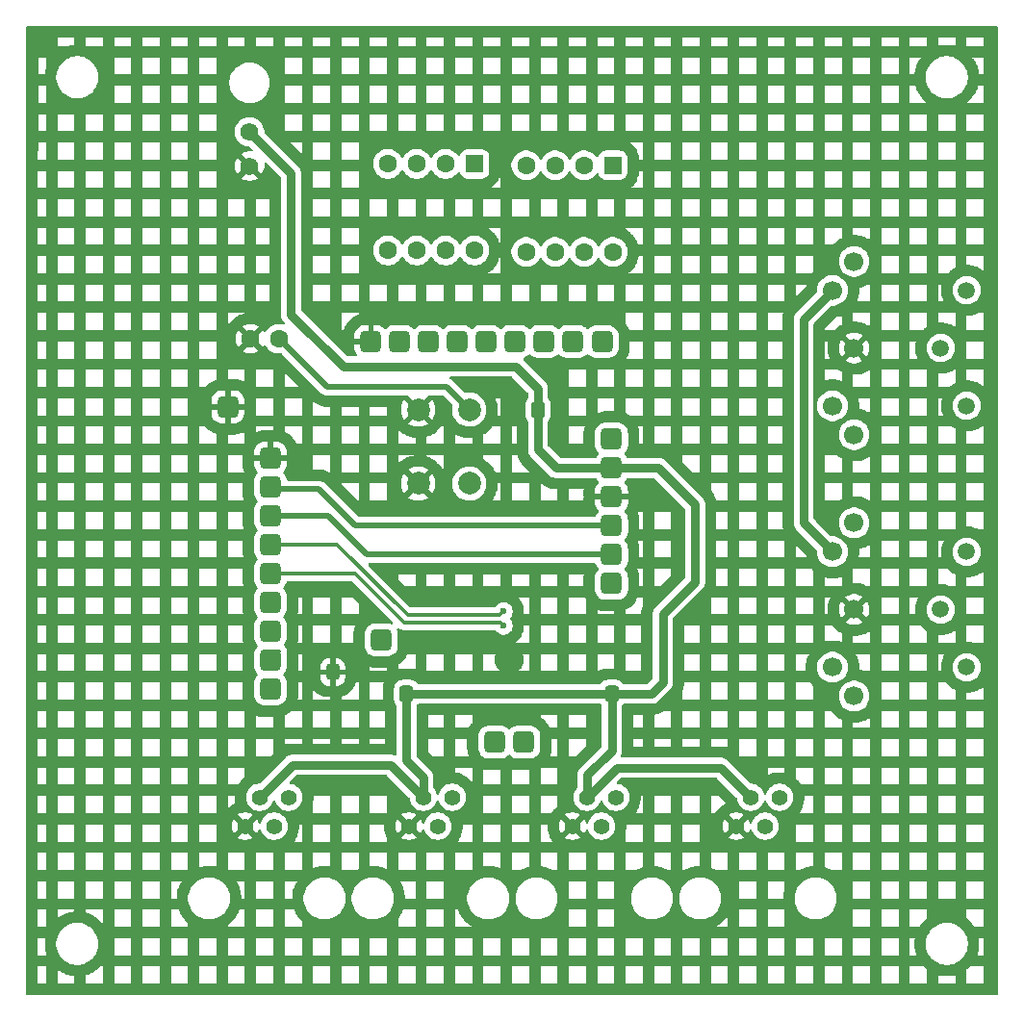
<source format=gbr>
%TF.GenerationSoftware,KiCad,Pcbnew,9.0.5*%
%TF.CreationDate,2025-11-19T10:45:20-07:00*%
%TF.ProjectId,UMaster,554d6173-7465-4722-9e6b-696361645f70,rev?*%
%TF.SameCoordinates,Original*%
%TF.FileFunction,Copper,L2,Bot*%
%TF.FilePolarity,Positive*%
%FSLAX46Y46*%
G04 Gerber Fmt 4.6, Leading zero omitted, Abs format (unit mm)*
G04 Created by KiCad (PCBNEW 9.0.5) date 2025-11-19 10:45:20*
%MOMM*%
%LPD*%
G01*
G04 APERTURE LIST*
G04 Aperture macros list*
%AMRoundRect*
0 Rectangle with rounded corners*
0 $1 Rounding radius*
0 $2 $3 $4 $5 $6 $7 $8 $9 X,Y pos of 4 corners*
0 Add a 4 corners polygon primitive as box body*
4,1,4,$2,$3,$4,$5,$6,$7,$8,$9,$2,$3,0*
0 Add four circle primitives for the rounded corners*
1,1,$1+$1,$2,$3*
1,1,$1+$1,$4,$5*
1,1,$1+$1,$6,$7*
1,1,$1+$1,$8,$9*
0 Add four rect primitives between the rounded corners*
20,1,$1+$1,$2,$3,$4,$5,0*
20,1,$1+$1,$4,$5,$6,$7,0*
20,1,$1+$1,$6,$7,$8,$9,0*
20,1,$1+$1,$8,$9,$2,$3,0*%
G04 Aperture macros list end*
%TA.AperFunction,ComponentPad*%
%ADD10RoundRect,0.476250X-0.476250X-0.476250X0.476250X-0.476250X0.476250X0.476250X-0.476250X0.476250X0*%
%TD*%
%TA.AperFunction,ComponentPad*%
%ADD11RoundRect,0.250000X0.337500X0.475000X-0.337500X0.475000X-0.337500X-0.475000X0.337500X-0.475000X0*%
%TD*%
%TA.AperFunction,ComponentPad*%
%ADD12RoundRect,0.250000X0.325000X0.450000X-0.325000X0.450000X-0.325000X-0.450000X0.325000X-0.450000X0*%
%TD*%
%TA.AperFunction,ComponentPad*%
%ADD13C,1.600000*%
%TD*%
%TA.AperFunction,ComponentPad*%
%ADD14C,1.400000*%
%TD*%
%TA.AperFunction,ComponentPad*%
%ADD15C,1.700000*%
%TD*%
%TA.AperFunction,ComponentPad*%
%ADD16C,1.500000*%
%TD*%
%TA.AperFunction,ComponentPad*%
%ADD17RoundRect,0.250000X-0.550000X0.550000X-0.550000X-0.550000X0.550000X-0.550000X0.550000X0.550000X0*%
%TD*%
%TA.AperFunction,ComponentPad*%
%ADD18RoundRect,0.476250X-0.476250X0.476250X-0.476250X-0.476250X0.476250X-0.476250X0.476250X0.476250X0*%
%TD*%
%TA.AperFunction,ComponentPad*%
%ADD19C,1.574800*%
%TD*%
%TA.AperFunction,ComponentPad*%
%ADD20RoundRect,0.250000X-0.337500X-0.475000X0.337500X-0.475000X0.337500X0.475000X-0.337500X0.475000X0*%
%TD*%
%TA.AperFunction,ComponentPad*%
%ADD21C,2.000000*%
%TD*%
%TA.AperFunction,ViaPad*%
%ADD22C,0.600000*%
%TD*%
%TA.AperFunction,Conductor*%
%ADD23C,0.762000*%
%TD*%
%TA.AperFunction,Conductor*%
%ADD24C,0.500000*%
%TD*%
%TA.AperFunction,Conductor*%
%ADD25C,0.300000*%
%TD*%
G04 APERTURE END LIST*
D10*
%TO.P,R5,1,COM*%
%TO.N,GND*%
X134840000Y-98000000D03*
%TO.P,R5,2,R1*%
%TO.N,Net-(R5-R1)*%
X137380000Y-98000000D03*
%TO.P,R5,3,R2*%
%TO.N,Net-(R5-R2)*%
X139920000Y-98000000D03*
%TO.P,R5,4,R3*%
%TO.N,Net-(R5-R3)*%
X142460000Y-98000000D03*
%TO.P,R5,5,R4*%
%TO.N,Net-(R5-R4)*%
X145000000Y-98000000D03*
%TO.P,R5,6,R5*%
%TO.N,Net-(R5-R5)*%
X147540000Y-98000000D03*
%TO.P,R5,7,R6*%
%TO.N,Net-(R5-R6)*%
X150080000Y-98000000D03*
%TO.P,R5,8,R7*%
%TO.N,Net-(R5-R7)*%
X152620000Y-98000000D03*
%TO.P,R5,9,R8*%
%TO.N,Net-(R5-R8)*%
X155164442Y-98009999D03*
%TD*%
D11*
%TO.P,R4,1*%
%TO.N,Net-(U1-V_{DD})*%
X156037500Y-129000000D03*
%TD*%
D10*
%TO.P,TP1,1,1*%
%TO.N,Net-(U1-RA6)*%
X135750000Y-124250000D03*
%TD*%
D12*
%TO.P,D10,1,K*%
%TO.N,GND*%
X131484000Y-127094000D03*
%TD*%
D13*
%TO.P,C1,1*%
%TO.N,Net-(D1-A)*%
X126750000Y-97750000D03*
%TO.P,C1,2*%
%TO.N,GND*%
X124250000Y-97750000D03*
%TD*%
D14*
%TO.P,J4,1*%
%TO.N,GND*%
X123775000Y-140650000D03*
%TO.P,J4,2*%
%TO.N,Net-(U1-V_{DD})*%
X125045000Y-138110000D03*
%TO.P,J4,3*%
%TO.N,Net-(U1-RC4)*%
X126315000Y-140650000D03*
%TO.P,J4,4*%
%TO.N,Net-(U1-RC3)*%
X127585000Y-138110000D03*
%TD*%
D15*
%TO.P,J8,1*%
%TO.N,unconnected-(J8-Pad1)*%
X177344000Y-113960000D03*
%TO.P,J8,2*%
%TO.N,GND*%
X177344000Y-121580000D03*
%TO.P,J8,3*%
%TO.N,unconnected-(J8-Pad3)*%
X177344000Y-129200000D03*
%TO.P,J8,4*%
%TO.N,Net-(J8-Pad4)*%
X175439000Y-116500000D03*
%TO.P,J8,5*%
%TO.N,Net-(U1-RC7)*%
X175439000Y-126660000D03*
D16*
%TO.P,J8,6*%
%TO.N,N/C*%
X184964000Y-121580000D03*
%TO.P,J8,7*%
X187250000Y-126660000D03*
X187250000Y-116500000D03*
%TD*%
D10*
%TO.P,J3,1*%
%TO.N,Net-(U1-RC3)*%
X145750000Y-133250000D03*
%TO.P,J3,2*%
%TO.N,Net-(U1-RC4)*%
X148290000Y-133250000D03*
%TD*%
D17*
%TO.P,SW2,1*%
%TO.N,Net-(D5-K)*%
X143950000Y-82380000D03*
D13*
%TO.P,SW2,2*%
%TO.N,Net-(D4-K)*%
X141410000Y-82380000D03*
%TO.P,SW2,3*%
%TO.N,Net-(D3-K)*%
X138870000Y-82380000D03*
%TO.P,SW2,4*%
%TO.N,Net-(D2-K)*%
X136330000Y-82380000D03*
%TO.P,SW2,5*%
%TO.N,Net-(R5-R1)*%
X136330000Y-90000000D03*
%TO.P,SW2,6*%
%TO.N,Net-(R5-R2)*%
X138870000Y-90000000D03*
%TO.P,SW2,7*%
%TO.N,Net-(R5-R3)*%
X141410000Y-90000000D03*
%TO.P,SW2,8*%
%TO.N,Net-(R5-R4)*%
X143950000Y-90000000D03*
%TD*%
D11*
%TO.P,R1,1*%
%TO.N,Net-(U1-V_{DD})*%
X149537500Y-104000000D03*
%TD*%
D18*
%TO.P,R6,1,COM*%
%TO.N,GND*%
X126000000Y-108260000D03*
%TO.P,R6,2,R1*%
%TO.N,RB7*%
X126000000Y-110800000D03*
%TO.P,R6,3,R2*%
%TO.N,RB6*%
X126000000Y-113340000D03*
%TO.P,R6,4,R3*%
%TO.N,Net-(R6-R3)*%
X126000000Y-115880000D03*
%TO.P,R6,5,R4*%
%TO.N,Net-(R6-R4)*%
X126000000Y-118420000D03*
%TO.P,R6,6,R5*%
%TO.N,Net-(R6-R5)*%
X126000000Y-120960000D03*
%TO.P,R6,7,R6*%
%TO.N,unconnected-(R6-R6-Pad7)*%
X126000000Y-123500000D03*
%TO.P,R6,8,R7*%
%TO.N,Net-(R6-R7)*%
X126000000Y-126040000D03*
%TO.P,R6,9,R8*%
%TO.N,Net-(R6-R8)*%
X125990001Y-128584442D03*
%TD*%
D10*
%TO.P,TP2,1,1*%
%TO.N,GND*%
X122250000Y-103750000D03*
%TD*%
D14*
%TO.P,J6,1*%
%TO.N,GND*%
X152575000Y-140650000D03*
%TO.P,J6,2*%
%TO.N,Net-(U1-V_{DD})*%
X153845000Y-138110000D03*
%TO.P,J6,3*%
%TO.N,Net-(U1-RC4)*%
X155115000Y-140650000D03*
%TO.P,J6,4*%
%TO.N,Net-(U1-RC3)*%
X156385000Y-138110000D03*
%TD*%
%TO.P,J7,1*%
%TO.N,GND*%
X166975000Y-140650000D03*
%TO.P,J7,2*%
%TO.N,Net-(U1-V_{DD})*%
X168245000Y-138110000D03*
%TO.P,J7,3*%
%TO.N,Net-(U1-RC4)*%
X169515000Y-140650000D03*
%TO.P,J7,4*%
%TO.N,Net-(U1-RC3)*%
X170785000Y-138110000D03*
%TD*%
D15*
%TO.P,J9,1*%
%TO.N,unconnected-(J9-Pad1)*%
X177344000Y-90960000D03*
%TO.P,J9,2*%
%TO.N,GND*%
X177344000Y-98580000D03*
%TO.P,J9,3*%
%TO.N,unconnected-(J9-Pad3)*%
X177344000Y-106200000D03*
%TO.P,J9,4*%
%TO.N,Net-(J8-Pad4)*%
X175439000Y-93500000D03*
%TO.P,J9,5*%
%TO.N,Net-(U1-RC7)*%
X175439000Y-103660000D03*
D16*
%TO.P,J9,6*%
%TO.N,N/C*%
X184964000Y-98580000D03*
%TO.P,J9,7*%
X187250000Y-103660000D03*
X187250000Y-93500000D03*
%TD*%
D17*
%TO.P,SW3,1*%
%TO.N,Net-(D9-K)*%
X156120000Y-82500000D03*
D13*
%TO.P,SW3,2*%
%TO.N,Net-(D8-K)*%
X153580000Y-82500000D03*
%TO.P,SW3,3*%
%TO.N,Net-(D7-K)*%
X151040000Y-82500000D03*
%TO.P,SW3,4*%
%TO.N,Net-(D6-K)*%
X148500000Y-82500000D03*
%TO.P,SW3,5*%
%TO.N,Net-(R5-R5)*%
X148500000Y-90120000D03*
%TO.P,SW3,6*%
%TO.N,Net-(R5-R6)*%
X151040000Y-90120000D03*
%TO.P,SW3,7*%
%TO.N,Net-(R5-R7)*%
X153580000Y-90120000D03*
%TO.P,SW3,8*%
%TO.N,Net-(R5-R8)*%
X156120000Y-90120000D03*
%TD*%
D19*
%TO.P,J1,1*%
%TO.N,Net-(U1-V_{DD})*%
X124160400Y-79564301D03*
%TO.P,J1,2*%
%TO.N,GND*%
X124160400Y-82564300D03*
%TD*%
D18*
%TO.P,J2,1*%
%TO.N,RE3*%
X156000000Y-106590000D03*
%TO.P,J2,2*%
%TO.N,Net-(U1-V_{DD})*%
X156000000Y-109130000D03*
%TO.P,J2,3*%
%TO.N,GND*%
X156000000Y-111670000D03*
%TO.P,J2,4*%
%TO.N,RB7*%
X156000000Y-114210000D03*
%TO.P,J2,5*%
%TO.N,RB6*%
X156000000Y-116750000D03*
%TO.P,J2,6*%
%TO.N,unconnected-(J2-Pad6)*%
X156000000Y-119290000D03*
%TD*%
D14*
%TO.P,J5,1*%
%TO.N,GND*%
X138175000Y-140650000D03*
%TO.P,J5,2*%
%TO.N,Net-(U1-V_{DD})*%
X139445000Y-138110000D03*
%TO.P,J5,3*%
%TO.N,Net-(U1-RC4)*%
X140715000Y-140650000D03*
%TO.P,J5,4*%
%TO.N,Net-(U1-RC3)*%
X141985000Y-138110000D03*
%TD*%
D20*
%TO.P,R3,1*%
%TO.N,Net-(U1-V_{DD})*%
X137962500Y-129000000D03*
%TD*%
D21*
%TO.P,SW1,1,1*%
%TO.N,GND*%
X139000000Y-110500000D03*
X139000000Y-104000000D03*
%TO.P,SW1,2,2*%
%TO.N,Net-(D1-A)*%
X143500000Y-110500000D03*
X143500000Y-104000000D03*
%TD*%
D22*
%TO.N,GND*%
X147000000Y-126000000D03*
%TO.N,Net-(R6-R4)*%
X146500000Y-123000000D03*
%TO.N,Net-(R6-R3)*%
X146500000Y-121750000D03*
%TD*%
D23*
%TO.N,Net-(U1-V_{DD})*%
X149537500Y-102137500D02*
X149537500Y-104000000D01*
X132400000Y-100200000D02*
X147600000Y-100200000D01*
X147600000Y-100200000D02*
X149537500Y-102137500D01*
X124160400Y-79564301D02*
X127814301Y-83218202D01*
X127814301Y-83218202D02*
X127814301Y-95614301D01*
X127814301Y-95614301D02*
X132400000Y-100200000D01*
%TO.N,Net-(J8-Pad4)*%
X172900000Y-113961000D02*
X175439000Y-116500000D01*
X172900000Y-96039000D02*
X172900000Y-113961000D01*
X175439000Y-93500000D02*
X172900000Y-96039000D01*
%TO.N,Net-(U1-V_{DD})*%
X168245000Y-138110000D02*
X165635000Y-135500000D01*
X165635000Y-135500000D02*
X156455000Y-135500000D01*
X156455000Y-135500000D02*
X153845000Y-138110000D01*
X153845000Y-138110000D02*
X153845000Y-136155000D01*
X153845000Y-136155000D02*
X156037500Y-133962500D01*
X125045000Y-138110000D02*
X127905000Y-135250000D01*
X127905000Y-135250000D02*
X136585000Y-135250000D01*
X136585000Y-135250000D02*
X139445000Y-138110000D01*
X139445000Y-138110000D02*
X139445000Y-136345000D01*
X139445000Y-136345000D02*
X137962500Y-134862500D01*
D24*
%TO.N,Net-(D1-A)*%
X143500000Y-104000000D02*
X141500000Y-102000000D01*
X141500000Y-102000000D02*
X131000000Y-102000000D01*
X131000000Y-102000000D02*
X126750000Y-97750000D01*
%TO.N,RB7*%
X126000000Y-110800000D02*
X126200000Y-111000000D01*
X130250000Y-111000000D02*
X133460000Y-114210000D01*
X126200000Y-111000000D02*
X130250000Y-111000000D01*
X133460000Y-114210000D02*
X156000000Y-114210000D01*
%TO.N,RB6*%
X131090000Y-113340000D02*
X134500000Y-116750000D01*
X134500000Y-116750000D02*
X156000000Y-116750000D01*
X126000000Y-113340000D02*
X131090000Y-113340000D01*
%TO.N,Net-(U1-RC4)*%
X140715000Y-140650000D02*
X140715000Y-140785000D01*
D25*
%TO.N,Net-(R6-R7)*%
X126790000Y-125250000D02*
X126000000Y-126040000D01*
%TO.N,Net-(R6-R3)*%
X138075000Y-122075000D02*
X146175000Y-122075000D01*
X138075000Y-122075000D02*
X131880000Y-115880000D01*
X131880000Y-115880000D02*
X126000000Y-115880000D01*
X146175000Y-122075000D02*
X146500000Y-121750000D01*
D23*
%TO.N,Net-(U1-V_{DD})*%
X149537500Y-104000000D02*
X149537500Y-107537500D01*
X151130000Y-109130000D02*
X156000000Y-109130000D01*
X159500000Y-129000000D02*
X160500000Y-128000000D01*
X163345000Y-112345000D02*
X160130000Y-109130000D01*
X160130000Y-109130000D02*
X156000000Y-109130000D01*
X149537500Y-107537500D02*
X151130000Y-109130000D01*
X160500000Y-128000000D02*
X160500000Y-122000000D01*
X160500000Y-122000000D02*
X163345000Y-119155000D01*
X137962500Y-134862500D02*
X137962500Y-129000000D01*
X156037500Y-129000000D02*
X159500000Y-129000000D01*
X156037500Y-133962500D02*
X156037500Y-129000000D01*
X137962500Y-129000000D02*
X156037500Y-129000000D01*
X163345000Y-119155000D02*
X163345000Y-112345000D01*
D25*
%TO.N,Net-(R6-R4)*%
X146225000Y-122725000D02*
X146500000Y-123000000D01*
X137725000Y-122725000D02*
X146225000Y-122725000D01*
X137725000Y-122725000D02*
X133420000Y-118420000D01*
X133420000Y-118420000D02*
X126000000Y-118420000D01*
%TD*%
%TA.AperFunction,Conductor*%
%TO.N,GND*%
G36*
X189942539Y-70270185D02*
G01*
X189988294Y-70322989D01*
X189999500Y-70374500D01*
X189999500Y-155375500D01*
X189979815Y-155442539D01*
X189927011Y-155488294D01*
X189875500Y-155499500D01*
X104624500Y-155499500D01*
X104557461Y-155479815D01*
X104511706Y-155427011D01*
X104500500Y-155375500D01*
X104500500Y-154500500D01*
X105498500Y-154500500D01*
X106250500Y-154500500D01*
X107248500Y-154500500D01*
X108750500Y-154500500D01*
X108750500Y-153840232D01*
X108491753Y-153806168D01*
X108487738Y-153805573D01*
X108463517Y-153801574D01*
X108459525Y-153800847D01*
X108427487Y-153794474D01*
X108423518Y-153793617D01*
X108399616Y-153788043D01*
X108395684Y-153787058D01*
X108251495Y-153748423D01*
X109748500Y-153748423D01*
X109748500Y-154500500D01*
X111250500Y-154500500D01*
X112248500Y-154500500D01*
X113750500Y-154500500D01*
X114748500Y-154500500D01*
X116250500Y-154500500D01*
X117248500Y-154500500D01*
X118750500Y-154500500D01*
X119748500Y-154500500D01*
X121250500Y-154500500D01*
X122248500Y-154500500D01*
X123750500Y-154500500D01*
X124748500Y-154500500D01*
X126250500Y-154500500D01*
X127248500Y-154500500D01*
X128750500Y-154500500D01*
X129748500Y-154500500D01*
X131250500Y-154500500D01*
X132248500Y-154500500D01*
X133750500Y-154500500D01*
X134748500Y-154500500D01*
X136250500Y-154500500D01*
X137248500Y-154500500D01*
X138750500Y-154500500D01*
X139748500Y-154500500D01*
X141250500Y-154500500D01*
X142248500Y-154500500D01*
X143750500Y-154500500D01*
X144748500Y-154500500D01*
X146250500Y-154500500D01*
X147248500Y-154500500D01*
X148750500Y-154500500D01*
X149748500Y-154500500D01*
X151250500Y-154500500D01*
X152248500Y-154500500D01*
X153750500Y-154500500D01*
X154748500Y-154500500D01*
X156250500Y-154500500D01*
X157248500Y-154500500D01*
X158750500Y-154500500D01*
X159748500Y-154500500D01*
X161250500Y-154500500D01*
X162248500Y-154500500D01*
X163750500Y-154500500D01*
X164748500Y-154500500D01*
X166250500Y-154500500D01*
X167248500Y-154500500D01*
X168750500Y-154500500D01*
X169748500Y-154500500D01*
X171250500Y-154500500D01*
X172248500Y-154500500D01*
X173750500Y-154500500D01*
X174748500Y-154500500D01*
X176250500Y-154500500D01*
X177248500Y-154500500D01*
X178750500Y-154500500D01*
X179748500Y-154500500D01*
X181250500Y-154500500D01*
X182248500Y-154500500D01*
X183750500Y-154500500D01*
X184748500Y-154500500D01*
X186250500Y-154500500D01*
X186250500Y-153747888D01*
X186104316Y-153787058D01*
X186100384Y-153788043D01*
X186076482Y-153793617D01*
X186072513Y-153794474D01*
X186040475Y-153800847D01*
X186036483Y-153801574D01*
X186012262Y-153805573D01*
X186008247Y-153806168D01*
X185735360Y-153842094D01*
X185731325Y-153842558D01*
X185706899Y-153844963D01*
X185702862Y-153845294D01*
X185670268Y-153847431D01*
X185666211Y-153847631D01*
X185641677Y-153848434D01*
X185637621Y-153848500D01*
X185362379Y-153848500D01*
X185358323Y-153848434D01*
X185333789Y-153847631D01*
X185329732Y-153847431D01*
X185297138Y-153845294D01*
X185293101Y-153844963D01*
X185268675Y-153842558D01*
X185264640Y-153842094D01*
X184991753Y-153806168D01*
X184987738Y-153805573D01*
X184963517Y-153801574D01*
X184959525Y-153800847D01*
X184927487Y-153794474D01*
X184923518Y-153793617D01*
X184899616Y-153788043D01*
X184895684Y-153787058D01*
X184748500Y-153747620D01*
X184748500Y-154500500D01*
X183750500Y-154500500D01*
X183750500Y-153248784D01*
X187248500Y-153248784D01*
X187248500Y-154500500D01*
X188750500Y-154500500D01*
X188750500Y-152998500D01*
X187529888Y-152998500D01*
X187416881Y-153111507D01*
X187413965Y-153114329D01*
X187396048Y-153131110D01*
X187393040Y-153133836D01*
X187368481Y-153155373D01*
X187365390Y-153157997D01*
X187346417Y-153173568D01*
X187343237Y-153176091D01*
X187248500Y-153248784D01*
X183750500Y-153248784D01*
X183750500Y-153248017D01*
X183656763Y-153176091D01*
X183653583Y-153173568D01*
X183634610Y-153157997D01*
X183631519Y-153155373D01*
X183606960Y-153133836D01*
X183603952Y-153131110D01*
X183586035Y-153114329D01*
X183583119Y-153111507D01*
X183470112Y-152998500D01*
X182248500Y-152998500D01*
X182248500Y-154500500D01*
X181250500Y-154500500D01*
X181250500Y-152998500D01*
X179748500Y-152998500D01*
X179748500Y-154500500D01*
X178750500Y-154500500D01*
X178750500Y-152998500D01*
X177248500Y-152998500D01*
X177248500Y-154500500D01*
X176250500Y-154500500D01*
X176250500Y-152998500D01*
X174748500Y-152998500D01*
X174748500Y-154500500D01*
X173750500Y-154500500D01*
X173750500Y-152998500D01*
X172248500Y-152998500D01*
X172248500Y-154500500D01*
X171250500Y-154500500D01*
X171250500Y-152998500D01*
X169748500Y-152998500D01*
X169748500Y-154500500D01*
X168750500Y-154500500D01*
X168750500Y-152998500D01*
X167248500Y-152998500D01*
X167248500Y-154500500D01*
X166250500Y-154500500D01*
X166250500Y-152998500D01*
X164748500Y-152998500D01*
X164748500Y-154500500D01*
X163750500Y-154500500D01*
X163750500Y-152998500D01*
X162248500Y-152998500D01*
X162248500Y-154500500D01*
X161250500Y-154500500D01*
X161250500Y-152998500D01*
X159748500Y-152998500D01*
X159748500Y-154500500D01*
X158750500Y-154500500D01*
X158750500Y-152998500D01*
X157248500Y-152998500D01*
X157248500Y-154500500D01*
X156250500Y-154500500D01*
X156250500Y-152998500D01*
X154748500Y-152998500D01*
X154748500Y-154500500D01*
X153750500Y-154500500D01*
X153750500Y-152998500D01*
X152248500Y-152998500D01*
X152248500Y-154500500D01*
X151250500Y-154500500D01*
X151250500Y-152998500D01*
X149748500Y-152998500D01*
X149748500Y-154500500D01*
X148750500Y-154500500D01*
X148750500Y-152998500D01*
X147248500Y-152998500D01*
X147248500Y-154500500D01*
X146250500Y-154500500D01*
X146250500Y-152998500D01*
X144748500Y-152998500D01*
X144748500Y-154500500D01*
X143750500Y-154500500D01*
X143750500Y-152998500D01*
X142248500Y-152998500D01*
X142248500Y-154500500D01*
X141250500Y-154500500D01*
X141250500Y-152998500D01*
X139748500Y-152998500D01*
X139748500Y-154500500D01*
X138750500Y-154500500D01*
X138750500Y-152998500D01*
X137248500Y-152998500D01*
X137248500Y-154500500D01*
X136250500Y-154500500D01*
X136250500Y-152998500D01*
X134748500Y-152998500D01*
X134748500Y-154500500D01*
X133750500Y-154500500D01*
X133750500Y-152998500D01*
X132248500Y-152998500D01*
X132248500Y-154500500D01*
X131250500Y-154500500D01*
X131250500Y-152998500D01*
X129748500Y-152998500D01*
X129748500Y-154500500D01*
X128750500Y-154500500D01*
X128750500Y-152998500D01*
X127248500Y-152998500D01*
X127248500Y-154500500D01*
X126250500Y-154500500D01*
X126250500Y-152998500D01*
X124748500Y-152998500D01*
X124748500Y-154500500D01*
X123750500Y-154500500D01*
X123750500Y-152998500D01*
X122248500Y-152998500D01*
X122248500Y-154500500D01*
X121250500Y-154500500D01*
X121250500Y-152998500D01*
X119748500Y-152998500D01*
X119748500Y-154500500D01*
X118750500Y-154500500D01*
X118750500Y-152998500D01*
X117248500Y-152998500D01*
X117248500Y-154500500D01*
X116250500Y-154500500D01*
X116250500Y-152998500D01*
X114748500Y-152998500D01*
X114748500Y-154500500D01*
X113750500Y-154500500D01*
X113750500Y-152998500D01*
X112248500Y-152998500D01*
X112248500Y-154500500D01*
X111250500Y-154500500D01*
X111250500Y-152998500D01*
X111029888Y-152998500D01*
X110916881Y-153111507D01*
X110913965Y-153114329D01*
X110896048Y-153131110D01*
X110893040Y-153133836D01*
X110868481Y-153155373D01*
X110865390Y-153157997D01*
X110846417Y-153173568D01*
X110843237Y-153176091D01*
X110624861Y-153343656D01*
X110621600Y-153346075D01*
X110601621Y-153360391D01*
X110598278Y-153362704D01*
X110571117Y-153380849D01*
X110567707Y-153383047D01*
X110546891Y-153395989D01*
X110543420Y-153398070D01*
X110305077Y-153535679D01*
X110301529Y-153537650D01*
X110279896Y-153549213D01*
X110276292Y-153551064D01*
X110246996Y-153565513D01*
X110243327Y-153567249D01*
X110220954Y-153577387D01*
X110217227Y-153579003D01*
X109962921Y-153684340D01*
X109959141Y-153685834D01*
X109936152Y-153694485D01*
X109932333Y-153695851D01*
X109901403Y-153706349D01*
X109897544Y-153707589D01*
X109874072Y-153714709D01*
X109870170Y-153715823D01*
X109748500Y-153748423D01*
X108251495Y-153748423D01*
X108129830Y-153715823D01*
X108125928Y-153714709D01*
X108102456Y-153707589D01*
X108098597Y-153706349D01*
X108067667Y-153695851D01*
X108063848Y-153694485D01*
X108040859Y-153685834D01*
X108037079Y-153684340D01*
X107782773Y-153579003D01*
X107779046Y-153577387D01*
X107756673Y-153567249D01*
X107753004Y-153565513D01*
X107723708Y-153551064D01*
X107720104Y-153549213D01*
X107698471Y-153537650D01*
X107694923Y-153535679D01*
X107456580Y-153398070D01*
X107453109Y-153395989D01*
X107432293Y-153383047D01*
X107428883Y-153380849D01*
X107401722Y-153362704D01*
X107398379Y-153360391D01*
X107378400Y-153346075D01*
X107375139Y-153343656D01*
X107248500Y-153246482D01*
X107248500Y-154500500D01*
X106250500Y-154500500D01*
X106250500Y-152998500D01*
X105498500Y-152998500D01*
X105498500Y-154500500D01*
X104500500Y-154500500D01*
X104500500Y-152000500D01*
X105498500Y-152000500D01*
X106250500Y-152000500D01*
X106250500Y-151744485D01*
X106212942Y-151604316D01*
X106211957Y-151600384D01*
X106206383Y-151576482D01*
X106205526Y-151572513D01*
X106199153Y-151540475D01*
X106198426Y-151536483D01*
X106194427Y-151512262D01*
X106193832Y-151508247D01*
X106157906Y-151235360D01*
X106157442Y-151231325D01*
X106155037Y-151206899D01*
X106154706Y-151202862D01*
X106152569Y-151170268D01*
X106152369Y-151166211D01*
X106151566Y-151141677D01*
X106151500Y-151137621D01*
X106151500Y-150878711D01*
X107149500Y-150878711D01*
X107149500Y-151121288D01*
X107181161Y-151361785D01*
X107243947Y-151596104D01*
X107245720Y-151600384D01*
X107336776Y-151820212D01*
X107458064Y-152030289D01*
X107458066Y-152030292D01*
X107458067Y-152030293D01*
X107605733Y-152222736D01*
X107605739Y-152222743D01*
X107777256Y-152394260D01*
X107777262Y-152394265D01*
X107969711Y-152541936D01*
X108179788Y-152663224D01*
X108403900Y-152756054D01*
X108638211Y-152818838D01*
X108818586Y-152842584D01*
X108878711Y-152850500D01*
X108878712Y-152850500D01*
X109121289Y-152850500D01*
X109169388Y-152844167D01*
X109361789Y-152818838D01*
X109596100Y-152756054D01*
X109820212Y-152663224D01*
X110030289Y-152541936D01*
X110222738Y-152394265D01*
X110394265Y-152222738D01*
X110541936Y-152030289D01*
X110559135Y-152000500D01*
X112248500Y-152000500D01*
X113750500Y-152000500D01*
X114748500Y-152000500D01*
X116250500Y-152000500D01*
X117248500Y-152000500D01*
X118750500Y-152000500D01*
X119748500Y-152000500D01*
X121250500Y-152000500D01*
X122248500Y-152000500D01*
X123750500Y-152000500D01*
X124748500Y-152000500D01*
X126250500Y-152000500D01*
X127248500Y-152000500D01*
X128750500Y-152000500D01*
X129748500Y-152000500D01*
X131250500Y-152000500D01*
X132248500Y-152000500D01*
X133750500Y-152000500D01*
X134748500Y-152000500D01*
X136250500Y-152000500D01*
X137248500Y-152000500D01*
X138750500Y-152000500D01*
X139748500Y-152000500D01*
X141250500Y-152000500D01*
X142248500Y-152000500D01*
X143750500Y-152000500D01*
X144748500Y-152000500D01*
X146250500Y-152000500D01*
X147248500Y-152000500D01*
X148750500Y-152000500D01*
X149748500Y-152000500D01*
X151250500Y-152000500D01*
X152248500Y-152000500D01*
X153750500Y-152000500D01*
X154748500Y-152000500D01*
X156250500Y-152000500D01*
X157248500Y-152000500D01*
X158750500Y-152000500D01*
X159748500Y-152000500D01*
X161250500Y-152000500D01*
X162248500Y-152000500D01*
X163750500Y-152000500D01*
X164748500Y-152000500D01*
X166250500Y-152000500D01*
X167248500Y-152000500D01*
X168750500Y-152000500D01*
X169748500Y-152000500D01*
X171250500Y-152000500D01*
X172248500Y-152000500D01*
X173750500Y-152000500D01*
X174748500Y-152000500D01*
X176250500Y-152000500D01*
X177248500Y-152000500D01*
X178750500Y-152000500D01*
X179748500Y-152000500D01*
X181250500Y-152000500D01*
X182248500Y-152000500D01*
X182831226Y-152000500D01*
X182815660Y-151962921D01*
X182814166Y-151959141D01*
X182805515Y-151936152D01*
X182804149Y-151932333D01*
X182793651Y-151901403D01*
X182792411Y-151897544D01*
X182785291Y-151874072D01*
X182784177Y-151870170D01*
X182712942Y-151604316D01*
X182711957Y-151600384D01*
X182706383Y-151576482D01*
X182705526Y-151572513D01*
X182699153Y-151540475D01*
X182698426Y-151536483D01*
X182694427Y-151512262D01*
X182693832Y-151508247D01*
X182657906Y-151235360D01*
X182657442Y-151231325D01*
X182655037Y-151206899D01*
X182654706Y-151202862D01*
X182652569Y-151170268D01*
X182652369Y-151166211D01*
X182651566Y-151141677D01*
X182651500Y-151137621D01*
X182651500Y-150878711D01*
X183649500Y-150878711D01*
X183649500Y-151121288D01*
X183681161Y-151361785D01*
X183743947Y-151596104D01*
X183745720Y-151600384D01*
X183836776Y-151820212D01*
X183958064Y-152030289D01*
X183958066Y-152030292D01*
X183958067Y-152030293D01*
X184105733Y-152222736D01*
X184105739Y-152222743D01*
X184277256Y-152394260D01*
X184277262Y-152394265D01*
X184469711Y-152541936D01*
X184679788Y-152663224D01*
X184903900Y-152756054D01*
X185138211Y-152818838D01*
X185318586Y-152842584D01*
X185378711Y-152850500D01*
X185378712Y-152850500D01*
X185621289Y-152850500D01*
X185669388Y-152844167D01*
X185861789Y-152818838D01*
X186096100Y-152756054D01*
X186320212Y-152663224D01*
X186530289Y-152541936D01*
X186722738Y-152394265D01*
X186894265Y-152222738D01*
X187041936Y-152030289D01*
X187059135Y-152000500D01*
X188168774Y-152000500D01*
X188750500Y-152000500D01*
X188750500Y-150498500D01*
X188307056Y-150498500D01*
X188342094Y-150764640D01*
X188342558Y-150768675D01*
X188344963Y-150793101D01*
X188345294Y-150797138D01*
X188347431Y-150829732D01*
X188347631Y-150833789D01*
X188348434Y-150858323D01*
X188348500Y-150862379D01*
X188348500Y-151137621D01*
X188348434Y-151141677D01*
X188347631Y-151166211D01*
X188347431Y-151170268D01*
X188345294Y-151202862D01*
X188344963Y-151206899D01*
X188342558Y-151231325D01*
X188342094Y-151235360D01*
X188306168Y-151508247D01*
X188305573Y-151512262D01*
X188301574Y-151536483D01*
X188300847Y-151540475D01*
X188294474Y-151572513D01*
X188293617Y-151576482D01*
X188288043Y-151600384D01*
X188287058Y-151604316D01*
X188215823Y-151870170D01*
X188214709Y-151874072D01*
X188207589Y-151897544D01*
X188206349Y-151901403D01*
X188195851Y-151932333D01*
X188194485Y-151936152D01*
X188185834Y-151959141D01*
X188184340Y-151962921D01*
X188168774Y-152000500D01*
X187059135Y-152000500D01*
X187163224Y-151820212D01*
X187256054Y-151596100D01*
X187318838Y-151361789D01*
X187350500Y-151121288D01*
X187350500Y-150878712D01*
X187318838Y-150638211D01*
X187256054Y-150403900D01*
X187163224Y-150179788D01*
X187041936Y-149969711D01*
X186894265Y-149777262D01*
X186894260Y-149777256D01*
X186722743Y-149605739D01*
X186722736Y-149605733D01*
X186530293Y-149458067D01*
X186530292Y-149458066D01*
X186530289Y-149458064D01*
X186320212Y-149336776D01*
X186320205Y-149336773D01*
X186096104Y-149243947D01*
X185861785Y-149181161D01*
X185621289Y-149149500D01*
X185621288Y-149149500D01*
X185378712Y-149149500D01*
X185378711Y-149149500D01*
X185138214Y-149181161D01*
X184903895Y-149243947D01*
X184679794Y-149336773D01*
X184679785Y-149336777D01*
X184469706Y-149458067D01*
X184277263Y-149605733D01*
X184277256Y-149605739D01*
X184105739Y-149777256D01*
X184105733Y-149777263D01*
X183958067Y-149969706D01*
X183836777Y-150179785D01*
X183836773Y-150179794D01*
X183743947Y-150403895D01*
X183681161Y-150638214D01*
X183649500Y-150878711D01*
X182651500Y-150878711D01*
X182651500Y-150862379D01*
X182651566Y-150858323D01*
X182652369Y-150833789D01*
X182652569Y-150829732D01*
X182654706Y-150797138D01*
X182655037Y-150793101D01*
X182657442Y-150768675D01*
X182657906Y-150764640D01*
X182692944Y-150498500D01*
X182248500Y-150498500D01*
X182248500Y-152000500D01*
X181250500Y-152000500D01*
X181250500Y-150498500D01*
X179748500Y-150498500D01*
X179748500Y-152000500D01*
X178750500Y-152000500D01*
X178750500Y-150498500D01*
X177248500Y-150498500D01*
X177248500Y-152000500D01*
X176250500Y-152000500D01*
X176250500Y-150498500D01*
X174748500Y-150498500D01*
X174748500Y-152000500D01*
X173750500Y-152000500D01*
X173750500Y-150498500D01*
X172248500Y-150498500D01*
X172248500Y-152000500D01*
X171250500Y-152000500D01*
X171250500Y-150498500D01*
X169748500Y-150498500D01*
X169748500Y-152000500D01*
X168750500Y-152000500D01*
X168750500Y-150498500D01*
X167248500Y-150498500D01*
X167248500Y-152000500D01*
X166250500Y-152000500D01*
X166250500Y-150498500D01*
X164748500Y-150498500D01*
X164748500Y-152000500D01*
X163750500Y-152000500D01*
X163750500Y-150498500D01*
X162248500Y-150498500D01*
X162248500Y-152000500D01*
X161250500Y-152000500D01*
X161250500Y-150498500D01*
X159748500Y-150498500D01*
X159748500Y-152000500D01*
X158750500Y-152000500D01*
X158750500Y-150498500D01*
X157248500Y-150498500D01*
X157248500Y-152000500D01*
X156250500Y-152000500D01*
X156250500Y-150498500D01*
X154748500Y-150498500D01*
X154748500Y-152000500D01*
X153750500Y-152000500D01*
X153750500Y-150498500D01*
X152248500Y-150498500D01*
X152248500Y-152000500D01*
X151250500Y-152000500D01*
X151250500Y-150498500D01*
X149748500Y-150498500D01*
X149748500Y-152000500D01*
X148750500Y-152000500D01*
X148750500Y-150498500D01*
X147248500Y-150498500D01*
X147248500Y-152000500D01*
X146250500Y-152000500D01*
X146250500Y-150498500D01*
X144748500Y-150498500D01*
X144748500Y-152000500D01*
X143750500Y-152000500D01*
X143750500Y-150498500D01*
X142248500Y-150498500D01*
X142248500Y-152000500D01*
X141250500Y-152000500D01*
X141250500Y-150498500D01*
X139748500Y-150498500D01*
X139748500Y-152000500D01*
X138750500Y-152000500D01*
X138750500Y-150498500D01*
X137248500Y-150498500D01*
X137248500Y-152000500D01*
X136250500Y-152000500D01*
X136250500Y-150498500D01*
X134748500Y-150498500D01*
X134748500Y-152000500D01*
X133750500Y-152000500D01*
X133750500Y-150498500D01*
X132248500Y-150498500D01*
X132248500Y-152000500D01*
X131250500Y-152000500D01*
X131250500Y-150498500D01*
X129748500Y-150498500D01*
X129748500Y-152000500D01*
X128750500Y-152000500D01*
X128750500Y-150498500D01*
X127248500Y-150498500D01*
X127248500Y-152000500D01*
X126250500Y-152000500D01*
X126250500Y-150498500D01*
X124748500Y-150498500D01*
X124748500Y-152000500D01*
X123750500Y-152000500D01*
X123750500Y-150498500D01*
X122248500Y-150498500D01*
X122248500Y-152000500D01*
X121250500Y-152000500D01*
X121250500Y-150498500D01*
X119748500Y-150498500D01*
X119748500Y-152000500D01*
X118750500Y-152000500D01*
X118750500Y-150498500D01*
X117248500Y-150498500D01*
X117248500Y-152000500D01*
X116250500Y-152000500D01*
X116250500Y-150498500D01*
X114748500Y-150498500D01*
X114748500Y-152000500D01*
X113750500Y-152000500D01*
X113750500Y-150498500D01*
X112248500Y-150498500D01*
X112248500Y-152000500D01*
X110559135Y-152000500D01*
X110663224Y-151820212D01*
X110756054Y-151596100D01*
X110818838Y-151361789D01*
X110850500Y-151121288D01*
X110850500Y-150878712D01*
X110818838Y-150638211D01*
X110756054Y-150403900D01*
X110663224Y-150179788D01*
X110541936Y-149969711D01*
X110394265Y-149777262D01*
X110394260Y-149777256D01*
X110222743Y-149605739D01*
X110222736Y-149605733D01*
X110085593Y-149500500D01*
X112248500Y-149500500D01*
X113750500Y-149500500D01*
X114748500Y-149500500D01*
X116250500Y-149500500D01*
X117248500Y-149500500D01*
X118750500Y-149500500D01*
X118750500Y-149325517D01*
X122248500Y-149325517D01*
X122248500Y-149500500D01*
X123750500Y-149500500D01*
X124748500Y-149500500D01*
X126250500Y-149500500D01*
X127248500Y-149500500D01*
X128750500Y-149500500D01*
X128750500Y-149018888D01*
X128648493Y-148916881D01*
X128645671Y-148913965D01*
X128628890Y-148896048D01*
X128626164Y-148893040D01*
X128604627Y-148868481D01*
X128602003Y-148865390D01*
X128586432Y-148846417D01*
X128583909Y-148843237D01*
X128416344Y-148624861D01*
X128413925Y-148621600D01*
X128399609Y-148601621D01*
X128397296Y-148598278D01*
X128379151Y-148571117D01*
X128376953Y-148567707D01*
X128364011Y-148546891D01*
X128361930Y-148543420D01*
X128224321Y-148305077D01*
X128222350Y-148301529D01*
X128210787Y-148279896D01*
X128208936Y-148276292D01*
X128194487Y-148246996D01*
X128192751Y-148243327D01*
X128182613Y-148220954D01*
X128180997Y-148217227D01*
X128090397Y-147998500D01*
X127248500Y-147998500D01*
X127248500Y-149500500D01*
X126250500Y-149500500D01*
X126250500Y-147998500D01*
X124748500Y-147998500D01*
X124748500Y-149500500D01*
X123750500Y-149500500D01*
X123750500Y-147998500D01*
X123269603Y-147998500D01*
X123179003Y-148217227D01*
X123177387Y-148220954D01*
X123167249Y-148243327D01*
X123165513Y-148246996D01*
X123151064Y-148276292D01*
X123149213Y-148279896D01*
X123137650Y-148301529D01*
X123135679Y-148305077D01*
X122998070Y-148543420D01*
X122995989Y-148546891D01*
X122983047Y-148567707D01*
X122980849Y-148571117D01*
X122962704Y-148598278D01*
X122960391Y-148601621D01*
X122946075Y-148621600D01*
X122943656Y-148624861D01*
X122776091Y-148843237D01*
X122773568Y-148846417D01*
X122757997Y-148865390D01*
X122755373Y-148868481D01*
X122733836Y-148893040D01*
X122731110Y-148896048D01*
X122714329Y-148913965D01*
X122711507Y-148916881D01*
X122516881Y-149111507D01*
X122513965Y-149114329D01*
X122496048Y-149131110D01*
X122493040Y-149133836D01*
X122468481Y-149155373D01*
X122465390Y-149157997D01*
X122446417Y-149173568D01*
X122443237Y-149176091D01*
X122248500Y-149325517D01*
X118750500Y-149325517D01*
X118750500Y-149171037D01*
X118734610Y-149157997D01*
X118731519Y-149155373D01*
X118706960Y-149133836D01*
X118703952Y-149131110D01*
X118686035Y-149114329D01*
X118683119Y-149111507D01*
X118488493Y-148916881D01*
X118485671Y-148913965D01*
X118468890Y-148896048D01*
X118466164Y-148893040D01*
X118444627Y-148868481D01*
X118442003Y-148865390D01*
X118426432Y-148846417D01*
X118423909Y-148843237D01*
X118256344Y-148624861D01*
X118253925Y-148621600D01*
X118239609Y-148601621D01*
X118237296Y-148598278D01*
X118219151Y-148571117D01*
X118216953Y-148567707D01*
X118204011Y-148546891D01*
X118201930Y-148543420D01*
X118064321Y-148305077D01*
X118062350Y-148301529D01*
X118050787Y-148279896D01*
X118048936Y-148276292D01*
X118034487Y-148246996D01*
X118032751Y-148243327D01*
X118022613Y-148220954D01*
X118020997Y-148217227D01*
X117930397Y-147998500D01*
X117248500Y-147998500D01*
X117248500Y-149500500D01*
X116250500Y-149500500D01*
X116250500Y-147998500D01*
X114748500Y-147998500D01*
X114748500Y-149500500D01*
X113750500Y-149500500D01*
X113750500Y-147998500D01*
X112248500Y-147998500D01*
X112248500Y-149500500D01*
X110085593Y-149500500D01*
X110030293Y-149458067D01*
X110030292Y-149458066D01*
X110030289Y-149458064D01*
X109820212Y-149336776D01*
X109820205Y-149336773D01*
X109596104Y-149243947D01*
X109361785Y-149181161D01*
X109121289Y-149149500D01*
X109121288Y-149149500D01*
X108878712Y-149149500D01*
X108878711Y-149149500D01*
X108638214Y-149181161D01*
X108403895Y-149243947D01*
X108179794Y-149336773D01*
X108179785Y-149336777D01*
X107969706Y-149458067D01*
X107777263Y-149605733D01*
X107777256Y-149605739D01*
X107605739Y-149777256D01*
X107605733Y-149777263D01*
X107458067Y-149969706D01*
X107336777Y-150179785D01*
X107336773Y-150179794D01*
X107243947Y-150403895D01*
X107181161Y-150638214D01*
X107149500Y-150878711D01*
X106151500Y-150878711D01*
X106151500Y-150862379D01*
X106151566Y-150858323D01*
X106152369Y-150833789D01*
X106152569Y-150829732D01*
X106154706Y-150797138D01*
X106155037Y-150793101D01*
X106157442Y-150768675D01*
X106157906Y-150764640D01*
X106192944Y-150498500D01*
X105498500Y-150498500D01*
X105498500Y-152000500D01*
X104500500Y-152000500D01*
X104500500Y-149500500D01*
X105498500Y-149500500D01*
X106250500Y-149500500D01*
X106250500Y-148753517D01*
X107248500Y-148753517D01*
X107375139Y-148656344D01*
X107378400Y-148653925D01*
X107398379Y-148639609D01*
X107401722Y-148637296D01*
X107428883Y-148619151D01*
X107432293Y-148616953D01*
X107453109Y-148604011D01*
X107456580Y-148601930D01*
X107694923Y-148464321D01*
X107698471Y-148462350D01*
X107720104Y-148450787D01*
X107723708Y-148448936D01*
X107753004Y-148434487D01*
X107756673Y-148432751D01*
X107779046Y-148422613D01*
X107782773Y-148420997D01*
X108037079Y-148315660D01*
X108040859Y-148314166D01*
X108063848Y-148305515D01*
X108067667Y-148304149D01*
X108098597Y-148293651D01*
X108102456Y-148292411D01*
X108125928Y-148285291D01*
X108129830Y-148284177D01*
X108251503Y-148251575D01*
X109748500Y-148251575D01*
X109870171Y-148284177D01*
X109874072Y-148285291D01*
X109897544Y-148292411D01*
X109901403Y-148293651D01*
X109932333Y-148304149D01*
X109936152Y-148305515D01*
X109959141Y-148314166D01*
X109962921Y-148315660D01*
X110217227Y-148420997D01*
X110220954Y-148422613D01*
X110243327Y-148432751D01*
X110246996Y-148434487D01*
X110276292Y-148448936D01*
X110279896Y-148450787D01*
X110301529Y-148462350D01*
X110305077Y-148464321D01*
X110543420Y-148601930D01*
X110546891Y-148604011D01*
X110567707Y-148616953D01*
X110571117Y-148619151D01*
X110598278Y-148637296D01*
X110601621Y-148639609D01*
X110621600Y-148653925D01*
X110624861Y-148656344D01*
X110843237Y-148823909D01*
X110846417Y-148826432D01*
X110865390Y-148842003D01*
X110868481Y-148844627D01*
X110893040Y-148866164D01*
X110896048Y-148868890D01*
X110913965Y-148885671D01*
X110916881Y-148888493D01*
X111111507Y-149083119D01*
X111114329Y-149086035D01*
X111131110Y-149103952D01*
X111133836Y-149106960D01*
X111155373Y-149131519D01*
X111157997Y-149134610D01*
X111173568Y-149153583D01*
X111176091Y-149156763D01*
X111250500Y-149253735D01*
X111250500Y-147998500D01*
X109748500Y-147998500D01*
X109748500Y-148251575D01*
X108251503Y-148251575D01*
X108395684Y-148212942D01*
X108399616Y-148211957D01*
X108423518Y-148206383D01*
X108427487Y-148205526D01*
X108459525Y-148199153D01*
X108463517Y-148198426D01*
X108487738Y-148194427D01*
X108491753Y-148193832D01*
X108750500Y-148159767D01*
X108750500Y-147998500D01*
X107248500Y-147998500D01*
X107248500Y-148753517D01*
X106250500Y-148753517D01*
X106250500Y-147998500D01*
X105498500Y-147998500D01*
X105498500Y-149500500D01*
X104500500Y-149500500D01*
X104500500Y-147000500D01*
X105498500Y-147000500D01*
X106250500Y-147000500D01*
X107248500Y-147000500D01*
X108750500Y-147000500D01*
X109748500Y-147000500D01*
X111250500Y-147000500D01*
X112248500Y-147000500D01*
X113750500Y-147000500D01*
X114748500Y-147000500D01*
X116250500Y-147000500D01*
X117248500Y-147000500D01*
X117751500Y-147000500D01*
X117751500Y-146878711D01*
X118749500Y-146878711D01*
X118749500Y-147121288D01*
X118781161Y-147361785D01*
X118843947Y-147596104D01*
X118936773Y-147820205D01*
X118936776Y-147820212D01*
X119058064Y-148030289D01*
X119058066Y-148030292D01*
X119058067Y-148030293D01*
X119205733Y-148222736D01*
X119205739Y-148222743D01*
X119377256Y-148394260D01*
X119377263Y-148394266D01*
X119465992Y-148462350D01*
X119569711Y-148541936D01*
X119779788Y-148663224D01*
X120003900Y-148756054D01*
X120238211Y-148818838D01*
X120414170Y-148842003D01*
X120478711Y-148850500D01*
X120478712Y-148850500D01*
X120721289Y-148850500D01*
X120785830Y-148842003D01*
X120961789Y-148818838D01*
X121196100Y-148756054D01*
X121420212Y-148663224D01*
X121630289Y-148541936D01*
X121822738Y-148394265D01*
X121994265Y-148222738D01*
X122141936Y-148030289D01*
X122263224Y-147820212D01*
X122356054Y-147596100D01*
X122418838Y-147361789D01*
X122450500Y-147121288D01*
X122450500Y-146878712D01*
X122418838Y-146638211D01*
X122356054Y-146403900D01*
X122263224Y-146179788D01*
X122141936Y-145969711D01*
X121994265Y-145777262D01*
X121994260Y-145777256D01*
X121822743Y-145605739D01*
X121822736Y-145605733D01*
X121682987Y-145498500D01*
X123022273Y-145498500D01*
X123135679Y-145694923D01*
X123137650Y-145698471D01*
X123149213Y-145720104D01*
X123151064Y-145723708D01*
X123165513Y-145753004D01*
X123167249Y-145756673D01*
X123177387Y-145779046D01*
X123179003Y-145782773D01*
X123284340Y-146037079D01*
X123285834Y-146040859D01*
X123294485Y-146063848D01*
X123295851Y-146067667D01*
X123306349Y-146098597D01*
X123307589Y-146102456D01*
X123314709Y-146125928D01*
X123315823Y-146129830D01*
X123387058Y-146395684D01*
X123388043Y-146399616D01*
X123393617Y-146423518D01*
X123394474Y-146427487D01*
X123400847Y-146459525D01*
X123401574Y-146463517D01*
X123405573Y-146487738D01*
X123406168Y-146491753D01*
X123442094Y-146764640D01*
X123442558Y-146768675D01*
X123444963Y-146793101D01*
X123445294Y-146797138D01*
X123447431Y-146829732D01*
X123447631Y-146833789D01*
X123448434Y-146858323D01*
X123448500Y-146862379D01*
X123448500Y-147000500D01*
X123750500Y-147000500D01*
X124748500Y-147000500D01*
X126250500Y-147000500D01*
X127248500Y-147000500D01*
X127911500Y-147000500D01*
X127911500Y-146878711D01*
X128909500Y-146878711D01*
X128909500Y-147121288D01*
X128941161Y-147361785D01*
X129003947Y-147596104D01*
X129096773Y-147820205D01*
X129096776Y-147820212D01*
X129218064Y-148030289D01*
X129218066Y-148030292D01*
X129218067Y-148030293D01*
X129365733Y-148222736D01*
X129365739Y-148222743D01*
X129537256Y-148394260D01*
X129537263Y-148394266D01*
X129625992Y-148462350D01*
X129729711Y-148541936D01*
X129939788Y-148663224D01*
X130163900Y-148756054D01*
X130398211Y-148818838D01*
X130574170Y-148842003D01*
X130638711Y-148850500D01*
X130638712Y-148850500D01*
X130881289Y-148850500D01*
X130945830Y-148842003D01*
X131121789Y-148818838D01*
X131356100Y-148756054D01*
X131580212Y-148663224D01*
X131790289Y-148541936D01*
X131982738Y-148394265D01*
X132154265Y-148222738D01*
X132301936Y-148030289D01*
X132423224Y-147820212D01*
X132516054Y-147596100D01*
X132578838Y-147361789D01*
X132610500Y-147121288D01*
X132610500Y-146878712D01*
X132610500Y-146878711D01*
X133149500Y-146878711D01*
X133149500Y-147121288D01*
X133181161Y-147361785D01*
X133243947Y-147596104D01*
X133336773Y-147820205D01*
X133336776Y-147820212D01*
X133458064Y-148030289D01*
X133458066Y-148030292D01*
X133458067Y-148030293D01*
X133605733Y-148222736D01*
X133605739Y-148222743D01*
X133777256Y-148394260D01*
X133777263Y-148394266D01*
X133865992Y-148462350D01*
X133969711Y-148541936D01*
X134179788Y-148663224D01*
X134403900Y-148756054D01*
X134638211Y-148818838D01*
X134814170Y-148842003D01*
X134878711Y-148850500D01*
X134878712Y-148850500D01*
X135121289Y-148850500D01*
X135185830Y-148842003D01*
X135361789Y-148818838D01*
X135596100Y-148756054D01*
X135613441Y-148748871D01*
X137248500Y-148748871D01*
X137248500Y-149500500D01*
X138750500Y-149500500D01*
X139748500Y-149500500D01*
X141250500Y-149500500D01*
X142248500Y-149500500D01*
X143750500Y-149500500D01*
X152248500Y-149500500D01*
X153750500Y-149500500D01*
X154748500Y-149500500D01*
X156250500Y-149500500D01*
X165166008Y-149500500D01*
X166250500Y-149500500D01*
X167248500Y-149500500D01*
X168750500Y-149500500D01*
X169748500Y-149500500D01*
X171250500Y-149500500D01*
X177248500Y-149500500D01*
X178750500Y-149500500D01*
X179748500Y-149500500D01*
X181250500Y-149500500D01*
X182248500Y-149500500D01*
X183076573Y-149500500D01*
X183101930Y-149456581D01*
X183104011Y-149453109D01*
X183116953Y-149432293D01*
X183119151Y-149428883D01*
X183137296Y-149401722D01*
X183139609Y-149398379D01*
X183153925Y-149378400D01*
X183156344Y-149375139D01*
X183323909Y-149156763D01*
X183326432Y-149153583D01*
X183342003Y-149134610D01*
X183344627Y-149131519D01*
X183366164Y-149106960D01*
X183368890Y-149103952D01*
X183385671Y-149086035D01*
X183388493Y-149083119D01*
X183583119Y-148888493D01*
X183586035Y-148885671D01*
X183603952Y-148868890D01*
X183606960Y-148866164D01*
X183631519Y-148844627D01*
X183634610Y-148842003D01*
X183653583Y-148826432D01*
X183656763Y-148823909D01*
X183750500Y-148751982D01*
X183750500Y-148751214D01*
X187248500Y-148751214D01*
X187343237Y-148823909D01*
X187346417Y-148826432D01*
X187365390Y-148842003D01*
X187368481Y-148844627D01*
X187393040Y-148866164D01*
X187396048Y-148868890D01*
X187413965Y-148885671D01*
X187416881Y-148888493D01*
X187611507Y-149083119D01*
X187614329Y-149086035D01*
X187631110Y-149103952D01*
X187633836Y-149106960D01*
X187655373Y-149131519D01*
X187657997Y-149134610D01*
X187673568Y-149153583D01*
X187676091Y-149156763D01*
X187843656Y-149375139D01*
X187846075Y-149378400D01*
X187860391Y-149398379D01*
X187862704Y-149401722D01*
X187880849Y-149428883D01*
X187883047Y-149432293D01*
X187895989Y-149453109D01*
X187898070Y-149456581D01*
X187923427Y-149500500D01*
X188750500Y-149500500D01*
X188750500Y-147998500D01*
X187248500Y-147998500D01*
X187248500Y-148751214D01*
X183750500Y-148751214D01*
X183750500Y-147998500D01*
X182248500Y-147998500D01*
X182248500Y-149500500D01*
X181250500Y-149500500D01*
X181250500Y-147998500D01*
X179748500Y-147998500D01*
X179748500Y-149500500D01*
X178750500Y-149500500D01*
X178750500Y-147998500D01*
X177248500Y-147998500D01*
X177248500Y-149500500D01*
X171250500Y-149500500D01*
X171250500Y-147998500D01*
X169748500Y-147998500D01*
X169748500Y-149500500D01*
X168750500Y-149500500D01*
X168750500Y-147998500D01*
X167248500Y-147998500D01*
X167248500Y-149500500D01*
X166250500Y-149500500D01*
X166250500Y-148452609D01*
X166198070Y-148543420D01*
X166195989Y-148546891D01*
X166183047Y-148567707D01*
X166180849Y-148571117D01*
X166162704Y-148598278D01*
X166160391Y-148601621D01*
X166146075Y-148621600D01*
X166143656Y-148624861D01*
X165976091Y-148843237D01*
X165973568Y-148846417D01*
X165957997Y-148865390D01*
X165955373Y-148868481D01*
X165933836Y-148893040D01*
X165931110Y-148896048D01*
X165914329Y-148913965D01*
X165911507Y-148916881D01*
X165716881Y-149111507D01*
X165713965Y-149114329D01*
X165696048Y-149131110D01*
X165693040Y-149133836D01*
X165668481Y-149155373D01*
X165665390Y-149157997D01*
X165646417Y-149173568D01*
X165643237Y-149176091D01*
X165424861Y-149343656D01*
X165421600Y-149346075D01*
X165401621Y-149360391D01*
X165398278Y-149362704D01*
X165371117Y-149380849D01*
X165367707Y-149383047D01*
X165346891Y-149395989D01*
X165343420Y-149398070D01*
X165166008Y-149500500D01*
X156250500Y-149500500D01*
X156250500Y-147998500D01*
X154748500Y-147998500D01*
X154748500Y-149500500D01*
X153750500Y-149500500D01*
X153750500Y-147998500D01*
X152248500Y-147998500D01*
X152248500Y-149500500D01*
X143750500Y-149500500D01*
X143750500Y-149475388D01*
X143616581Y-149398070D01*
X143613109Y-149395989D01*
X143592293Y-149383047D01*
X143588883Y-149380849D01*
X143561722Y-149362704D01*
X143558379Y-149360391D01*
X143538400Y-149346075D01*
X143535139Y-149343656D01*
X143316763Y-149176091D01*
X143313583Y-149173568D01*
X143294610Y-149157997D01*
X143291519Y-149155373D01*
X143266960Y-149133836D01*
X143263952Y-149131110D01*
X143246035Y-149114329D01*
X143243119Y-149111507D01*
X143048493Y-148916881D01*
X143045671Y-148913965D01*
X143028890Y-148896048D01*
X143026164Y-148893040D01*
X143004627Y-148868481D01*
X143002003Y-148865390D01*
X142986432Y-148846417D01*
X142983909Y-148843237D01*
X142816344Y-148624861D01*
X142813925Y-148621600D01*
X142799609Y-148601621D01*
X142797296Y-148598278D01*
X142779151Y-148571117D01*
X142776953Y-148567707D01*
X142764011Y-148546891D01*
X142761930Y-148543420D01*
X142624321Y-148305077D01*
X142622350Y-148301529D01*
X142610787Y-148279896D01*
X142608936Y-148276292D01*
X142594487Y-148246996D01*
X142592751Y-148243327D01*
X142582613Y-148220954D01*
X142580997Y-148217227D01*
X142490397Y-147998500D01*
X142248500Y-147998500D01*
X142248500Y-149500500D01*
X141250500Y-149500500D01*
X141250500Y-147998500D01*
X139748500Y-147998500D01*
X139748500Y-149500500D01*
X138750500Y-149500500D01*
X138750500Y-147998500D01*
X137669603Y-147998500D01*
X137579003Y-148217227D01*
X137577387Y-148220954D01*
X137567249Y-148243327D01*
X137565513Y-148246996D01*
X137551064Y-148276292D01*
X137549213Y-148279896D01*
X137537650Y-148301529D01*
X137535679Y-148305077D01*
X137398070Y-148543420D01*
X137395989Y-148546891D01*
X137383047Y-148567707D01*
X137380849Y-148571117D01*
X137362704Y-148598278D01*
X137360391Y-148601621D01*
X137346075Y-148621600D01*
X137343656Y-148624861D01*
X137248500Y-148748871D01*
X135613441Y-148748871D01*
X135820212Y-148663224D01*
X136030289Y-148541936D01*
X136222738Y-148394265D01*
X136394265Y-148222738D01*
X136541936Y-148030289D01*
X136663224Y-147820212D01*
X136756054Y-147596100D01*
X136818838Y-147361789D01*
X136850500Y-147121288D01*
X136850500Y-146878712D01*
X136818838Y-146638211D01*
X136756054Y-146403900D01*
X136663224Y-146179788D01*
X136541936Y-145969711D01*
X136394265Y-145777262D01*
X136394260Y-145777256D01*
X136222743Y-145605739D01*
X136222736Y-145605733D01*
X136082987Y-145498500D01*
X137422273Y-145498500D01*
X137535679Y-145694923D01*
X137537650Y-145698471D01*
X137549213Y-145720104D01*
X137551064Y-145723708D01*
X137565513Y-145753004D01*
X137567249Y-145756673D01*
X137577387Y-145779046D01*
X137579003Y-145782773D01*
X137684340Y-146037079D01*
X137685834Y-146040859D01*
X137694485Y-146063848D01*
X137695851Y-146067667D01*
X137706349Y-146098597D01*
X137707589Y-146102456D01*
X137714709Y-146125928D01*
X137715823Y-146129830D01*
X137787058Y-146395684D01*
X137788043Y-146399616D01*
X137793617Y-146423518D01*
X137794474Y-146427487D01*
X137800847Y-146459525D01*
X137801574Y-146463517D01*
X137805573Y-146487738D01*
X137806168Y-146491753D01*
X137842094Y-146764640D01*
X137842558Y-146768675D01*
X137844963Y-146793101D01*
X137845294Y-146797138D01*
X137847431Y-146829732D01*
X137847631Y-146833789D01*
X137848434Y-146858323D01*
X137848500Y-146862379D01*
X137848500Y-147000500D01*
X138750500Y-147000500D01*
X139748500Y-147000500D01*
X141250500Y-147000500D01*
X141250500Y-146878711D01*
X143309500Y-146878711D01*
X143309500Y-147121288D01*
X143341161Y-147361785D01*
X143403947Y-147596104D01*
X143496773Y-147820205D01*
X143496776Y-147820212D01*
X143618064Y-148030289D01*
X143618066Y-148030292D01*
X143618067Y-148030293D01*
X143765733Y-148222736D01*
X143765739Y-148222743D01*
X143937256Y-148394260D01*
X143937263Y-148394266D01*
X144025992Y-148462350D01*
X144129711Y-148541936D01*
X144339788Y-148663224D01*
X144563900Y-148756054D01*
X144798211Y-148818838D01*
X144974170Y-148842003D01*
X145038711Y-148850500D01*
X145038712Y-148850500D01*
X145281289Y-148850500D01*
X145345830Y-148842003D01*
X145521789Y-148818838D01*
X145756100Y-148756054D01*
X145980212Y-148663224D01*
X146190289Y-148541936D01*
X146382738Y-148394265D01*
X146554265Y-148222738D01*
X146701936Y-148030289D01*
X146823224Y-147820212D01*
X146916054Y-147596100D01*
X146978838Y-147361789D01*
X147010500Y-147121288D01*
X147010500Y-146878712D01*
X147010500Y-146878711D01*
X147549500Y-146878711D01*
X147549500Y-147121288D01*
X147581161Y-147361785D01*
X147643947Y-147596104D01*
X147736773Y-147820205D01*
X147736776Y-147820212D01*
X147858064Y-148030289D01*
X147858066Y-148030292D01*
X147858067Y-148030293D01*
X148005733Y-148222736D01*
X148005739Y-148222743D01*
X148177256Y-148394260D01*
X148177263Y-148394266D01*
X148265992Y-148462350D01*
X148369711Y-148541936D01*
X148579788Y-148663224D01*
X148803900Y-148756054D01*
X149038211Y-148818838D01*
X149214170Y-148842003D01*
X149278711Y-148850500D01*
X149278712Y-148850500D01*
X149521289Y-148850500D01*
X149585830Y-148842003D01*
X149761789Y-148818838D01*
X149996100Y-148756054D01*
X150220212Y-148663224D01*
X150430289Y-148541936D01*
X150622738Y-148394265D01*
X150794265Y-148222738D01*
X150941936Y-148030289D01*
X151063224Y-147820212D01*
X151156054Y-147596100D01*
X151218838Y-147361789D01*
X151250500Y-147121288D01*
X151250500Y-147000500D01*
X152248500Y-147000500D01*
X153750500Y-147000500D01*
X154748500Y-147000500D01*
X156250500Y-147000500D01*
X156250500Y-146878711D01*
X157709500Y-146878711D01*
X157709500Y-147121288D01*
X157741161Y-147361785D01*
X157803947Y-147596104D01*
X157896773Y-147820205D01*
X157896776Y-147820212D01*
X158018064Y-148030289D01*
X158018066Y-148030292D01*
X158018067Y-148030293D01*
X158165733Y-148222736D01*
X158165739Y-148222743D01*
X158337256Y-148394260D01*
X158337263Y-148394266D01*
X158425992Y-148462350D01*
X158529711Y-148541936D01*
X158739788Y-148663224D01*
X158963900Y-148756054D01*
X159198211Y-148818838D01*
X159374170Y-148842003D01*
X159438711Y-148850500D01*
X159438712Y-148850500D01*
X159681289Y-148850500D01*
X159745830Y-148842003D01*
X159921789Y-148818838D01*
X160156100Y-148756054D01*
X160380212Y-148663224D01*
X160590289Y-148541936D01*
X160782738Y-148394265D01*
X160954265Y-148222738D01*
X161101936Y-148030289D01*
X161223224Y-147820212D01*
X161316054Y-147596100D01*
X161378838Y-147361789D01*
X161410500Y-147121288D01*
X161410500Y-146878712D01*
X161410500Y-146878711D01*
X161949500Y-146878711D01*
X161949500Y-147121288D01*
X161981161Y-147361785D01*
X162043947Y-147596104D01*
X162136773Y-147820205D01*
X162136776Y-147820212D01*
X162258064Y-148030289D01*
X162258066Y-148030292D01*
X162258067Y-148030293D01*
X162405733Y-148222736D01*
X162405739Y-148222743D01*
X162577256Y-148394260D01*
X162577263Y-148394266D01*
X162665992Y-148462350D01*
X162769711Y-148541936D01*
X162979788Y-148663224D01*
X163203900Y-148756054D01*
X163438211Y-148818838D01*
X163614170Y-148842003D01*
X163678711Y-148850500D01*
X163678712Y-148850500D01*
X163921289Y-148850500D01*
X163985830Y-148842003D01*
X164161789Y-148818838D01*
X164396100Y-148756054D01*
X164620212Y-148663224D01*
X164830289Y-148541936D01*
X165022738Y-148394265D01*
X165194265Y-148222738D01*
X165341936Y-148030289D01*
X165463224Y-147820212D01*
X165556054Y-147596100D01*
X165618838Y-147361789D01*
X165650500Y-147121288D01*
X165650500Y-147000500D01*
X167248500Y-147000500D01*
X168750500Y-147000500D01*
X169748500Y-147000500D01*
X171111500Y-147000500D01*
X171111500Y-146878711D01*
X172109500Y-146878711D01*
X172109500Y-147121288D01*
X172141161Y-147361785D01*
X172203947Y-147596104D01*
X172296773Y-147820205D01*
X172296776Y-147820212D01*
X172418064Y-148030289D01*
X172418066Y-148030292D01*
X172418067Y-148030293D01*
X172565733Y-148222736D01*
X172565739Y-148222743D01*
X172737256Y-148394260D01*
X172737263Y-148394266D01*
X172825992Y-148462350D01*
X172929711Y-148541936D01*
X173139788Y-148663224D01*
X173363900Y-148756054D01*
X173598211Y-148818838D01*
X173774170Y-148842003D01*
X173838711Y-148850500D01*
X173838712Y-148850500D01*
X174081289Y-148850500D01*
X174145830Y-148842003D01*
X174321789Y-148818838D01*
X174556100Y-148756054D01*
X174780212Y-148663224D01*
X174990289Y-148541936D01*
X175182738Y-148394265D01*
X175354265Y-148222738D01*
X175501936Y-148030289D01*
X175623224Y-147820212D01*
X175716054Y-147596100D01*
X175778838Y-147361789D01*
X175810500Y-147121288D01*
X175810500Y-147000500D01*
X177248500Y-147000500D01*
X178750500Y-147000500D01*
X179748500Y-147000500D01*
X181250500Y-147000500D01*
X182248500Y-147000500D01*
X183750500Y-147000500D01*
X184748500Y-147000500D01*
X186250500Y-147000500D01*
X187248500Y-147000500D01*
X188750500Y-147000500D01*
X188750500Y-145498500D01*
X187248500Y-145498500D01*
X187248500Y-147000500D01*
X186250500Y-147000500D01*
X186250500Y-145498500D01*
X184748500Y-145498500D01*
X184748500Y-147000500D01*
X183750500Y-147000500D01*
X183750500Y-145498500D01*
X182248500Y-145498500D01*
X182248500Y-147000500D01*
X181250500Y-147000500D01*
X181250500Y-145498500D01*
X179748500Y-145498500D01*
X179748500Y-147000500D01*
X178750500Y-147000500D01*
X178750500Y-145498500D01*
X177248500Y-145498500D01*
X177248500Y-147000500D01*
X175810500Y-147000500D01*
X175810500Y-146878712D01*
X175778838Y-146638211D01*
X175716054Y-146403900D01*
X175623224Y-146179788D01*
X175501936Y-145969711D01*
X175354265Y-145777262D01*
X175354260Y-145777256D01*
X175182743Y-145605739D01*
X175182736Y-145605733D01*
X174990293Y-145458067D01*
X174990292Y-145458066D01*
X174990289Y-145458064D01*
X174780212Y-145336776D01*
X174780205Y-145336773D01*
X174556104Y-145243947D01*
X174321785Y-145181161D01*
X174081289Y-145149500D01*
X174081288Y-145149500D01*
X173838712Y-145149500D01*
X173838711Y-145149500D01*
X173598214Y-145181161D01*
X173363895Y-145243947D01*
X173139794Y-145336773D01*
X173139785Y-145336777D01*
X172929706Y-145458067D01*
X172737263Y-145605733D01*
X172737256Y-145605739D01*
X172565739Y-145777256D01*
X172565733Y-145777263D01*
X172418067Y-145969706D01*
X172296777Y-146179785D01*
X172296773Y-146179794D01*
X172203947Y-146403895D01*
X172141161Y-146638214D01*
X172109500Y-146878711D01*
X171111500Y-146878711D01*
X171111500Y-146862379D01*
X171111566Y-146858323D01*
X171112369Y-146833789D01*
X171112569Y-146829732D01*
X171114706Y-146797138D01*
X171115037Y-146793101D01*
X171117442Y-146768675D01*
X171117906Y-146764640D01*
X171153832Y-146491753D01*
X171154427Y-146487738D01*
X171158426Y-146463517D01*
X171159153Y-146459525D01*
X171165526Y-146427487D01*
X171166383Y-146423518D01*
X171171957Y-146399616D01*
X171172942Y-146395684D01*
X171244177Y-146129830D01*
X171245291Y-146125928D01*
X171250500Y-146108755D01*
X171250500Y-145498500D01*
X169748500Y-145498500D01*
X169748500Y-147000500D01*
X168750500Y-147000500D01*
X168750500Y-145498500D01*
X167248500Y-145498500D01*
X167248500Y-147000500D01*
X165650500Y-147000500D01*
X165650500Y-146878712D01*
X165618838Y-146638211D01*
X165556054Y-146403900D01*
X165463224Y-146179788D01*
X165341936Y-145969711D01*
X165194265Y-145777262D01*
X165194260Y-145777256D01*
X165022743Y-145605739D01*
X165022736Y-145605733D01*
X164830293Y-145458067D01*
X164830292Y-145458066D01*
X164830289Y-145458064D01*
X164620212Y-145336776D01*
X164620205Y-145336773D01*
X164396104Y-145243947D01*
X164161785Y-145181161D01*
X163921289Y-145149500D01*
X163921288Y-145149500D01*
X163678712Y-145149500D01*
X163678711Y-145149500D01*
X163438214Y-145181161D01*
X163203895Y-145243947D01*
X162979794Y-145336773D01*
X162979785Y-145336777D01*
X162769706Y-145458067D01*
X162577263Y-145605733D01*
X162577256Y-145605739D01*
X162405739Y-145777256D01*
X162405733Y-145777263D01*
X162258067Y-145969706D01*
X162136777Y-146179785D01*
X162136773Y-146179794D01*
X162043947Y-146403895D01*
X161981161Y-146638214D01*
X161949500Y-146878711D01*
X161410500Y-146878711D01*
X161378838Y-146638211D01*
X161316054Y-146403900D01*
X161223224Y-146179788D01*
X161101936Y-145969711D01*
X160954265Y-145777262D01*
X160954260Y-145777256D01*
X160782743Y-145605739D01*
X160782736Y-145605733D01*
X160590293Y-145458067D01*
X160590292Y-145458066D01*
X160590289Y-145458064D01*
X160380212Y-145336776D01*
X160380205Y-145336773D01*
X160156104Y-145243947D01*
X159921785Y-145181161D01*
X159681289Y-145149500D01*
X159681288Y-145149500D01*
X159438712Y-145149500D01*
X159438711Y-145149500D01*
X159198214Y-145181161D01*
X158963895Y-145243947D01*
X158739794Y-145336773D01*
X158739785Y-145336777D01*
X158529706Y-145458067D01*
X158337263Y-145605733D01*
X158337256Y-145605739D01*
X158165739Y-145777256D01*
X158165733Y-145777263D01*
X158018067Y-145969706D01*
X157896777Y-146179785D01*
X157896773Y-146179794D01*
X157803947Y-146403895D01*
X157741161Y-146638214D01*
X157709500Y-146878711D01*
X156250500Y-146878711D01*
X156250500Y-145498500D01*
X154748500Y-145498500D01*
X154748500Y-147000500D01*
X153750500Y-147000500D01*
X153750500Y-145498500D01*
X152248500Y-145498500D01*
X152248500Y-147000500D01*
X151250500Y-147000500D01*
X151250500Y-146878712D01*
X151218838Y-146638211D01*
X151156054Y-146403900D01*
X151063224Y-146179788D01*
X150941936Y-145969711D01*
X150794265Y-145777262D01*
X150794260Y-145777256D01*
X150622743Y-145605739D01*
X150622736Y-145605733D01*
X150430293Y-145458067D01*
X150430292Y-145458066D01*
X150430289Y-145458064D01*
X150220212Y-145336776D01*
X150220205Y-145336773D01*
X149996104Y-145243947D01*
X149761785Y-145181161D01*
X149521289Y-145149500D01*
X149521288Y-145149500D01*
X149278712Y-145149500D01*
X149278711Y-145149500D01*
X149038214Y-145181161D01*
X148803895Y-145243947D01*
X148579794Y-145336773D01*
X148579785Y-145336777D01*
X148369706Y-145458067D01*
X148177263Y-145605733D01*
X148177256Y-145605739D01*
X148005739Y-145777256D01*
X148005733Y-145777263D01*
X147858067Y-145969706D01*
X147736777Y-146179785D01*
X147736773Y-146179794D01*
X147643947Y-146403895D01*
X147581161Y-146638214D01*
X147549500Y-146878711D01*
X147010500Y-146878711D01*
X146978838Y-146638211D01*
X146916054Y-146403900D01*
X146823224Y-146179788D01*
X146701936Y-145969711D01*
X146554265Y-145777262D01*
X146554260Y-145777256D01*
X146382743Y-145605739D01*
X146382736Y-145605733D01*
X146190293Y-145458067D01*
X146190292Y-145458066D01*
X146190289Y-145458064D01*
X145980212Y-145336776D01*
X145980205Y-145336773D01*
X145756104Y-145243947D01*
X145521785Y-145181161D01*
X145281289Y-145149500D01*
X145281288Y-145149500D01*
X145038712Y-145149500D01*
X145038711Y-145149500D01*
X144798214Y-145181161D01*
X144563895Y-145243947D01*
X144339794Y-145336773D01*
X144339785Y-145336777D01*
X144129706Y-145458067D01*
X143937263Y-145605733D01*
X143937256Y-145605739D01*
X143765739Y-145777256D01*
X143765733Y-145777263D01*
X143618067Y-145969706D01*
X143496777Y-146179785D01*
X143496773Y-146179794D01*
X143403947Y-146403895D01*
X143341161Y-146638214D01*
X143309500Y-146878711D01*
X141250500Y-146878711D01*
X141250500Y-145498500D01*
X139748500Y-145498500D01*
X139748500Y-147000500D01*
X138750500Y-147000500D01*
X138750500Y-145498500D01*
X137422273Y-145498500D01*
X136082987Y-145498500D01*
X136030293Y-145458067D01*
X136030292Y-145458066D01*
X136030289Y-145458064D01*
X135820212Y-145336776D01*
X135820205Y-145336773D01*
X135596104Y-145243947D01*
X135361785Y-145181161D01*
X135121289Y-145149500D01*
X135121288Y-145149500D01*
X134878712Y-145149500D01*
X134878711Y-145149500D01*
X134638214Y-145181161D01*
X134403895Y-145243947D01*
X134179794Y-145336773D01*
X134179785Y-145336777D01*
X133969706Y-145458067D01*
X133777263Y-145605733D01*
X133777256Y-145605739D01*
X133605739Y-145777256D01*
X133605733Y-145777263D01*
X133458067Y-145969706D01*
X133336777Y-146179785D01*
X133336773Y-146179794D01*
X133243947Y-146403895D01*
X133181161Y-146638214D01*
X133149500Y-146878711D01*
X132610500Y-146878711D01*
X132578838Y-146638211D01*
X132516054Y-146403900D01*
X132423224Y-146179788D01*
X132301936Y-145969711D01*
X132154265Y-145777262D01*
X132154260Y-145777256D01*
X131982743Y-145605739D01*
X131982736Y-145605733D01*
X131790293Y-145458067D01*
X131790292Y-145458066D01*
X131790289Y-145458064D01*
X131580212Y-145336776D01*
X131580205Y-145336773D01*
X131356104Y-145243947D01*
X131121785Y-145181161D01*
X130881289Y-145149500D01*
X130881288Y-145149500D01*
X130638712Y-145149500D01*
X130638711Y-145149500D01*
X130398214Y-145181161D01*
X130163895Y-145243947D01*
X129939794Y-145336773D01*
X129939785Y-145336777D01*
X129729706Y-145458067D01*
X129537263Y-145605733D01*
X129537256Y-145605739D01*
X129365739Y-145777256D01*
X129365733Y-145777263D01*
X129218067Y-145969706D01*
X129096777Y-146179785D01*
X129096773Y-146179794D01*
X129003947Y-146403895D01*
X128941161Y-146638214D01*
X128909500Y-146878711D01*
X127911500Y-146878711D01*
X127911500Y-146862379D01*
X127911566Y-146858323D01*
X127912369Y-146833789D01*
X127912569Y-146829732D01*
X127914706Y-146797138D01*
X127915037Y-146793101D01*
X127917442Y-146768675D01*
X127917906Y-146764640D01*
X127953832Y-146491753D01*
X127954427Y-146487738D01*
X127958426Y-146463517D01*
X127959153Y-146459525D01*
X127965526Y-146427487D01*
X127966383Y-146423518D01*
X127971957Y-146399616D01*
X127972942Y-146395684D01*
X128044177Y-146129830D01*
X128045291Y-146125928D01*
X128052411Y-146102456D01*
X128053651Y-146098597D01*
X128064149Y-146067667D01*
X128065515Y-146063848D01*
X128074166Y-146040859D01*
X128075660Y-146037079D01*
X128180997Y-145782773D01*
X128182613Y-145779046D01*
X128192751Y-145756673D01*
X128194487Y-145753004D01*
X128208936Y-145723708D01*
X128210787Y-145720104D01*
X128222350Y-145698471D01*
X128224321Y-145694923D01*
X128337727Y-145498500D01*
X127248500Y-145498500D01*
X127248500Y-147000500D01*
X126250500Y-147000500D01*
X126250500Y-145498500D01*
X124748500Y-145498500D01*
X124748500Y-147000500D01*
X123750500Y-147000500D01*
X123750500Y-145498500D01*
X123022273Y-145498500D01*
X121682987Y-145498500D01*
X121630293Y-145458067D01*
X121630292Y-145458066D01*
X121630289Y-145458064D01*
X121420212Y-145336776D01*
X121420205Y-145336773D01*
X121196104Y-145243947D01*
X120961785Y-145181161D01*
X120721289Y-145149500D01*
X120721288Y-145149500D01*
X120478712Y-145149500D01*
X120478711Y-145149500D01*
X120238214Y-145181161D01*
X120003895Y-145243947D01*
X119779794Y-145336773D01*
X119779785Y-145336777D01*
X119569706Y-145458067D01*
X119377263Y-145605733D01*
X119377256Y-145605739D01*
X119205739Y-145777256D01*
X119205733Y-145777263D01*
X119058067Y-145969706D01*
X118936777Y-146179785D01*
X118936773Y-146179794D01*
X118843947Y-146403895D01*
X118781161Y-146638214D01*
X118749500Y-146878711D01*
X117751500Y-146878711D01*
X117751500Y-146862379D01*
X117751566Y-146858323D01*
X117752369Y-146833789D01*
X117752569Y-146829732D01*
X117754706Y-146797138D01*
X117755037Y-146793101D01*
X117757442Y-146768675D01*
X117757906Y-146764640D01*
X117793832Y-146491753D01*
X117794427Y-146487738D01*
X117798426Y-146463517D01*
X117799153Y-146459525D01*
X117805526Y-146427487D01*
X117806383Y-146423518D01*
X117811957Y-146399616D01*
X117812942Y-146395684D01*
X117884177Y-146129830D01*
X117885291Y-146125928D01*
X117892411Y-146102456D01*
X117893651Y-146098597D01*
X117904149Y-146067667D01*
X117905515Y-146063848D01*
X117914166Y-146040859D01*
X117915660Y-146037079D01*
X118020997Y-145782773D01*
X118022613Y-145779046D01*
X118032751Y-145756673D01*
X118034487Y-145753004D01*
X118048936Y-145723708D01*
X118050787Y-145720104D01*
X118062350Y-145698471D01*
X118064321Y-145694923D01*
X118177727Y-145498500D01*
X117248500Y-145498500D01*
X117248500Y-147000500D01*
X116250500Y-147000500D01*
X116250500Y-145498500D01*
X114748500Y-145498500D01*
X114748500Y-147000500D01*
X113750500Y-147000500D01*
X113750500Y-145498500D01*
X112248500Y-145498500D01*
X112248500Y-147000500D01*
X111250500Y-147000500D01*
X111250500Y-145498500D01*
X109748500Y-145498500D01*
X109748500Y-147000500D01*
X108750500Y-147000500D01*
X108750500Y-145498500D01*
X107248500Y-145498500D01*
X107248500Y-147000500D01*
X106250500Y-147000500D01*
X106250500Y-145498500D01*
X105498500Y-145498500D01*
X105498500Y-147000500D01*
X104500500Y-147000500D01*
X104500500Y-144500500D01*
X105498500Y-144500500D01*
X106250500Y-144500500D01*
X107248500Y-144500500D01*
X108750500Y-144500500D01*
X109748500Y-144500500D01*
X111250500Y-144500500D01*
X112248500Y-144500500D01*
X113750500Y-144500500D01*
X114748500Y-144500500D01*
X116250500Y-144500500D01*
X117248500Y-144500500D01*
X118750500Y-144500500D01*
X122248500Y-144500500D01*
X123750500Y-144500500D01*
X124748500Y-144500500D01*
X126250500Y-144500500D01*
X127248500Y-144500500D01*
X128750500Y-144500500D01*
X132248500Y-144500500D01*
X133632260Y-144500500D01*
X137248500Y-144500500D01*
X138750500Y-144500500D01*
X139748500Y-144500500D01*
X141250500Y-144500500D01*
X142248500Y-144500500D01*
X143750500Y-144500500D01*
X147248500Y-144500500D01*
X148032260Y-144500500D01*
X148094923Y-144464321D01*
X148098471Y-144462350D01*
X148120104Y-144450787D01*
X148123708Y-144448936D01*
X148153004Y-144434487D01*
X148156673Y-144432751D01*
X148179046Y-144422613D01*
X148182773Y-144420997D01*
X148437079Y-144315660D01*
X148440859Y-144314166D01*
X148463848Y-144305515D01*
X148467667Y-144304149D01*
X148498597Y-144293651D01*
X148502456Y-144292411D01*
X148525928Y-144285291D01*
X148529830Y-144284177D01*
X148750500Y-144225048D01*
X148750500Y-144172801D01*
X149748500Y-144172801D01*
X149908247Y-144193832D01*
X149912262Y-144194427D01*
X149936483Y-144198426D01*
X149940475Y-144199153D01*
X149972513Y-144205526D01*
X149976482Y-144206383D01*
X150000384Y-144211957D01*
X150004316Y-144212942D01*
X150270170Y-144284177D01*
X150274072Y-144285291D01*
X150297544Y-144292411D01*
X150301403Y-144293651D01*
X150332333Y-144304149D01*
X150336152Y-144305515D01*
X150359141Y-144314166D01*
X150362921Y-144315660D01*
X150617227Y-144420997D01*
X150620954Y-144422613D01*
X150643327Y-144432751D01*
X150646996Y-144434487D01*
X150676292Y-144448936D01*
X150679896Y-144450787D01*
X150701529Y-144462350D01*
X150705077Y-144464321D01*
X150767740Y-144500500D01*
X151250500Y-144500500D01*
X152248500Y-144500500D01*
X153750500Y-144500500D01*
X154748500Y-144500500D01*
X156250500Y-144500500D01*
X157248500Y-144500500D01*
X158192260Y-144500500D01*
X158254923Y-144464321D01*
X158258471Y-144462350D01*
X158280104Y-144450787D01*
X158283708Y-144448936D01*
X158313004Y-144434487D01*
X158316673Y-144432751D01*
X158339046Y-144422613D01*
X158342773Y-144420997D01*
X158597079Y-144315660D01*
X158600859Y-144314166D01*
X158623848Y-144305515D01*
X158627667Y-144304149D01*
X158658597Y-144293651D01*
X158662456Y-144292411D01*
X158685928Y-144285291D01*
X158689829Y-144284177D01*
X158750500Y-144267920D01*
X158750500Y-144153764D01*
X159748500Y-144153764D01*
X159762862Y-144154706D01*
X159766899Y-144155037D01*
X159791325Y-144157442D01*
X159795360Y-144157906D01*
X160068247Y-144193832D01*
X160072262Y-144194427D01*
X160096483Y-144198426D01*
X160100475Y-144199153D01*
X160132513Y-144205526D01*
X160136482Y-144206383D01*
X160160384Y-144211957D01*
X160164316Y-144212942D01*
X160430170Y-144284177D01*
X160434072Y-144285291D01*
X160457544Y-144292411D01*
X160461403Y-144293651D01*
X160492333Y-144304149D01*
X160496152Y-144305515D01*
X160519141Y-144314166D01*
X160522921Y-144315660D01*
X160777227Y-144420997D01*
X160780954Y-144422613D01*
X160803327Y-144432751D01*
X160806996Y-144434487D01*
X160836292Y-144448936D01*
X160839896Y-144450787D01*
X160861529Y-144462350D01*
X160865077Y-144464321D01*
X160927740Y-144500500D01*
X161250500Y-144500500D01*
X162248500Y-144500500D01*
X162432260Y-144500500D01*
X162494923Y-144464321D01*
X162498471Y-144462350D01*
X162520104Y-144450787D01*
X162523708Y-144448936D01*
X162553004Y-144434487D01*
X162556673Y-144432751D01*
X162579046Y-144422613D01*
X162582773Y-144420997D01*
X162837079Y-144315660D01*
X162840859Y-144314166D01*
X162851502Y-144310161D01*
X164748500Y-144310161D01*
X164759141Y-144314166D01*
X164762921Y-144315660D01*
X165017227Y-144420997D01*
X165020954Y-144422613D01*
X165043327Y-144432751D01*
X165046996Y-144434487D01*
X165076292Y-144448936D01*
X165079896Y-144450787D01*
X165101529Y-144462350D01*
X165105077Y-144464321D01*
X165167740Y-144500500D01*
X166250500Y-144500500D01*
X167248500Y-144500500D01*
X168750500Y-144500500D01*
X169748500Y-144500500D01*
X171250500Y-144500500D01*
X172248500Y-144500500D01*
X172592260Y-144500500D01*
X172654923Y-144464321D01*
X172658471Y-144462350D01*
X172680104Y-144450787D01*
X172683708Y-144448936D01*
X172713004Y-144434487D01*
X172716673Y-144432751D01*
X172739046Y-144422613D01*
X172742773Y-144420997D01*
X172997079Y-144315660D01*
X173000859Y-144314166D01*
X173023848Y-144305515D01*
X173027667Y-144304149D01*
X173058597Y-144293651D01*
X173062456Y-144292411D01*
X173085928Y-144285291D01*
X173089830Y-144284177D01*
X173171503Y-144262293D01*
X174748500Y-144262293D01*
X174830171Y-144284177D01*
X174834072Y-144285291D01*
X174857544Y-144292411D01*
X174861403Y-144293651D01*
X174892333Y-144304149D01*
X174896152Y-144305515D01*
X174919141Y-144314166D01*
X174922921Y-144315660D01*
X175177227Y-144420997D01*
X175180954Y-144422613D01*
X175203327Y-144432751D01*
X175206996Y-144434487D01*
X175236292Y-144448936D01*
X175239896Y-144450787D01*
X175261529Y-144462350D01*
X175265077Y-144464321D01*
X175327740Y-144500500D01*
X176250500Y-144500500D01*
X177248500Y-144500500D01*
X178750500Y-144500500D01*
X179748500Y-144500500D01*
X181250500Y-144500500D01*
X182248500Y-144500500D01*
X183750500Y-144500500D01*
X184748500Y-144500500D01*
X186250500Y-144500500D01*
X187248500Y-144500500D01*
X188750500Y-144500500D01*
X188750500Y-142998500D01*
X187248500Y-142998500D01*
X187248500Y-144500500D01*
X186250500Y-144500500D01*
X186250500Y-142998500D01*
X184748500Y-142998500D01*
X184748500Y-144500500D01*
X183750500Y-144500500D01*
X183750500Y-142998500D01*
X182248500Y-142998500D01*
X182248500Y-144500500D01*
X181250500Y-144500500D01*
X181250500Y-142998500D01*
X179748500Y-142998500D01*
X179748500Y-144500500D01*
X178750500Y-144500500D01*
X178750500Y-142998500D01*
X177248500Y-142998500D01*
X177248500Y-144500500D01*
X176250500Y-144500500D01*
X176250500Y-142998500D01*
X174748500Y-142998500D01*
X174748500Y-144262293D01*
X173171503Y-144262293D01*
X173355684Y-144212942D01*
X173359616Y-144211957D01*
X173383518Y-144206383D01*
X173387487Y-144205526D01*
X173419525Y-144199153D01*
X173423517Y-144198426D01*
X173447738Y-144194427D01*
X173451753Y-144193832D01*
X173724640Y-144157906D01*
X173728675Y-144157442D01*
X173750500Y-144155293D01*
X173750500Y-142998500D01*
X172248500Y-142998500D01*
X172248500Y-144500500D01*
X171250500Y-144500500D01*
X171250500Y-142998500D01*
X169748500Y-142998500D01*
X169748500Y-144500500D01*
X168750500Y-144500500D01*
X168750500Y-142998500D01*
X167248500Y-142998500D01*
X167248500Y-144500500D01*
X166250500Y-144500500D01*
X166250500Y-142998500D01*
X164748500Y-142998500D01*
X164748500Y-144310161D01*
X162851502Y-144310161D01*
X162863848Y-144305515D01*
X162867667Y-144304149D01*
X162898597Y-144293651D01*
X162902456Y-144292411D01*
X162925928Y-144285291D01*
X162929830Y-144284177D01*
X163195684Y-144212942D01*
X163199616Y-144211957D01*
X163223518Y-144206383D01*
X163227487Y-144205526D01*
X163259525Y-144199153D01*
X163263517Y-144198426D01*
X163287738Y-144194427D01*
X163291753Y-144193832D01*
X163564640Y-144157906D01*
X163568675Y-144157442D01*
X163593101Y-144155037D01*
X163597138Y-144154706D01*
X163629732Y-144152569D01*
X163633789Y-144152369D01*
X163658323Y-144151566D01*
X163662379Y-144151500D01*
X163750500Y-144151500D01*
X163750500Y-142998500D01*
X162248500Y-142998500D01*
X162248500Y-144500500D01*
X161250500Y-144500500D01*
X161250500Y-142998500D01*
X159748500Y-142998500D01*
X159748500Y-144153764D01*
X158750500Y-144153764D01*
X158750500Y-142998500D01*
X157248500Y-142998500D01*
X157248500Y-144500500D01*
X156250500Y-144500500D01*
X156250500Y-142998500D01*
X154748500Y-142998500D01*
X154748500Y-144500500D01*
X153750500Y-144500500D01*
X153750500Y-142998500D01*
X152248500Y-142998500D01*
X152248500Y-144500500D01*
X151250500Y-144500500D01*
X151250500Y-142998500D01*
X149748500Y-142998500D01*
X149748500Y-144172801D01*
X148750500Y-144172801D01*
X148750500Y-142998500D01*
X147248500Y-142998500D01*
X147248500Y-144500500D01*
X143750500Y-144500500D01*
X143750500Y-144181095D01*
X144748500Y-144181095D01*
X144924640Y-144157906D01*
X144928675Y-144157442D01*
X144953101Y-144155037D01*
X144957138Y-144154706D01*
X144989732Y-144152569D01*
X144993789Y-144152369D01*
X145018323Y-144151566D01*
X145022379Y-144151500D01*
X145297621Y-144151500D01*
X145301677Y-144151566D01*
X145326211Y-144152369D01*
X145330268Y-144152569D01*
X145362862Y-144154706D01*
X145366899Y-144155037D01*
X145391325Y-144157442D01*
X145395360Y-144157906D01*
X145668247Y-144193832D01*
X145672262Y-144194427D01*
X145696483Y-144198426D01*
X145700475Y-144199153D01*
X145732513Y-144205526D01*
X145736482Y-144206383D01*
X145760384Y-144211957D01*
X145764316Y-144212942D01*
X146030170Y-144284177D01*
X146034072Y-144285291D01*
X146057544Y-144292411D01*
X146061403Y-144293651D01*
X146092333Y-144304149D01*
X146096152Y-144305515D01*
X146119141Y-144314166D01*
X146122921Y-144315660D01*
X146250500Y-144368504D01*
X146250500Y-142998500D01*
X144748500Y-142998500D01*
X144748500Y-144181095D01*
X143750500Y-144181095D01*
X143750500Y-142998500D01*
X142248500Y-142998500D01*
X142248500Y-144500500D01*
X141250500Y-144500500D01*
X141250500Y-142998500D01*
X139748500Y-142998500D01*
X139748500Y-144500500D01*
X138750500Y-144500500D01*
X138750500Y-142998500D01*
X137248500Y-142998500D01*
X137248500Y-144500500D01*
X133632260Y-144500500D01*
X133694923Y-144464321D01*
X133698471Y-144462350D01*
X133720104Y-144450787D01*
X133723708Y-144448936D01*
X133750500Y-144435721D01*
X133750500Y-144160030D01*
X134748500Y-144160030D01*
X134764640Y-144157906D01*
X134768675Y-144157442D01*
X134793101Y-144155037D01*
X134797138Y-144154706D01*
X134829732Y-144152569D01*
X134833789Y-144152369D01*
X134858323Y-144151566D01*
X134862379Y-144151500D01*
X135137621Y-144151500D01*
X135141677Y-144151566D01*
X135166211Y-144152369D01*
X135170268Y-144152569D01*
X135202862Y-144154706D01*
X135206899Y-144155037D01*
X135231325Y-144157442D01*
X135235360Y-144157906D01*
X135508247Y-144193832D01*
X135512262Y-144194427D01*
X135536483Y-144198426D01*
X135540475Y-144199153D01*
X135572513Y-144205526D01*
X135576482Y-144206383D01*
X135600384Y-144211957D01*
X135604316Y-144212942D01*
X135870170Y-144284177D01*
X135874072Y-144285291D01*
X135897544Y-144292411D01*
X135901403Y-144293651D01*
X135932333Y-144304149D01*
X135936152Y-144305515D01*
X135959141Y-144314166D01*
X135962921Y-144315660D01*
X136217227Y-144420997D01*
X136220954Y-144422613D01*
X136243327Y-144432751D01*
X136246996Y-144434487D01*
X136250500Y-144436215D01*
X136250500Y-142998500D01*
X134748500Y-142998500D01*
X134748500Y-144160030D01*
X133750500Y-144160030D01*
X133750500Y-142998500D01*
X132248500Y-142998500D01*
X132248500Y-144500500D01*
X128750500Y-144500500D01*
X128750500Y-144335782D01*
X129748500Y-144335782D01*
X129797079Y-144315660D01*
X129800859Y-144314166D01*
X129823848Y-144305515D01*
X129827667Y-144304149D01*
X129858597Y-144293651D01*
X129862456Y-144292411D01*
X129885928Y-144285291D01*
X129889830Y-144284177D01*
X130155684Y-144212942D01*
X130159616Y-144211957D01*
X130183518Y-144206383D01*
X130187487Y-144205526D01*
X130219525Y-144199153D01*
X130223517Y-144198426D01*
X130247738Y-144194427D01*
X130251753Y-144193832D01*
X130524640Y-144157906D01*
X130528675Y-144157442D01*
X130553101Y-144155037D01*
X130557138Y-144154706D01*
X130589732Y-144152569D01*
X130593789Y-144152369D01*
X130618323Y-144151566D01*
X130622379Y-144151500D01*
X130897621Y-144151500D01*
X130901677Y-144151566D01*
X130926211Y-144152369D01*
X130930268Y-144152569D01*
X130962862Y-144154706D01*
X130966899Y-144155037D01*
X130991325Y-144157442D01*
X130995360Y-144157906D01*
X131250500Y-144191495D01*
X131250500Y-142998500D01*
X129748500Y-142998500D01*
X129748500Y-144335782D01*
X128750500Y-144335782D01*
X128750500Y-142998500D01*
X127248500Y-142998500D01*
X127248500Y-144500500D01*
X126250500Y-144500500D01*
X126250500Y-142998500D01*
X124748500Y-142998500D01*
X124748500Y-144500500D01*
X123750500Y-144500500D01*
X123750500Y-142998500D01*
X122248500Y-142998500D01*
X122248500Y-144500500D01*
X118750500Y-144500500D01*
X118750500Y-144279174D01*
X119748500Y-144279174D01*
X119995684Y-144212942D01*
X119999616Y-144211957D01*
X120023518Y-144206383D01*
X120027487Y-144205526D01*
X120059525Y-144199153D01*
X120063517Y-144198426D01*
X120087738Y-144194427D01*
X120091753Y-144193832D01*
X120364640Y-144157906D01*
X120368675Y-144157442D01*
X120393101Y-144155037D01*
X120397138Y-144154706D01*
X120429732Y-144152569D01*
X120433789Y-144152369D01*
X120458323Y-144151566D01*
X120462379Y-144151500D01*
X120737621Y-144151500D01*
X120741677Y-144151566D01*
X120766211Y-144152369D01*
X120770268Y-144152569D01*
X120802862Y-144154706D01*
X120806899Y-144155037D01*
X120831325Y-144157442D01*
X120835360Y-144157906D01*
X121108247Y-144193832D01*
X121112262Y-144194427D01*
X121136483Y-144198426D01*
X121140475Y-144199153D01*
X121172513Y-144205526D01*
X121176482Y-144206383D01*
X121200384Y-144211957D01*
X121204316Y-144212942D01*
X121250500Y-144225316D01*
X121250500Y-142998500D01*
X119748500Y-142998500D01*
X119748500Y-144279174D01*
X118750500Y-144279174D01*
X118750500Y-142998500D01*
X117248500Y-142998500D01*
X117248500Y-144500500D01*
X116250500Y-144500500D01*
X116250500Y-142998500D01*
X114748500Y-142998500D01*
X114748500Y-144500500D01*
X113750500Y-144500500D01*
X113750500Y-142998500D01*
X112248500Y-142998500D01*
X112248500Y-144500500D01*
X111250500Y-144500500D01*
X111250500Y-142998500D01*
X109748500Y-142998500D01*
X109748500Y-144500500D01*
X108750500Y-144500500D01*
X108750500Y-142998500D01*
X107248500Y-142998500D01*
X107248500Y-144500500D01*
X106250500Y-144500500D01*
X106250500Y-142998500D01*
X105498500Y-142998500D01*
X105498500Y-144500500D01*
X104500500Y-144500500D01*
X104500500Y-142000500D01*
X105498500Y-142000500D01*
X106250500Y-142000500D01*
X107248500Y-142000500D01*
X108750500Y-142000500D01*
X109748500Y-142000500D01*
X111250500Y-142000500D01*
X112248500Y-142000500D01*
X113750500Y-142000500D01*
X114748500Y-142000500D01*
X116250500Y-142000500D01*
X117248500Y-142000500D01*
X118750500Y-142000500D01*
X119748500Y-142000500D01*
X121250500Y-142000500D01*
X128051300Y-142000500D01*
X128750500Y-142000500D01*
X129748500Y-142000500D01*
X131250500Y-142000500D01*
X132248500Y-142000500D01*
X133750500Y-142000500D01*
X134748500Y-142000500D01*
X136250500Y-142000500D01*
X142451300Y-142000500D01*
X143750500Y-142000500D01*
X144748500Y-142000500D01*
X146250500Y-142000500D01*
X147248500Y-142000500D01*
X148750500Y-142000500D01*
X149748500Y-142000500D01*
X150839317Y-142000500D01*
X150729750Y-141849692D01*
X150726969Y-141845701D01*
X150710613Y-141821224D01*
X150707988Y-141817123D01*
X150687506Y-141783702D01*
X150685043Y-141779500D01*
X150670643Y-141753788D01*
X150668347Y-141749493D01*
X150564796Y-141546266D01*
X150562670Y-141541883D01*
X150550341Y-141515139D01*
X150548391Y-141510681D01*
X150533389Y-141474465D01*
X150531614Y-141469929D01*
X150521415Y-141442284D01*
X150519819Y-141437683D01*
X150449333Y-141220748D01*
X150447919Y-141216086D01*
X150439919Y-141187718D01*
X150438688Y-141183001D01*
X150429540Y-141144886D01*
X150428498Y-141140135D01*
X150422756Y-141111264D01*
X150421901Y-141106475D01*
X150386219Y-140881198D01*
X150385551Y-140876367D01*
X150382088Y-140847095D01*
X150381611Y-140842250D01*
X150378537Y-140803169D01*
X150378250Y-140798311D01*
X150377095Y-140768897D01*
X150377000Y-140764032D01*
X150377000Y-140555552D01*
X151375000Y-140555552D01*
X151375000Y-140744447D01*
X151404548Y-140931002D01*
X151462914Y-141110637D01*
X151548666Y-141278933D01*
X151567116Y-141304328D01*
X152132861Y-140738584D01*
X152155667Y-140823694D01*
X152214910Y-140926306D01*
X152298694Y-141010090D01*
X152401306Y-141069333D01*
X152486415Y-141092138D01*
X151920669Y-141657882D01*
X151920670Y-141657883D01*
X151946059Y-141676329D01*
X152114362Y-141762085D01*
X152293997Y-141820451D01*
X152480553Y-141850000D01*
X152669447Y-141850000D01*
X152856002Y-141820451D01*
X153035637Y-141762085D01*
X153203937Y-141676331D01*
X153229328Y-141657883D01*
X153229328Y-141657882D01*
X152663584Y-141092138D01*
X152748694Y-141069333D01*
X152851306Y-141010090D01*
X152935090Y-140926306D01*
X152994333Y-140823694D01*
X153017138Y-140738584D01*
X153582882Y-141304328D01*
X153582883Y-141304328D01*
X153601331Y-141278937D01*
X153687086Y-141110635D01*
X153726806Y-140988389D01*
X153766243Y-140930713D01*
X153830601Y-140903514D01*
X153899448Y-140915428D01*
X153950924Y-140962672D01*
X153962668Y-140988387D01*
X154002454Y-141110836D01*
X154058519Y-141220868D01*
X154088240Y-141279199D01*
X154199310Y-141432073D01*
X154332927Y-141565690D01*
X154485801Y-141676760D01*
X154559803Y-141714466D01*
X154654163Y-141762545D01*
X154654165Y-141762545D01*
X154654168Y-141762547D01*
X154706344Y-141779500D01*
X154833881Y-141820940D01*
X155020514Y-141850500D01*
X155020519Y-141850500D01*
X155209486Y-141850500D01*
X155396118Y-141820940D01*
X155407865Y-141817123D01*
X155575832Y-141762547D01*
X155744199Y-141676760D01*
X155897073Y-141565690D01*
X156030690Y-141432073D01*
X156141760Y-141279199D01*
X156184572Y-141195175D01*
X157248500Y-141195175D01*
X157248500Y-142000500D01*
X158750500Y-142000500D01*
X159748500Y-142000500D01*
X161250500Y-142000500D01*
X162248500Y-142000500D01*
X163750500Y-142000500D01*
X172248500Y-142000500D01*
X173750500Y-142000500D01*
X174748500Y-142000500D01*
X176250500Y-142000500D01*
X177248500Y-142000500D01*
X178750500Y-142000500D01*
X179748500Y-142000500D01*
X181250500Y-142000500D01*
X182248500Y-142000500D01*
X183750500Y-142000500D01*
X184748500Y-142000500D01*
X186250500Y-142000500D01*
X187248500Y-142000500D01*
X188750500Y-142000500D01*
X188750500Y-140498500D01*
X187248500Y-140498500D01*
X187248500Y-142000500D01*
X186250500Y-142000500D01*
X186250500Y-140498500D01*
X184748500Y-140498500D01*
X184748500Y-142000500D01*
X183750500Y-142000500D01*
X183750500Y-140498500D01*
X182248500Y-140498500D01*
X182248500Y-142000500D01*
X181250500Y-142000500D01*
X181250500Y-140498500D01*
X179748500Y-140498500D01*
X179748500Y-142000500D01*
X178750500Y-142000500D01*
X178750500Y-140498500D01*
X177248500Y-140498500D01*
X177248500Y-142000500D01*
X176250500Y-142000500D01*
X176250500Y-140498500D01*
X174748500Y-140498500D01*
X174748500Y-142000500D01*
X173750500Y-142000500D01*
X173750500Y-140498500D01*
X172248500Y-140498500D01*
X172248500Y-142000500D01*
X163750500Y-142000500D01*
X163750500Y-140555552D01*
X165775000Y-140555552D01*
X165775000Y-140744447D01*
X165804548Y-140931002D01*
X165862914Y-141110637D01*
X165948666Y-141278933D01*
X165967116Y-141304328D01*
X166532861Y-140738584D01*
X166555667Y-140823694D01*
X166614910Y-140926306D01*
X166698694Y-141010090D01*
X166801306Y-141069333D01*
X166886415Y-141092138D01*
X166320669Y-141657882D01*
X166320670Y-141657883D01*
X166346059Y-141676329D01*
X166514362Y-141762085D01*
X166693997Y-141820451D01*
X166880553Y-141850000D01*
X167069447Y-141850000D01*
X167256002Y-141820451D01*
X167435637Y-141762085D01*
X167603937Y-141676331D01*
X167629328Y-141657883D01*
X167629328Y-141657882D01*
X167063584Y-141092138D01*
X167148694Y-141069333D01*
X167251306Y-141010090D01*
X167335090Y-140926306D01*
X167394333Y-140823694D01*
X167417138Y-140738584D01*
X167982882Y-141304328D01*
X167982883Y-141304328D01*
X168001331Y-141278937D01*
X168087086Y-141110635D01*
X168126806Y-140988389D01*
X168166243Y-140930713D01*
X168230601Y-140903514D01*
X168299448Y-140915428D01*
X168350924Y-140962672D01*
X168362668Y-140988387D01*
X168402454Y-141110836D01*
X168458519Y-141220868D01*
X168488240Y-141279199D01*
X168599310Y-141432073D01*
X168732927Y-141565690D01*
X168885801Y-141676760D01*
X168959803Y-141714466D01*
X169054163Y-141762545D01*
X169054165Y-141762545D01*
X169054168Y-141762547D01*
X169106344Y-141779500D01*
X169233881Y-141820940D01*
X169420514Y-141850500D01*
X169420519Y-141850500D01*
X169609486Y-141850500D01*
X169796118Y-141820940D01*
X169807865Y-141817123D01*
X169975832Y-141762547D01*
X170144199Y-141676760D01*
X170297073Y-141565690D01*
X170430690Y-141432073D01*
X170541760Y-141279199D01*
X170627547Y-141110832D01*
X170685940Y-140931118D01*
X170693841Y-140881235D01*
X170715500Y-140744486D01*
X170715500Y-140555513D01*
X170685940Y-140368881D01*
X170641031Y-140230667D01*
X170627547Y-140189168D01*
X170627545Y-140189165D01*
X170627545Y-140189163D01*
X170582290Y-140100347D01*
X170541760Y-140020801D01*
X170430690Y-139867927D01*
X170297073Y-139734310D01*
X170144199Y-139623240D01*
X169975836Y-139537454D01*
X169862105Y-139500500D01*
X172491991Y-139500500D01*
X173750500Y-139500500D01*
X174748500Y-139500500D01*
X176250500Y-139500500D01*
X177248500Y-139500500D01*
X178750500Y-139500500D01*
X179748500Y-139500500D01*
X181250500Y-139500500D01*
X182248500Y-139500500D01*
X183750500Y-139500500D01*
X184748500Y-139500500D01*
X186250500Y-139500500D01*
X187248500Y-139500500D01*
X188750500Y-139500500D01*
X188750500Y-137998500D01*
X187248500Y-137998500D01*
X187248500Y-139500500D01*
X186250500Y-139500500D01*
X186250500Y-137998500D01*
X184748500Y-137998500D01*
X184748500Y-139500500D01*
X183750500Y-139500500D01*
X183750500Y-137998500D01*
X182248500Y-137998500D01*
X182248500Y-139500500D01*
X181250500Y-139500500D01*
X181250500Y-137998500D01*
X179748500Y-137998500D01*
X179748500Y-139500500D01*
X178750500Y-139500500D01*
X178750500Y-137998500D01*
X177248500Y-137998500D01*
X177248500Y-139500500D01*
X176250500Y-139500500D01*
X176250500Y-137998500D01*
X174748500Y-137998500D01*
X174748500Y-139500500D01*
X173750500Y-139500500D01*
X173750500Y-137998500D01*
X172983500Y-137998500D01*
X172983500Y-138224071D01*
X172983405Y-138228936D01*
X172982250Y-138258350D01*
X172981963Y-138263209D01*
X172978889Y-138302289D01*
X172978412Y-138307133D01*
X172974949Y-138336405D01*
X172974281Y-138341235D01*
X172938588Y-138566586D01*
X172937733Y-138571375D01*
X172931993Y-138600237D01*
X172930951Y-138604987D01*
X172921803Y-138643106D01*
X172920573Y-138647824D01*
X172912570Y-138676204D01*
X172911155Y-138680868D01*
X172840647Y-138897864D01*
X172839053Y-138902459D01*
X172828869Y-138930067D01*
X172827097Y-138934597D01*
X172812099Y-138970813D01*
X172810144Y-138975281D01*
X172797801Y-139002056D01*
X172795676Y-139006438D01*
X172692088Y-139209743D01*
X172689792Y-139214040D01*
X172675401Y-139239736D01*
X172672940Y-139243934D01*
X172652458Y-139277358D01*
X172649834Y-139281457D01*
X172633466Y-139305955D01*
X172630680Y-139309953D01*
X172496565Y-139494544D01*
X172493625Y-139498427D01*
X172491991Y-139500500D01*
X169862105Y-139500500D01*
X169796118Y-139479059D01*
X169609486Y-139449500D01*
X169609481Y-139449500D01*
X169420519Y-139449500D01*
X169420514Y-139449500D01*
X169233881Y-139479059D01*
X169054163Y-139537454D01*
X168885800Y-139623240D01*
X168798579Y-139686610D01*
X168732927Y-139734310D01*
X168732925Y-139734312D01*
X168732924Y-139734312D01*
X168599312Y-139867924D01*
X168599312Y-139867925D01*
X168599310Y-139867927D01*
X168551610Y-139933579D01*
X168488240Y-140020800D01*
X168402454Y-140189163D01*
X168362668Y-140311612D01*
X168323230Y-140369287D01*
X168258871Y-140396485D01*
X168190025Y-140384570D01*
X168138549Y-140337325D01*
X168126806Y-140311611D01*
X168087085Y-140189362D01*
X168001329Y-140021059D01*
X167982883Y-139995670D01*
X167982882Y-139995669D01*
X167417137Y-140561414D01*
X167394333Y-140476306D01*
X167335090Y-140373694D01*
X167251306Y-140289910D01*
X167148694Y-140230667D01*
X167063584Y-140207861D01*
X167629328Y-139642116D01*
X167603933Y-139623666D01*
X167435637Y-139537914D01*
X167256002Y-139479548D01*
X167069447Y-139450000D01*
X166880553Y-139450000D01*
X166693997Y-139479548D01*
X166514362Y-139537914D01*
X166346060Y-139623669D01*
X166320670Y-139642116D01*
X166320669Y-139642116D01*
X166886415Y-140207861D01*
X166801306Y-140230667D01*
X166698694Y-140289910D01*
X166614910Y-140373694D01*
X166555667Y-140476306D01*
X166532861Y-140561414D01*
X165967116Y-139995669D01*
X165967116Y-139995670D01*
X165948669Y-140021060D01*
X165862914Y-140189362D01*
X165804548Y-140368997D01*
X165775000Y-140555552D01*
X163750500Y-140555552D01*
X163750500Y-140498500D01*
X162248500Y-140498500D01*
X162248500Y-142000500D01*
X161250500Y-142000500D01*
X161250500Y-140498500D01*
X159748500Y-140498500D01*
X159748500Y-142000500D01*
X158750500Y-142000500D01*
X158750500Y-140498500D01*
X157312064Y-140498500D01*
X157312250Y-140501650D01*
X157313405Y-140531064D01*
X157313500Y-140535929D01*
X157313500Y-140764071D01*
X157313405Y-140768936D01*
X157312250Y-140798350D01*
X157311963Y-140803209D01*
X157308889Y-140842289D01*
X157308412Y-140847133D01*
X157304949Y-140876405D01*
X157304281Y-140881235D01*
X157268588Y-141106586D01*
X157267733Y-141111375D01*
X157261993Y-141140237D01*
X157260951Y-141144987D01*
X157251803Y-141183106D01*
X157250573Y-141187824D01*
X157248500Y-141195175D01*
X156184572Y-141195175D01*
X156227547Y-141110832D01*
X156285940Y-140931118D01*
X156293841Y-140881235D01*
X156315500Y-140744486D01*
X156315500Y-140555513D01*
X156285940Y-140368881D01*
X156241031Y-140230667D01*
X156227547Y-140189168D01*
X156227545Y-140189165D01*
X156227545Y-140189163D01*
X156182290Y-140100347D01*
X156141760Y-140020801D01*
X156030690Y-139867927D01*
X155897073Y-139734310D01*
X155744199Y-139623240D01*
X155575836Y-139537454D01*
X155462105Y-139500500D01*
X158091991Y-139500500D01*
X158750500Y-139500500D01*
X159748500Y-139500500D01*
X161250500Y-139500500D01*
X162248500Y-139500500D01*
X163750500Y-139500500D01*
X164748500Y-139500500D01*
X165097188Y-139500500D01*
X165107952Y-139482932D01*
X165110579Y-139478828D01*
X165126947Y-139454330D01*
X165129731Y-139450336D01*
X165290022Y-139229701D01*
X165329750Y-139194395D01*
X165451312Y-139126312D01*
X165519395Y-139004750D01*
X165554701Y-138965022D01*
X165775336Y-138804731D01*
X165779330Y-138801947D01*
X165803828Y-138785579D01*
X165807932Y-138782952D01*
X165841350Y-138762476D01*
X165845546Y-138760017D01*
X165871229Y-138745634D01*
X165875522Y-138743339D01*
X166078734Y-138639796D01*
X166083112Y-138637673D01*
X166104524Y-138627801D01*
X166104440Y-138627453D01*
X165475486Y-137998500D01*
X164748500Y-137998500D01*
X164748500Y-139500500D01*
X163750500Y-139500500D01*
X163750500Y-137998500D01*
X162248500Y-137998500D01*
X162248500Y-139500500D01*
X161250500Y-139500500D01*
X161250500Y-137998500D01*
X159748500Y-137998500D01*
X159748500Y-139500500D01*
X158750500Y-139500500D01*
X158750500Y-137998500D01*
X158583500Y-137998500D01*
X158583500Y-138224071D01*
X158583405Y-138228936D01*
X158582250Y-138258350D01*
X158581963Y-138263209D01*
X158578889Y-138302289D01*
X158578412Y-138307133D01*
X158574949Y-138336405D01*
X158574281Y-138341235D01*
X158538588Y-138566586D01*
X158537733Y-138571375D01*
X158531993Y-138600237D01*
X158530951Y-138604987D01*
X158521803Y-138643106D01*
X158520573Y-138647824D01*
X158512570Y-138676204D01*
X158511155Y-138680868D01*
X158440647Y-138897864D01*
X158439053Y-138902459D01*
X158428869Y-138930067D01*
X158427097Y-138934597D01*
X158412099Y-138970813D01*
X158410144Y-138975281D01*
X158397801Y-139002056D01*
X158395676Y-139006438D01*
X158292088Y-139209743D01*
X158289792Y-139214040D01*
X158275401Y-139239736D01*
X158272940Y-139243934D01*
X158252458Y-139277358D01*
X158249834Y-139281457D01*
X158233466Y-139305955D01*
X158230680Y-139309953D01*
X158096565Y-139494544D01*
X158093625Y-139498427D01*
X158091991Y-139500500D01*
X155462105Y-139500500D01*
X155396118Y-139479059D01*
X155209486Y-139449500D01*
X155209481Y-139449500D01*
X155020519Y-139449500D01*
X155020514Y-139449500D01*
X154833881Y-139479059D01*
X154654163Y-139537454D01*
X154485800Y-139623240D01*
X154398579Y-139686610D01*
X154332927Y-139734310D01*
X154332925Y-139734312D01*
X154332924Y-139734312D01*
X154199312Y-139867924D01*
X154199312Y-139867925D01*
X154199310Y-139867927D01*
X154151610Y-139933579D01*
X154088240Y-140020800D01*
X154002454Y-140189163D01*
X153962668Y-140311612D01*
X153923230Y-140369287D01*
X153858871Y-140396485D01*
X153790025Y-140384570D01*
X153738549Y-140337325D01*
X153726806Y-140311611D01*
X153687085Y-140189362D01*
X153601329Y-140021059D01*
X153582883Y-139995670D01*
X153582882Y-139995669D01*
X153017137Y-140561414D01*
X152994333Y-140476306D01*
X152935090Y-140373694D01*
X152851306Y-140289910D01*
X152748694Y-140230667D01*
X152663584Y-140207861D01*
X153229328Y-139642116D01*
X153203933Y-139623666D01*
X153035637Y-139537914D01*
X152856002Y-139479548D01*
X152669447Y-139450000D01*
X152480553Y-139450000D01*
X152293997Y-139479548D01*
X152114362Y-139537914D01*
X151946060Y-139623669D01*
X151920670Y-139642116D01*
X151920669Y-139642116D01*
X152486415Y-140207861D01*
X152401306Y-140230667D01*
X152298694Y-140289910D01*
X152214910Y-140373694D01*
X152155667Y-140476306D01*
X152132861Y-140561414D01*
X151567116Y-139995669D01*
X151567116Y-139995670D01*
X151548669Y-140021060D01*
X151462914Y-140189362D01*
X151404548Y-140368997D01*
X151375000Y-140555552D01*
X150377000Y-140555552D01*
X150377000Y-140535968D01*
X150377095Y-140531103D01*
X150378250Y-140501689D01*
X150378438Y-140498500D01*
X149748500Y-140498500D01*
X149748500Y-142000500D01*
X148750500Y-142000500D01*
X148750500Y-140498500D01*
X147248500Y-140498500D01*
X147248500Y-142000500D01*
X146250500Y-142000500D01*
X146250500Y-140498500D01*
X144748500Y-140498500D01*
X144748500Y-142000500D01*
X143750500Y-142000500D01*
X143750500Y-140498500D01*
X142912064Y-140498500D01*
X142912250Y-140501650D01*
X142913405Y-140531064D01*
X142913500Y-140535929D01*
X142913500Y-140764071D01*
X142913405Y-140768936D01*
X142912250Y-140798350D01*
X142911963Y-140803209D01*
X142908889Y-140842289D01*
X142908412Y-140847133D01*
X142904949Y-140876405D01*
X142904281Y-140881235D01*
X142868588Y-141106586D01*
X142867733Y-141111375D01*
X142861993Y-141140237D01*
X142860951Y-141144987D01*
X142851803Y-141183106D01*
X142850573Y-141187824D01*
X142842570Y-141216204D01*
X142841155Y-141220868D01*
X142770647Y-141437864D01*
X142769053Y-141442459D01*
X142758869Y-141470067D01*
X142757097Y-141474597D01*
X142742099Y-141510813D01*
X142740144Y-141515281D01*
X142727801Y-141542056D01*
X142725676Y-141546438D01*
X142622088Y-141749743D01*
X142619792Y-141754040D01*
X142605401Y-141779736D01*
X142602940Y-141783934D01*
X142582458Y-141817358D01*
X142579834Y-141821457D01*
X142563466Y-141845955D01*
X142560680Y-141849953D01*
X142451300Y-142000500D01*
X136250500Y-142000500D01*
X136250500Y-141714466D01*
X136164796Y-141546266D01*
X136162670Y-141541883D01*
X136150341Y-141515139D01*
X136148391Y-141510681D01*
X136133389Y-141474465D01*
X136131614Y-141469929D01*
X136121415Y-141442284D01*
X136119819Y-141437683D01*
X136049333Y-141220748D01*
X136047919Y-141216086D01*
X136039919Y-141187718D01*
X136038688Y-141183001D01*
X136029540Y-141144886D01*
X136028498Y-141140135D01*
X136022756Y-141111264D01*
X136021901Y-141106475D01*
X135986219Y-140881198D01*
X135985551Y-140876367D01*
X135982088Y-140847095D01*
X135981611Y-140842250D01*
X135978537Y-140803169D01*
X135978250Y-140798311D01*
X135977095Y-140768897D01*
X135977000Y-140764032D01*
X135977000Y-140555552D01*
X136975000Y-140555552D01*
X136975000Y-140744447D01*
X137004548Y-140931002D01*
X137062914Y-141110637D01*
X137148666Y-141278933D01*
X137167116Y-141304328D01*
X137732861Y-140738584D01*
X137755667Y-140823694D01*
X137814910Y-140926306D01*
X137898694Y-141010090D01*
X138001306Y-141069333D01*
X138086415Y-141092138D01*
X137520669Y-141657882D01*
X137520670Y-141657883D01*
X137546059Y-141676329D01*
X137714362Y-141762085D01*
X137893997Y-141820451D01*
X138080553Y-141850000D01*
X138269447Y-141850000D01*
X138456002Y-141820451D01*
X138635637Y-141762085D01*
X138803937Y-141676331D01*
X138829328Y-141657883D01*
X138829328Y-141657882D01*
X138263584Y-141092138D01*
X138348694Y-141069333D01*
X138451306Y-141010090D01*
X138535090Y-140926306D01*
X138594333Y-140823694D01*
X138617138Y-140738584D01*
X139182882Y-141304328D01*
X139182883Y-141304328D01*
X139201331Y-141278937D01*
X139287086Y-141110635D01*
X139326806Y-140988389D01*
X139366243Y-140930713D01*
X139430601Y-140903514D01*
X139499448Y-140915428D01*
X139550924Y-140962672D01*
X139562668Y-140988387D01*
X139602454Y-141110836D01*
X139658519Y-141220868D01*
X139688240Y-141279199D01*
X139799310Y-141432073D01*
X139932927Y-141565690D01*
X140085801Y-141676760D01*
X140159803Y-141714466D01*
X140254163Y-141762545D01*
X140254165Y-141762545D01*
X140254168Y-141762547D01*
X140306344Y-141779500D01*
X140433881Y-141820940D01*
X140620514Y-141850500D01*
X140620519Y-141850500D01*
X140809486Y-141850500D01*
X140996118Y-141820940D01*
X141007865Y-141817123D01*
X141175832Y-141762547D01*
X141344199Y-141676760D01*
X141497073Y-141565690D01*
X141630690Y-141432073D01*
X141741760Y-141279199D01*
X141827547Y-141110832D01*
X141885940Y-140931118D01*
X141893841Y-140881235D01*
X141915500Y-140744486D01*
X141915500Y-140555513D01*
X141885940Y-140368881D01*
X141841031Y-140230667D01*
X141827547Y-140189168D01*
X141827545Y-140189165D01*
X141827545Y-140189163D01*
X141782290Y-140100347D01*
X141741760Y-140020801D01*
X141630690Y-139867927D01*
X141497073Y-139734310D01*
X141344199Y-139623240D01*
X141175836Y-139537454D01*
X141062105Y-139500500D01*
X144748500Y-139500500D01*
X146250500Y-139500500D01*
X147248500Y-139500500D01*
X148750500Y-139500500D01*
X149748500Y-139500500D01*
X150697188Y-139500500D01*
X150707952Y-139482932D01*
X150710579Y-139478828D01*
X150726947Y-139454330D01*
X150729731Y-139450336D01*
X150890022Y-139229701D01*
X150929750Y-139194395D01*
X151051312Y-139126312D01*
X151119395Y-139004750D01*
X151154701Y-138965022D01*
X151250500Y-138895424D01*
X151250500Y-137998500D01*
X149748500Y-137998500D01*
X149748500Y-139500500D01*
X148750500Y-139500500D01*
X148750500Y-137998500D01*
X147248500Y-137998500D01*
X147248500Y-139500500D01*
X146250500Y-139500500D01*
X146250500Y-137998500D01*
X144748500Y-137998500D01*
X144748500Y-139500500D01*
X141062105Y-139500500D01*
X140996118Y-139479059D01*
X140809486Y-139449500D01*
X140809481Y-139449500D01*
X140620519Y-139449500D01*
X140620514Y-139449500D01*
X140433881Y-139479059D01*
X140254163Y-139537454D01*
X140085800Y-139623240D01*
X139998579Y-139686610D01*
X139932927Y-139734310D01*
X139932925Y-139734312D01*
X139932924Y-139734312D01*
X139799312Y-139867924D01*
X139799312Y-139867925D01*
X139799310Y-139867927D01*
X139751610Y-139933579D01*
X139688240Y-140020800D01*
X139602454Y-140189163D01*
X139562668Y-140311612D01*
X139523230Y-140369287D01*
X139458871Y-140396485D01*
X139390025Y-140384570D01*
X139338549Y-140337325D01*
X139326806Y-140311611D01*
X139287085Y-140189362D01*
X139201329Y-140021059D01*
X139182883Y-139995670D01*
X139182882Y-139995669D01*
X138617137Y-140561414D01*
X138594333Y-140476306D01*
X138535090Y-140373694D01*
X138451306Y-140289910D01*
X138348694Y-140230667D01*
X138263584Y-140207861D01*
X138829328Y-139642116D01*
X138803933Y-139623666D01*
X138635637Y-139537914D01*
X138456002Y-139479548D01*
X138269447Y-139450000D01*
X138080553Y-139450000D01*
X137893997Y-139479548D01*
X137714362Y-139537914D01*
X137546060Y-139623669D01*
X137520670Y-139642116D01*
X137520669Y-139642116D01*
X138086415Y-140207861D01*
X138001306Y-140230667D01*
X137898694Y-140289910D01*
X137814910Y-140373694D01*
X137755667Y-140476306D01*
X137732861Y-140561414D01*
X137167116Y-139995669D01*
X137167116Y-139995670D01*
X137148669Y-140021060D01*
X137062914Y-140189362D01*
X137004548Y-140368997D01*
X136975000Y-140555552D01*
X135977000Y-140555552D01*
X135977000Y-140535968D01*
X135977095Y-140531103D01*
X135978250Y-140501689D01*
X135978438Y-140498500D01*
X134748500Y-140498500D01*
X134748500Y-142000500D01*
X133750500Y-142000500D01*
X133750500Y-140498500D01*
X132248500Y-140498500D01*
X132248500Y-142000500D01*
X131250500Y-142000500D01*
X131250500Y-140498500D01*
X129748500Y-140498500D01*
X129748500Y-142000500D01*
X128750500Y-142000500D01*
X128750500Y-140498500D01*
X128512064Y-140498500D01*
X128512250Y-140501650D01*
X128513405Y-140531064D01*
X128513500Y-140535929D01*
X128513500Y-140764071D01*
X128513405Y-140768936D01*
X128512250Y-140798350D01*
X128511963Y-140803209D01*
X128508889Y-140842289D01*
X128508412Y-140847133D01*
X128504949Y-140876405D01*
X128504281Y-140881235D01*
X128468588Y-141106586D01*
X128467733Y-141111375D01*
X128461993Y-141140237D01*
X128460951Y-141144987D01*
X128451803Y-141183106D01*
X128450573Y-141187824D01*
X128442570Y-141216204D01*
X128441155Y-141220868D01*
X128370647Y-141437864D01*
X128369053Y-141442459D01*
X128358869Y-141470067D01*
X128357097Y-141474597D01*
X128342099Y-141510813D01*
X128340144Y-141515281D01*
X128327801Y-141542056D01*
X128325676Y-141546438D01*
X128222088Y-141749743D01*
X128219792Y-141754040D01*
X128205401Y-141779736D01*
X128202940Y-141783934D01*
X128182458Y-141817358D01*
X128179834Y-141821457D01*
X128163466Y-141845955D01*
X128160680Y-141849953D01*
X128051300Y-142000500D01*
X121250500Y-142000500D01*
X121250500Y-140555552D01*
X122575000Y-140555552D01*
X122575000Y-140744447D01*
X122604548Y-140931002D01*
X122662914Y-141110637D01*
X122748666Y-141278933D01*
X122767116Y-141304328D01*
X123332861Y-140738584D01*
X123355667Y-140823694D01*
X123414910Y-140926306D01*
X123498694Y-141010090D01*
X123601306Y-141069333D01*
X123686415Y-141092138D01*
X123120669Y-141657882D01*
X123120670Y-141657883D01*
X123146059Y-141676329D01*
X123314362Y-141762085D01*
X123493997Y-141820451D01*
X123680553Y-141850000D01*
X123869447Y-141850000D01*
X124056002Y-141820451D01*
X124235637Y-141762085D01*
X124403937Y-141676331D01*
X124429328Y-141657883D01*
X124429328Y-141657882D01*
X123863584Y-141092138D01*
X123948694Y-141069333D01*
X124051306Y-141010090D01*
X124135090Y-140926306D01*
X124194333Y-140823694D01*
X124217138Y-140738584D01*
X124782882Y-141304328D01*
X124782883Y-141304328D01*
X124801331Y-141278937D01*
X124887086Y-141110635D01*
X124926806Y-140988389D01*
X124966243Y-140930713D01*
X125030601Y-140903514D01*
X125099448Y-140915428D01*
X125150924Y-140962672D01*
X125162668Y-140988387D01*
X125202454Y-141110836D01*
X125258519Y-141220868D01*
X125288240Y-141279199D01*
X125399310Y-141432073D01*
X125532927Y-141565690D01*
X125685801Y-141676760D01*
X125759803Y-141714466D01*
X125854163Y-141762545D01*
X125854165Y-141762545D01*
X125854168Y-141762547D01*
X125906344Y-141779500D01*
X126033881Y-141820940D01*
X126220514Y-141850500D01*
X126220519Y-141850500D01*
X126409486Y-141850500D01*
X126596118Y-141820940D01*
X126607865Y-141817123D01*
X126775832Y-141762547D01*
X126944199Y-141676760D01*
X127097073Y-141565690D01*
X127230690Y-141432073D01*
X127341760Y-141279199D01*
X127427547Y-141110832D01*
X127485940Y-140931118D01*
X127493841Y-140881235D01*
X127515500Y-140744486D01*
X127515500Y-140555513D01*
X127485940Y-140368881D01*
X127441031Y-140230667D01*
X127427547Y-140189168D01*
X127427545Y-140189165D01*
X127427545Y-140189163D01*
X127382290Y-140100347D01*
X127341760Y-140020801D01*
X127230690Y-139867927D01*
X127097073Y-139734310D01*
X126944199Y-139623240D01*
X126775836Y-139537454D01*
X126596118Y-139479059D01*
X126409486Y-139449500D01*
X126409481Y-139449500D01*
X126220519Y-139449500D01*
X126220514Y-139449500D01*
X126033881Y-139479059D01*
X125854163Y-139537454D01*
X125685800Y-139623240D01*
X125598579Y-139686610D01*
X125532927Y-139734310D01*
X125532925Y-139734312D01*
X125532924Y-139734312D01*
X125399312Y-139867924D01*
X125399312Y-139867925D01*
X125399310Y-139867927D01*
X125351610Y-139933579D01*
X125288240Y-140020800D01*
X125202454Y-140189163D01*
X125162668Y-140311612D01*
X125123230Y-140369287D01*
X125058871Y-140396485D01*
X124990025Y-140384570D01*
X124938549Y-140337325D01*
X124926806Y-140311611D01*
X124887085Y-140189362D01*
X124801329Y-140021059D01*
X124782883Y-139995670D01*
X124782882Y-139995669D01*
X124217137Y-140561414D01*
X124194333Y-140476306D01*
X124135090Y-140373694D01*
X124051306Y-140289910D01*
X123948694Y-140230667D01*
X123863584Y-140207861D01*
X124429328Y-139642116D01*
X124403933Y-139623666D01*
X124235637Y-139537914D01*
X124056002Y-139479548D01*
X123869447Y-139450000D01*
X123680553Y-139450000D01*
X123493997Y-139479548D01*
X123314362Y-139537914D01*
X123146060Y-139623669D01*
X123120670Y-139642116D01*
X123120669Y-139642116D01*
X123686415Y-140207861D01*
X123601306Y-140230667D01*
X123498694Y-140289910D01*
X123414910Y-140373694D01*
X123355667Y-140476306D01*
X123332861Y-140561414D01*
X122767116Y-139995669D01*
X122767116Y-139995670D01*
X122748669Y-140021060D01*
X122662914Y-140189362D01*
X122604548Y-140368997D01*
X122575000Y-140555552D01*
X121250500Y-140555552D01*
X121250500Y-140498500D01*
X119748500Y-140498500D01*
X119748500Y-142000500D01*
X118750500Y-142000500D01*
X118750500Y-140498500D01*
X117248500Y-140498500D01*
X117248500Y-142000500D01*
X116250500Y-142000500D01*
X116250500Y-140498500D01*
X114748500Y-140498500D01*
X114748500Y-142000500D01*
X113750500Y-142000500D01*
X113750500Y-140498500D01*
X112248500Y-140498500D01*
X112248500Y-142000500D01*
X111250500Y-142000500D01*
X111250500Y-140498500D01*
X109748500Y-140498500D01*
X109748500Y-142000500D01*
X108750500Y-142000500D01*
X108750500Y-140498500D01*
X107248500Y-140498500D01*
X107248500Y-142000500D01*
X106250500Y-142000500D01*
X106250500Y-140498500D01*
X105498500Y-140498500D01*
X105498500Y-142000500D01*
X104500500Y-142000500D01*
X104500500Y-139500500D01*
X105498500Y-139500500D01*
X106250500Y-139500500D01*
X107248500Y-139500500D01*
X108750500Y-139500500D01*
X109748500Y-139500500D01*
X111250500Y-139500500D01*
X112248500Y-139500500D01*
X113750500Y-139500500D01*
X114748500Y-139500500D01*
X116250500Y-139500500D01*
X117248500Y-139500500D01*
X118750500Y-139500500D01*
X119748500Y-139500500D01*
X121250500Y-139500500D01*
X121250500Y-139127888D01*
X122248500Y-139127888D01*
X122251312Y-139126312D01*
X122319395Y-139004750D01*
X122354701Y-138965022D01*
X122575336Y-138804731D01*
X122579330Y-138801947D01*
X122603828Y-138785579D01*
X122607932Y-138782952D01*
X122641350Y-138762476D01*
X122645546Y-138760017D01*
X122671229Y-138745634D01*
X122675522Y-138743339D01*
X122878734Y-138639796D01*
X122883112Y-138637673D01*
X122904524Y-138627801D01*
X122899049Y-138604987D01*
X122898007Y-138600237D01*
X122892267Y-138571375D01*
X122891412Y-138566586D01*
X122855719Y-138341235D01*
X122855051Y-138336405D01*
X122851588Y-138307133D01*
X122851111Y-138302289D01*
X122848037Y-138263209D01*
X122847750Y-138258350D01*
X122846595Y-138228936D01*
X122846500Y-138224071D01*
X122846500Y-137998500D01*
X122248500Y-137998500D01*
X122248500Y-139127888D01*
X121250500Y-139127888D01*
X121250500Y-137998500D01*
X119748500Y-137998500D01*
X119748500Y-139500500D01*
X118750500Y-139500500D01*
X118750500Y-137998500D01*
X117248500Y-137998500D01*
X117248500Y-139500500D01*
X116250500Y-139500500D01*
X116250500Y-137998500D01*
X114748500Y-137998500D01*
X114748500Y-139500500D01*
X113750500Y-139500500D01*
X113750500Y-137998500D01*
X112248500Y-137998500D01*
X112248500Y-139500500D01*
X111250500Y-139500500D01*
X111250500Y-137998500D01*
X109748500Y-137998500D01*
X109748500Y-139500500D01*
X108750500Y-139500500D01*
X108750500Y-137998500D01*
X107248500Y-137998500D01*
X107248500Y-139500500D01*
X106250500Y-139500500D01*
X106250500Y-137998500D01*
X105498500Y-137998500D01*
X105498500Y-139500500D01*
X104500500Y-139500500D01*
X104500500Y-137000500D01*
X105498500Y-137000500D01*
X106250500Y-137000500D01*
X107248500Y-137000500D01*
X108750500Y-137000500D01*
X109748500Y-137000500D01*
X111250500Y-137000500D01*
X112248500Y-137000500D01*
X113750500Y-137000500D01*
X114748500Y-137000500D01*
X116250500Y-137000500D01*
X117248500Y-137000500D01*
X118750500Y-137000500D01*
X119748500Y-137000500D01*
X121250500Y-137000500D01*
X122248500Y-137000500D01*
X123143266Y-137000500D01*
X123154599Y-136980264D01*
X123157060Y-136976066D01*
X123177542Y-136942642D01*
X123180166Y-136938543D01*
X123196534Y-136914045D01*
X123199320Y-136910047D01*
X123333435Y-136725456D01*
X123336375Y-136721573D01*
X123354612Y-136698440D01*
X123357700Y-136694677D01*
X123383158Y-136664870D01*
X123386393Y-136661230D01*
X123406386Y-136639602D01*
X123409760Y-136636093D01*
X123571093Y-136474760D01*
X123574602Y-136471386D01*
X123596230Y-136451393D01*
X123599870Y-136448158D01*
X123629677Y-136422700D01*
X123633440Y-136419612D01*
X123656573Y-136401375D01*
X123660456Y-136398435D01*
X123750500Y-136333013D01*
X123750500Y-135498500D01*
X122248500Y-135498500D01*
X122248500Y-137000500D01*
X121250500Y-137000500D01*
X121250500Y-135498500D01*
X119748500Y-135498500D01*
X119748500Y-137000500D01*
X118750500Y-137000500D01*
X118750500Y-135498500D01*
X117248500Y-135498500D01*
X117248500Y-137000500D01*
X116250500Y-137000500D01*
X116250500Y-135498500D01*
X114748500Y-135498500D01*
X114748500Y-137000500D01*
X113750500Y-137000500D01*
X113750500Y-135498500D01*
X112248500Y-135498500D01*
X112248500Y-137000500D01*
X111250500Y-137000500D01*
X111250500Y-135498500D01*
X109748500Y-135498500D01*
X109748500Y-137000500D01*
X108750500Y-137000500D01*
X108750500Y-135498500D01*
X107248500Y-135498500D01*
X107248500Y-137000500D01*
X106250500Y-137000500D01*
X106250500Y-135498500D01*
X105498500Y-135498500D01*
X105498500Y-137000500D01*
X104500500Y-137000500D01*
X104500500Y-134500500D01*
X105498500Y-134500500D01*
X106250500Y-134500500D01*
X107248500Y-134500500D01*
X108750500Y-134500500D01*
X109748500Y-134500500D01*
X111250500Y-134500500D01*
X112248500Y-134500500D01*
X113750500Y-134500500D01*
X114748500Y-134500500D01*
X116250500Y-134500500D01*
X117248500Y-134500500D01*
X118750500Y-134500500D01*
X119748500Y-134500500D01*
X121250500Y-134500500D01*
X122248500Y-134500500D01*
X123750500Y-134500500D01*
X124748500Y-134500500D01*
X125996486Y-134500500D01*
X126250500Y-134246485D01*
X126250500Y-133487574D01*
X127248500Y-133487574D01*
X127288590Y-133470969D01*
X127294266Y-133468780D01*
X127328930Y-133456376D01*
X127334709Y-133454466D01*
X127381606Y-133440239D01*
X127387473Y-133438616D01*
X127423201Y-133429666D01*
X127429141Y-133428331D01*
X127647515Y-133384895D01*
X127653510Y-133383855D01*
X127689937Y-133378451D01*
X127695980Y-133377706D01*
X127744749Y-133372903D01*
X127750820Y-133372455D01*
X127787595Y-133370649D01*
X127793677Y-133370500D01*
X128750500Y-133370500D01*
X129748500Y-133370500D01*
X131250500Y-133370500D01*
X132248500Y-133370500D01*
X133750500Y-133370500D01*
X134748500Y-133370500D01*
X136083000Y-133370500D01*
X136083000Y-132998500D01*
X134748500Y-132998500D01*
X134748500Y-133370500D01*
X133750500Y-133370500D01*
X133750500Y-132998500D01*
X132248500Y-132998500D01*
X132248500Y-133370500D01*
X131250500Y-133370500D01*
X131250500Y-132998500D01*
X129748500Y-132998500D01*
X129748500Y-133370500D01*
X128750500Y-133370500D01*
X128750500Y-132998500D01*
X127248500Y-132998500D01*
X127248500Y-133487574D01*
X126250500Y-133487574D01*
X126250500Y-132998500D01*
X124748500Y-132998500D01*
X124748500Y-134500500D01*
X123750500Y-134500500D01*
X123750500Y-132998500D01*
X122248500Y-132998500D01*
X122248500Y-134500500D01*
X121250500Y-134500500D01*
X121250500Y-132998500D01*
X119748500Y-132998500D01*
X119748500Y-134500500D01*
X118750500Y-134500500D01*
X118750500Y-132998500D01*
X117248500Y-132998500D01*
X117248500Y-134500500D01*
X116250500Y-134500500D01*
X116250500Y-132998500D01*
X114748500Y-132998500D01*
X114748500Y-134500500D01*
X113750500Y-134500500D01*
X113750500Y-132998500D01*
X112248500Y-132998500D01*
X112248500Y-134500500D01*
X111250500Y-134500500D01*
X111250500Y-132998500D01*
X109748500Y-132998500D01*
X109748500Y-134500500D01*
X108750500Y-134500500D01*
X108750500Y-132998500D01*
X107248500Y-132998500D01*
X107248500Y-134500500D01*
X106250500Y-134500500D01*
X106250500Y-132998500D01*
X105498500Y-132998500D01*
X105498500Y-134500500D01*
X104500500Y-134500500D01*
X104500500Y-132000500D01*
X105498500Y-132000500D01*
X106250500Y-132000500D01*
X107248500Y-132000500D01*
X108750500Y-132000500D01*
X109748500Y-132000500D01*
X111250500Y-132000500D01*
X112248500Y-132000500D01*
X113750500Y-132000500D01*
X114748500Y-132000500D01*
X116250500Y-132000500D01*
X117248500Y-132000500D01*
X118750500Y-132000500D01*
X119748500Y-132000500D01*
X121250500Y-132000500D01*
X122248500Y-132000500D01*
X123750500Y-132000500D01*
X124748500Y-132000500D01*
X126250500Y-132000500D01*
X126250500Y-131035442D01*
X125437697Y-131035442D01*
X125432194Y-131035320D01*
X125393478Y-131033600D01*
X125388001Y-131033235D01*
X125228541Y-131019059D01*
X125222687Y-131018398D01*
X125187365Y-131013558D01*
X125181544Y-131012619D01*
X125134916Y-131003954D01*
X125129158Y-131002742D01*
X125094485Y-130994580D01*
X125088785Y-130993095D01*
X124850686Y-130924965D01*
X124844693Y-130923084D01*
X124808714Y-130910786D01*
X124802817Y-130908602D01*
X124755839Y-130889834D01*
X124750071Y-130887359D01*
X124748500Y-130886637D01*
X124748500Y-132000500D01*
X123750500Y-132000500D01*
X123750500Y-130878827D01*
X127248500Y-130878827D01*
X127248500Y-132000500D01*
X128750500Y-132000500D01*
X129748500Y-132000500D01*
X131250500Y-132000500D01*
X132248500Y-132000500D01*
X133750500Y-132000500D01*
X134748500Y-132000500D01*
X136083000Y-132000500D01*
X136083000Y-130498500D01*
X134748500Y-130498500D01*
X134748500Y-132000500D01*
X133750500Y-132000500D01*
X133750500Y-130498500D01*
X132248500Y-130498500D01*
X132248500Y-132000500D01*
X131250500Y-132000500D01*
X131250500Y-130498500D01*
X129748500Y-130498500D01*
X129748500Y-132000500D01*
X128750500Y-132000500D01*
X128750500Y-130498500D01*
X127826384Y-130498500D01*
X127815526Y-130508310D01*
X127810760Y-130512402D01*
X127617591Y-130669910D01*
X127612621Y-130673757D01*
X127581975Y-130696260D01*
X127576818Y-130699849D01*
X127534578Y-130727686D01*
X127529248Y-130731008D01*
X127496499Y-130750286D01*
X127491007Y-130753335D01*
X127270101Y-130868727D01*
X127264460Y-130871494D01*
X127248500Y-130878827D01*
X123750500Y-130878827D01*
X123750500Y-130498500D01*
X122248500Y-130498500D01*
X122248500Y-132000500D01*
X121250500Y-132000500D01*
X121250500Y-130498500D01*
X119748500Y-130498500D01*
X119748500Y-132000500D01*
X118750500Y-132000500D01*
X118750500Y-130498500D01*
X117248500Y-130498500D01*
X117248500Y-132000500D01*
X116250500Y-132000500D01*
X116250500Y-130498500D01*
X114748500Y-130498500D01*
X114748500Y-132000500D01*
X113750500Y-132000500D01*
X113750500Y-130498500D01*
X112248500Y-130498500D01*
X112248500Y-132000500D01*
X111250500Y-132000500D01*
X111250500Y-130498500D01*
X109748500Y-130498500D01*
X109748500Y-132000500D01*
X108750500Y-132000500D01*
X108750500Y-130498500D01*
X107248500Y-130498500D01*
X107248500Y-132000500D01*
X106250500Y-132000500D01*
X106250500Y-130498500D01*
X105498500Y-130498500D01*
X105498500Y-132000500D01*
X104500500Y-132000500D01*
X104500500Y-129500500D01*
X105498500Y-129500500D01*
X106250500Y-129500500D01*
X107248500Y-129500500D01*
X108750500Y-129500500D01*
X109748500Y-129500500D01*
X111250500Y-129500500D01*
X112248500Y-129500500D01*
X113750500Y-129500500D01*
X114748500Y-129500500D01*
X116250500Y-129500500D01*
X117248500Y-129500500D01*
X118750500Y-129500500D01*
X119748500Y-129500500D01*
X121250500Y-129500500D01*
X122248500Y-129500500D01*
X123585596Y-129500500D01*
X123581349Y-129485658D01*
X123579863Y-129479958D01*
X123571701Y-129445285D01*
X123570489Y-129439527D01*
X123561824Y-129392899D01*
X123560885Y-129387078D01*
X123556045Y-129351756D01*
X123555384Y-129345902D01*
X123541208Y-129186442D01*
X123540843Y-129180965D01*
X123539123Y-129142249D01*
X123539001Y-129136746D01*
X123539001Y-128032138D01*
X123539123Y-128026635D01*
X123540373Y-127998500D01*
X122248500Y-127998500D01*
X122248500Y-129500500D01*
X121250500Y-129500500D01*
X121250500Y-127998500D01*
X119748500Y-127998500D01*
X119748500Y-129500500D01*
X118750500Y-129500500D01*
X118750500Y-127998500D01*
X117248500Y-127998500D01*
X117248500Y-129500500D01*
X116250500Y-129500500D01*
X116250500Y-127998500D01*
X114748500Y-127998500D01*
X114748500Y-129500500D01*
X113750500Y-129500500D01*
X113750500Y-127998500D01*
X112248500Y-127998500D01*
X112248500Y-129500500D01*
X111250500Y-129500500D01*
X111250500Y-127998500D01*
X109748500Y-127998500D01*
X109748500Y-129500500D01*
X108750500Y-129500500D01*
X108750500Y-127998500D01*
X107248500Y-127998500D01*
X107248500Y-129500500D01*
X106250500Y-129500500D01*
X106250500Y-127998500D01*
X105498500Y-127998500D01*
X105498500Y-129500500D01*
X104500500Y-129500500D01*
X104500500Y-127000500D01*
X105498500Y-127000500D01*
X106250500Y-127000500D01*
X107248500Y-127000500D01*
X108750500Y-127000500D01*
X109748500Y-127000500D01*
X111250500Y-127000500D01*
X112248500Y-127000500D01*
X113750500Y-127000500D01*
X114748500Y-127000500D01*
X116250500Y-127000500D01*
X117248500Y-127000500D01*
X118750500Y-127000500D01*
X119748500Y-127000500D01*
X121250500Y-127000500D01*
X122248500Y-127000500D01*
X123608311Y-127000500D01*
X123591347Y-126941215D01*
X123589862Y-126935516D01*
X123581700Y-126900843D01*
X123580488Y-126895085D01*
X123571823Y-126848457D01*
X123570884Y-126842636D01*
X123566044Y-126807314D01*
X123565383Y-126801460D01*
X123551207Y-126642000D01*
X123550842Y-126636523D01*
X123549122Y-126597807D01*
X123549000Y-126592304D01*
X123549000Y-125498500D01*
X122248500Y-125498500D01*
X122248500Y-127000500D01*
X121250500Y-127000500D01*
X121250500Y-125498500D01*
X119748500Y-125498500D01*
X119748500Y-127000500D01*
X118750500Y-127000500D01*
X118750500Y-125498500D01*
X117248500Y-125498500D01*
X117248500Y-127000500D01*
X116250500Y-127000500D01*
X116250500Y-125498500D01*
X114748500Y-125498500D01*
X114748500Y-127000500D01*
X113750500Y-127000500D01*
X113750500Y-125498500D01*
X112248500Y-125498500D01*
X112248500Y-127000500D01*
X111250500Y-127000500D01*
X111250500Y-125498500D01*
X109748500Y-125498500D01*
X109748500Y-127000500D01*
X108750500Y-127000500D01*
X108750500Y-125498500D01*
X107248500Y-125498500D01*
X107248500Y-127000500D01*
X106250500Y-127000500D01*
X106250500Y-125498500D01*
X105498500Y-125498500D01*
X105498500Y-127000500D01*
X104500500Y-127000500D01*
X104500500Y-124500500D01*
X105498500Y-124500500D01*
X106250500Y-124500500D01*
X107248500Y-124500500D01*
X108750500Y-124500500D01*
X109748500Y-124500500D01*
X111250500Y-124500500D01*
X112248500Y-124500500D01*
X113750500Y-124500500D01*
X114748500Y-124500500D01*
X116250500Y-124500500D01*
X117248500Y-124500500D01*
X118750500Y-124500500D01*
X119748500Y-124500500D01*
X121250500Y-124500500D01*
X122248500Y-124500500D01*
X123619756Y-124500500D01*
X123591347Y-124401216D01*
X123589862Y-124395516D01*
X123581700Y-124360843D01*
X123580488Y-124355085D01*
X123571823Y-124308457D01*
X123570884Y-124302636D01*
X123566044Y-124267314D01*
X123565383Y-124261460D01*
X123551207Y-124102000D01*
X123550842Y-124096523D01*
X123549122Y-124057807D01*
X123549000Y-124052304D01*
X123549000Y-122998500D01*
X122248500Y-122998500D01*
X122248500Y-124500500D01*
X121250500Y-124500500D01*
X121250500Y-122998500D01*
X119748500Y-122998500D01*
X119748500Y-124500500D01*
X118750500Y-124500500D01*
X118750500Y-122998500D01*
X117248500Y-122998500D01*
X117248500Y-124500500D01*
X116250500Y-124500500D01*
X116250500Y-122998500D01*
X114748500Y-122998500D01*
X114748500Y-124500500D01*
X113750500Y-124500500D01*
X113750500Y-122998500D01*
X112248500Y-122998500D01*
X112248500Y-124500500D01*
X111250500Y-124500500D01*
X111250500Y-122998500D01*
X109748500Y-122998500D01*
X109748500Y-124500500D01*
X108750500Y-124500500D01*
X108750500Y-122998500D01*
X107248500Y-122998500D01*
X107248500Y-124500500D01*
X106250500Y-124500500D01*
X106250500Y-122998500D01*
X105498500Y-122998500D01*
X105498500Y-124500500D01*
X104500500Y-124500500D01*
X104500500Y-122000500D01*
X105498500Y-122000500D01*
X106250500Y-122000500D01*
X107248500Y-122000500D01*
X108750500Y-122000500D01*
X109748500Y-122000500D01*
X111250500Y-122000500D01*
X112248500Y-122000500D01*
X113750500Y-122000500D01*
X114748500Y-122000500D01*
X116250500Y-122000500D01*
X117248500Y-122000500D01*
X118750500Y-122000500D01*
X119748500Y-122000500D01*
X121250500Y-122000500D01*
X122248500Y-122000500D01*
X123631202Y-122000500D01*
X123591347Y-121861216D01*
X123589862Y-121855516D01*
X123581700Y-121820843D01*
X123580488Y-121815085D01*
X123571823Y-121768457D01*
X123570884Y-121762636D01*
X123566044Y-121727314D01*
X123565383Y-121721460D01*
X123551207Y-121562000D01*
X123550842Y-121556523D01*
X123549122Y-121517807D01*
X123549000Y-121512304D01*
X123549000Y-120498500D01*
X122248500Y-120498500D01*
X122248500Y-122000500D01*
X121250500Y-122000500D01*
X121250500Y-120498500D01*
X119748500Y-120498500D01*
X119748500Y-122000500D01*
X118750500Y-122000500D01*
X118750500Y-120498500D01*
X117248500Y-120498500D01*
X117248500Y-122000500D01*
X116250500Y-122000500D01*
X116250500Y-120498500D01*
X114748500Y-120498500D01*
X114748500Y-122000500D01*
X113750500Y-122000500D01*
X113750500Y-120498500D01*
X112248500Y-120498500D01*
X112248500Y-122000500D01*
X111250500Y-122000500D01*
X111250500Y-120498500D01*
X109748500Y-120498500D01*
X109748500Y-122000500D01*
X108750500Y-122000500D01*
X108750500Y-120498500D01*
X107248500Y-120498500D01*
X107248500Y-122000500D01*
X106250500Y-122000500D01*
X106250500Y-120498500D01*
X105498500Y-120498500D01*
X105498500Y-122000500D01*
X104500500Y-122000500D01*
X104500500Y-119500500D01*
X105498500Y-119500500D01*
X106250500Y-119500500D01*
X107248500Y-119500500D01*
X108750500Y-119500500D01*
X109748500Y-119500500D01*
X111250500Y-119500500D01*
X112248500Y-119500500D01*
X113750500Y-119500500D01*
X114748500Y-119500500D01*
X116250500Y-119500500D01*
X117248500Y-119500500D01*
X118750500Y-119500500D01*
X119748500Y-119500500D01*
X121250500Y-119500500D01*
X122248500Y-119500500D01*
X123642648Y-119500500D01*
X123591347Y-119321216D01*
X123589862Y-119315516D01*
X123581700Y-119280843D01*
X123580488Y-119275085D01*
X123571823Y-119228457D01*
X123570884Y-119222636D01*
X123566044Y-119187314D01*
X123565383Y-119181460D01*
X123551207Y-119022000D01*
X123550842Y-119016523D01*
X123549122Y-118977807D01*
X123549000Y-118972304D01*
X123549000Y-117998500D01*
X122248500Y-117998500D01*
X122248500Y-119500500D01*
X121250500Y-119500500D01*
X121250500Y-117998500D01*
X119748500Y-117998500D01*
X119748500Y-119500500D01*
X118750500Y-119500500D01*
X118750500Y-117998500D01*
X117248500Y-117998500D01*
X117248500Y-119500500D01*
X116250500Y-119500500D01*
X116250500Y-117998500D01*
X114748500Y-117998500D01*
X114748500Y-119500500D01*
X113750500Y-119500500D01*
X113750500Y-117998500D01*
X112248500Y-117998500D01*
X112248500Y-119500500D01*
X111250500Y-119500500D01*
X111250500Y-117998500D01*
X109748500Y-117998500D01*
X109748500Y-119500500D01*
X108750500Y-119500500D01*
X108750500Y-117998500D01*
X107248500Y-117998500D01*
X107248500Y-119500500D01*
X106250500Y-119500500D01*
X106250500Y-117998500D01*
X105498500Y-117998500D01*
X105498500Y-119500500D01*
X104500500Y-119500500D01*
X104500500Y-117000500D01*
X105498500Y-117000500D01*
X106250500Y-117000500D01*
X107248500Y-117000500D01*
X108750500Y-117000500D01*
X109748500Y-117000500D01*
X111250500Y-117000500D01*
X112248500Y-117000500D01*
X113750500Y-117000500D01*
X114748500Y-117000500D01*
X116250500Y-117000500D01*
X117248500Y-117000500D01*
X118750500Y-117000500D01*
X119748500Y-117000500D01*
X121250500Y-117000500D01*
X122248500Y-117000500D01*
X123654093Y-117000500D01*
X123591347Y-116781216D01*
X123589862Y-116775516D01*
X123581700Y-116740843D01*
X123580488Y-116735085D01*
X123571823Y-116688457D01*
X123570884Y-116682636D01*
X123566044Y-116647314D01*
X123565383Y-116641460D01*
X123551207Y-116482000D01*
X123550842Y-116476523D01*
X123549122Y-116437807D01*
X123549000Y-116432304D01*
X123549000Y-115498500D01*
X122248500Y-115498500D01*
X122248500Y-117000500D01*
X121250500Y-117000500D01*
X121250500Y-115498500D01*
X119748500Y-115498500D01*
X119748500Y-117000500D01*
X118750500Y-117000500D01*
X118750500Y-115498500D01*
X117248500Y-115498500D01*
X117248500Y-117000500D01*
X116250500Y-117000500D01*
X116250500Y-115498500D01*
X114748500Y-115498500D01*
X114748500Y-117000500D01*
X113750500Y-117000500D01*
X113750500Y-115498500D01*
X112248500Y-115498500D01*
X112248500Y-117000500D01*
X111250500Y-117000500D01*
X111250500Y-115498500D01*
X109748500Y-115498500D01*
X109748500Y-117000500D01*
X108750500Y-117000500D01*
X108750500Y-115498500D01*
X107248500Y-115498500D01*
X107248500Y-117000500D01*
X106250500Y-117000500D01*
X106250500Y-115498500D01*
X105498500Y-115498500D01*
X105498500Y-117000500D01*
X104500500Y-117000500D01*
X104500500Y-114500500D01*
X105498500Y-114500500D01*
X106250500Y-114500500D01*
X107248500Y-114500500D01*
X108750500Y-114500500D01*
X109748500Y-114500500D01*
X111250500Y-114500500D01*
X112248500Y-114500500D01*
X113750500Y-114500500D01*
X114748500Y-114500500D01*
X116250500Y-114500500D01*
X117248500Y-114500500D01*
X118750500Y-114500500D01*
X119748500Y-114500500D01*
X121250500Y-114500500D01*
X122248500Y-114500500D01*
X123666551Y-114500500D01*
X123661358Y-114485308D01*
X123659477Y-114479315D01*
X123591347Y-114241216D01*
X123589862Y-114235516D01*
X123581700Y-114200843D01*
X123580488Y-114195085D01*
X123571823Y-114148457D01*
X123570884Y-114142636D01*
X123566044Y-114107314D01*
X123565383Y-114101460D01*
X123551207Y-113942000D01*
X123550842Y-113936523D01*
X123549122Y-113897807D01*
X123549000Y-113892304D01*
X123549000Y-112998500D01*
X122248500Y-112998500D01*
X122248500Y-114500500D01*
X121250500Y-114500500D01*
X121250500Y-112998500D01*
X119748500Y-112998500D01*
X119748500Y-114500500D01*
X118750500Y-114500500D01*
X118750500Y-112998500D01*
X117248500Y-112998500D01*
X117248500Y-114500500D01*
X116250500Y-114500500D01*
X116250500Y-112998500D01*
X114748500Y-112998500D01*
X114748500Y-114500500D01*
X113750500Y-114500500D01*
X113750500Y-112998500D01*
X112248500Y-112998500D01*
X112248500Y-114500500D01*
X111250500Y-114500500D01*
X111250500Y-112998500D01*
X109748500Y-112998500D01*
X109748500Y-114500500D01*
X108750500Y-114500500D01*
X108750500Y-112998500D01*
X107248500Y-112998500D01*
X107248500Y-114500500D01*
X106250500Y-114500500D01*
X106250500Y-112998500D01*
X105498500Y-112998500D01*
X105498500Y-114500500D01*
X104500500Y-114500500D01*
X104500500Y-112000500D01*
X105498500Y-112000500D01*
X106250500Y-112000500D01*
X107248500Y-112000500D01*
X108750500Y-112000500D01*
X109748500Y-112000500D01*
X111250500Y-112000500D01*
X112248500Y-112000500D01*
X113750500Y-112000500D01*
X114748500Y-112000500D01*
X116250500Y-112000500D01*
X117248500Y-112000500D01*
X118750500Y-112000500D01*
X119748500Y-112000500D01*
X121250500Y-112000500D01*
X122248500Y-112000500D01*
X123681160Y-112000500D01*
X123675840Y-111987184D01*
X123673656Y-111981287D01*
X123661358Y-111945308D01*
X123659477Y-111939315D01*
X123591347Y-111701216D01*
X123589862Y-111695516D01*
X123581700Y-111660843D01*
X123580488Y-111655085D01*
X123571823Y-111608457D01*
X123570884Y-111602636D01*
X123566044Y-111567314D01*
X123565383Y-111561460D01*
X123551207Y-111402000D01*
X123550842Y-111396523D01*
X123549122Y-111357807D01*
X123549000Y-111352304D01*
X123549000Y-110498500D01*
X122248500Y-110498500D01*
X122248500Y-112000500D01*
X121250500Y-112000500D01*
X121250500Y-110498500D01*
X119748500Y-110498500D01*
X119748500Y-112000500D01*
X118750500Y-112000500D01*
X118750500Y-110498500D01*
X117248500Y-110498500D01*
X117248500Y-112000500D01*
X116250500Y-112000500D01*
X116250500Y-110498500D01*
X114748500Y-110498500D01*
X114748500Y-112000500D01*
X113750500Y-112000500D01*
X113750500Y-110498500D01*
X112248500Y-110498500D01*
X112248500Y-112000500D01*
X111250500Y-112000500D01*
X111250500Y-110498500D01*
X109748500Y-110498500D01*
X109748500Y-112000500D01*
X108750500Y-112000500D01*
X108750500Y-110498500D01*
X107248500Y-110498500D01*
X107248500Y-112000500D01*
X106250500Y-112000500D01*
X106250500Y-110498500D01*
X105498500Y-110498500D01*
X105498500Y-112000500D01*
X104500500Y-112000500D01*
X104500500Y-109500500D01*
X105498500Y-109500500D01*
X106250500Y-109500500D01*
X107248500Y-109500500D01*
X108750500Y-109500500D01*
X109748500Y-109500500D01*
X111250500Y-109500500D01*
X112248500Y-109500500D01*
X113750500Y-109500500D01*
X114748500Y-109500500D01*
X116250500Y-109500500D01*
X117248500Y-109500500D01*
X118750500Y-109500500D01*
X119748500Y-109500500D01*
X121250500Y-109500500D01*
X122248500Y-109500500D01*
X123697897Y-109500500D01*
X123697550Y-109499745D01*
X123695074Y-109493976D01*
X123676306Y-109446998D01*
X123674122Y-109441101D01*
X123661824Y-109405122D01*
X123659943Y-109399128D01*
X123591841Y-109161125D01*
X123590356Y-109155427D01*
X123582194Y-109120755D01*
X123580982Y-109114996D01*
X123572317Y-109068368D01*
X123571378Y-109062547D01*
X123566538Y-109027225D01*
X123565877Y-109021371D01*
X123551707Y-108861978D01*
X123551342Y-108856501D01*
X123549622Y-108817785D01*
X123549500Y-108812282D01*
X123549500Y-108309454D01*
X123558939Y-108262002D01*
X123559768Y-108260000D01*
X123558939Y-108257998D01*
X123549500Y-108210546D01*
X123549500Y-107998500D01*
X122248500Y-107998500D01*
X122248500Y-109500500D01*
X121250500Y-109500500D01*
X121250500Y-107998500D01*
X119748500Y-107998500D01*
X119748500Y-109500500D01*
X118750500Y-109500500D01*
X118750500Y-107998500D01*
X117248500Y-107998500D01*
X117248500Y-109500500D01*
X116250500Y-109500500D01*
X116250500Y-107998500D01*
X114748500Y-107998500D01*
X114748500Y-109500500D01*
X113750500Y-109500500D01*
X113750500Y-107998500D01*
X112248500Y-107998500D01*
X112248500Y-109500500D01*
X111250500Y-109500500D01*
X111250500Y-107998500D01*
X109748500Y-107998500D01*
X109748500Y-109500500D01*
X108750500Y-109500500D01*
X108750500Y-107998500D01*
X107248500Y-107998500D01*
X107248500Y-109500500D01*
X106250500Y-109500500D01*
X106250500Y-107998500D01*
X105498500Y-107998500D01*
X105498500Y-109500500D01*
X104500500Y-109500500D01*
X104500500Y-107000500D01*
X105498500Y-107000500D01*
X106250500Y-107000500D01*
X107248500Y-107000500D01*
X108750500Y-107000500D01*
X109748500Y-107000500D01*
X111250500Y-107000500D01*
X112248500Y-107000500D01*
X113750500Y-107000500D01*
X114748500Y-107000500D01*
X116250500Y-107000500D01*
X117248500Y-107000500D01*
X118750500Y-107000500D01*
X119748500Y-107000500D01*
X121250500Y-107000500D01*
X121250500Y-106190853D01*
X122248500Y-106190853D01*
X122248500Y-107000500D01*
X123706627Y-107000500D01*
X123713415Y-106985727D01*
X123716181Y-106980088D01*
X123750500Y-106914387D01*
X123750500Y-105962951D01*
X124748500Y-105962951D01*
X124751501Y-105961572D01*
X127248500Y-105961572D01*
X127274273Y-105973415D01*
X127279913Y-105976181D01*
X127500737Y-106091530D01*
X127506229Y-106094579D01*
X127538992Y-106113865D01*
X127544326Y-106117190D01*
X127586565Y-106145029D01*
X127591721Y-106148618D01*
X127622354Y-106171113D01*
X127627320Y-106174957D01*
X127820404Y-106332395D01*
X127825173Y-106336488D01*
X127853378Y-106361971D01*
X127857930Y-106366299D01*
X127893701Y-106402070D01*
X127898029Y-106406622D01*
X127923512Y-106434827D01*
X127927605Y-106439596D01*
X128085043Y-106632680D01*
X128088887Y-106637646D01*
X128111382Y-106668279D01*
X128114971Y-106673435D01*
X128142810Y-106715674D01*
X128146135Y-106721008D01*
X128165421Y-106753771D01*
X128168470Y-106759263D01*
X128283819Y-106980087D01*
X128286585Y-106985727D01*
X128293373Y-107000500D01*
X128750500Y-107000500D01*
X129748500Y-107000500D01*
X131250500Y-107000500D01*
X132248500Y-107000500D01*
X133750500Y-107000500D01*
X134748500Y-107000500D01*
X136250500Y-107000500D01*
X137248500Y-107000500D01*
X138750500Y-107000500D01*
X138750500Y-106489503D01*
X138749994Y-106489444D01*
X138745175Y-106488777D01*
X138473264Y-106445711D01*
X138468469Y-106444855D01*
X138439569Y-106439106D01*
X138434809Y-106438061D01*
X138396692Y-106428908D01*
X138391987Y-106427681D01*
X138363645Y-106419688D01*
X138358985Y-106418274D01*
X138251498Y-106383349D01*
X139748500Y-106383349D01*
X139748500Y-107000500D01*
X141250500Y-107000500D01*
X142248500Y-107000500D01*
X143750500Y-107000500D01*
X143750500Y-106489882D01*
X143750016Y-106489949D01*
X143720744Y-106493412D01*
X143715900Y-106493889D01*
X143676820Y-106496963D01*
X143671961Y-106497250D01*
X143642547Y-106498405D01*
X143637682Y-106498500D01*
X143362318Y-106498500D01*
X143357453Y-106498405D01*
X143328039Y-106497250D01*
X143323180Y-106496963D01*
X143284100Y-106493889D01*
X143279256Y-106493412D01*
X143249984Y-106489949D01*
X143245154Y-106489281D01*
X142973164Y-106446201D01*
X142968375Y-106445346D01*
X142939513Y-106439606D01*
X142934763Y-106438564D01*
X142896644Y-106429416D01*
X142891925Y-106428185D01*
X142863546Y-106420182D01*
X142858883Y-106418768D01*
X142596977Y-106333668D01*
X142592383Y-106332075D01*
X142564774Y-106321891D01*
X142560243Y-106320118D01*
X142524027Y-106305120D01*
X142519560Y-106303166D01*
X142492784Y-106290823D01*
X142488400Y-106288697D01*
X142251499Y-106167989D01*
X144748500Y-106167989D01*
X144748500Y-107000500D01*
X146250500Y-107000500D01*
X147248500Y-107000500D01*
X147658000Y-107000500D01*
X147658000Y-105498500D01*
X147248500Y-105498500D01*
X147248500Y-107000500D01*
X146250500Y-107000500D01*
X146250500Y-105498500D01*
X145499592Y-105498500D01*
X145440393Y-105579980D01*
X145437453Y-105583863D01*
X145419215Y-105606997D01*
X145416127Y-105610760D01*
X145390669Y-105640567D01*
X145387434Y-105644207D01*
X145367441Y-105665835D01*
X145364067Y-105669344D01*
X145169344Y-105864067D01*
X145165835Y-105867441D01*
X145144207Y-105887434D01*
X145140567Y-105890669D01*
X145110760Y-105916127D01*
X145106997Y-105919215D01*
X145083863Y-105937453D01*
X145079980Y-105940393D01*
X144857186Y-106102263D01*
X144853190Y-106105048D01*
X144828693Y-106121416D01*
X144824592Y-106124041D01*
X144791168Y-106144523D01*
X144786967Y-106146985D01*
X144761271Y-106161375D01*
X144756978Y-106163670D01*
X144748500Y-106167989D01*
X142251499Y-106167989D01*
X142248500Y-106166461D01*
X142248500Y-107000500D01*
X141250500Y-107000500D01*
X141250500Y-105498500D01*
X140998972Y-105498500D01*
X140899732Y-105635092D01*
X140860003Y-105670396D01*
X140738461Y-105738461D01*
X140670396Y-105860003D01*
X140635092Y-105899732D01*
X140356937Y-106101825D01*
X140352946Y-106104607D01*
X140328477Y-106120958D01*
X140324380Y-106123581D01*
X140290957Y-106144066D01*
X140286751Y-106146531D01*
X140261027Y-106160938D01*
X140256730Y-106163235D01*
X140011407Y-106288233D01*
X140007024Y-106290358D01*
X139980249Y-106302701D01*
X139975781Y-106304656D01*
X139939565Y-106319654D01*
X139935035Y-106321426D01*
X139907424Y-106331611D01*
X139902828Y-106333205D01*
X139748500Y-106383349D01*
X138251498Y-106383349D01*
X138097172Y-106333205D01*
X138092576Y-106331611D01*
X138064965Y-106321426D01*
X138060435Y-106319654D01*
X138024219Y-106304656D01*
X138019751Y-106302701D01*
X137992976Y-106290358D01*
X137988593Y-106288233D01*
X137743285Y-106163243D01*
X137738991Y-106160948D01*
X137713294Y-106146557D01*
X137709094Y-106144095D01*
X137675670Y-106123613D01*
X137671569Y-106120988D01*
X137647072Y-106104620D01*
X137643076Y-106101835D01*
X137364907Y-105899732D01*
X137329603Y-105860003D01*
X137261537Y-105738462D01*
X137248500Y-105731160D01*
X137248500Y-107000500D01*
X136250500Y-107000500D01*
X136250500Y-105498500D01*
X134748500Y-105498500D01*
X134748500Y-107000500D01*
X133750500Y-107000500D01*
X133750500Y-105498500D01*
X132248500Y-105498500D01*
X132248500Y-107000500D01*
X131250500Y-107000500D01*
X131250500Y-105498500D01*
X129748500Y-105498500D01*
X129748500Y-107000500D01*
X128750500Y-107000500D01*
X128750500Y-105498500D01*
X127248500Y-105498500D01*
X127248500Y-105961572D01*
X124751501Y-105961572D01*
X124760255Y-105957550D01*
X124766024Y-105955074D01*
X124813002Y-105936306D01*
X124818899Y-105934122D01*
X124854878Y-105921824D01*
X124860872Y-105919943D01*
X125098875Y-105851841D01*
X125104573Y-105850356D01*
X125139245Y-105842194D01*
X125145004Y-105840982D01*
X125191632Y-105832317D01*
X125197453Y-105831378D01*
X125232775Y-105826538D01*
X125238629Y-105825877D01*
X125398022Y-105811707D01*
X125403499Y-105811342D01*
X125442215Y-105809622D01*
X125447718Y-105809500D01*
X125950546Y-105809500D01*
X125997998Y-105818939D01*
X126000000Y-105819768D01*
X126002002Y-105818939D01*
X126049454Y-105809500D01*
X126250500Y-105809500D01*
X126250500Y-105498500D01*
X124748500Y-105498500D01*
X124748500Y-105962951D01*
X123750500Y-105962951D01*
X123750500Y-105918593D01*
X123529913Y-106033819D01*
X123524273Y-106036585D01*
X123489745Y-106052450D01*
X123483976Y-106054926D01*
X123436998Y-106073694D01*
X123431101Y-106075878D01*
X123395122Y-106088176D01*
X123389128Y-106090057D01*
X123151125Y-106158159D01*
X123145427Y-106159644D01*
X123110755Y-106167806D01*
X123104996Y-106169018D01*
X123058368Y-106177683D01*
X123052547Y-106178622D01*
X123017225Y-106183462D01*
X123011371Y-106184123D01*
X122851978Y-106198293D01*
X122846501Y-106198658D01*
X122807785Y-106200378D01*
X122802282Y-106200500D01*
X122299454Y-106200500D01*
X122252000Y-106191061D01*
X122250000Y-106190232D01*
X122248500Y-106190853D01*
X121250500Y-106190853D01*
X121250500Y-106130009D01*
X121110872Y-106090057D01*
X121104878Y-106088176D01*
X121068899Y-106075878D01*
X121063002Y-106073694D01*
X121016024Y-106054926D01*
X121010255Y-106052450D01*
X120975727Y-106036585D01*
X120970087Y-106033819D01*
X120749263Y-105918470D01*
X120743771Y-105915421D01*
X120711008Y-105896135D01*
X120705674Y-105892810D01*
X120663435Y-105864971D01*
X120658279Y-105861382D01*
X120627646Y-105838887D01*
X120622680Y-105835043D01*
X120429596Y-105677605D01*
X120424827Y-105673512D01*
X120396622Y-105648029D01*
X120392070Y-105643701D01*
X120356299Y-105607930D01*
X120351971Y-105603378D01*
X120326488Y-105575173D01*
X120322395Y-105570405D01*
X120263765Y-105498500D01*
X119748500Y-105498500D01*
X119748500Y-107000500D01*
X118750500Y-107000500D01*
X118750500Y-105498500D01*
X117248500Y-105498500D01*
X117248500Y-107000500D01*
X116250500Y-107000500D01*
X116250500Y-105498500D01*
X114748500Y-105498500D01*
X114748500Y-107000500D01*
X113750500Y-107000500D01*
X113750500Y-105498500D01*
X112248500Y-105498500D01*
X112248500Y-107000500D01*
X111250500Y-107000500D01*
X111250500Y-105498500D01*
X109748500Y-105498500D01*
X109748500Y-107000500D01*
X108750500Y-107000500D01*
X108750500Y-105498500D01*
X107248500Y-105498500D01*
X107248500Y-107000500D01*
X106250500Y-107000500D01*
X106250500Y-105498500D01*
X105498500Y-105498500D01*
X105498500Y-107000500D01*
X104500500Y-107000500D01*
X104500500Y-104500500D01*
X105498500Y-104500500D01*
X106250500Y-104500500D01*
X107248500Y-104500500D01*
X108750500Y-104500500D01*
X109748500Y-104500500D01*
X111250500Y-104500500D01*
X112248500Y-104500500D01*
X113750500Y-104500500D01*
X114748500Y-104500500D01*
X116250500Y-104500500D01*
X117248500Y-104500500D01*
X118750500Y-104500500D01*
X118750500Y-103217117D01*
X120797500Y-103217117D01*
X120797500Y-103500000D01*
X121666235Y-103500000D01*
X121639403Y-103564777D01*
X121615000Y-103687458D01*
X121615000Y-103812542D01*
X121639403Y-103935223D01*
X121666235Y-104000000D01*
X120797500Y-104000000D01*
X120797500Y-104282882D01*
X120807855Y-104399364D01*
X120862476Y-104590256D01*
X120954404Y-104766242D01*
X121079876Y-104920123D01*
X121233757Y-105045595D01*
X121409743Y-105137523D01*
X121600635Y-105192144D01*
X121717117Y-105202499D01*
X121717124Y-105202500D01*
X122000000Y-105202500D01*
X122000000Y-104333765D01*
X122064777Y-104360597D01*
X122187458Y-104385000D01*
X122312542Y-104385000D01*
X122435223Y-104360597D01*
X122500000Y-104333765D01*
X122500000Y-105202500D01*
X122782876Y-105202500D01*
X122782882Y-105202499D01*
X122899364Y-105192144D01*
X123090256Y-105137523D01*
X123266242Y-105045595D01*
X123420123Y-104920123D01*
X123545595Y-104766242D01*
X123637523Y-104590256D01*
X123663205Y-104500500D01*
X124748500Y-104500500D01*
X126250500Y-104500500D01*
X127248500Y-104500500D01*
X128750500Y-104500500D01*
X129748500Y-104500500D01*
X131250500Y-104500500D01*
X132248500Y-104500500D01*
X133750500Y-104500500D01*
X134748500Y-104500500D01*
X136250500Y-104500500D01*
X136250500Y-103748500D01*
X134748500Y-103748500D01*
X134748500Y-104500500D01*
X133750500Y-104500500D01*
X133750500Y-103748500D01*
X132248500Y-103748500D01*
X132248500Y-104500500D01*
X131250500Y-104500500D01*
X131250500Y-103748500D01*
X130901582Y-103748500D01*
X130895499Y-103748351D01*
X130858727Y-103746545D01*
X130852658Y-103746097D01*
X130803883Y-103741294D01*
X130797840Y-103740549D01*
X130761403Y-103735144D01*
X130755404Y-103734103D01*
X130675585Y-103718224D01*
X130562360Y-103695704D01*
X130562212Y-103695670D01*
X130439332Y-103671226D01*
X130377421Y-103638840D01*
X130371209Y-103632107D01*
X130319174Y-103610553D01*
X130319166Y-103610551D01*
X130239949Y-103577739D01*
X130234384Y-103575273D01*
X130201090Y-103559526D01*
X130195652Y-103556788D01*
X130152433Y-103533686D01*
X130147137Y-103530686D01*
X130115559Y-103511758D01*
X130110420Y-103508504D01*
X129946754Y-103399147D01*
X129941779Y-103395643D01*
X129912205Y-103373710D01*
X129907406Y-103369965D01*
X129869522Y-103338875D01*
X129864912Y-103334898D01*
X129837624Y-103310165D01*
X129833217Y-103305969D01*
X129748500Y-103221252D01*
X129748500Y-104500500D01*
X128750500Y-104500500D01*
X128750500Y-102998500D01*
X127248500Y-102998500D01*
X127248500Y-104500500D01*
X126250500Y-104500500D01*
X126250500Y-102998500D01*
X124748500Y-102998500D01*
X124748500Y-104500500D01*
X123663205Y-104500500D01*
X123692144Y-104399364D01*
X123702499Y-104282882D01*
X123702500Y-104282876D01*
X123702500Y-104000000D01*
X122833765Y-104000000D01*
X122860597Y-103935223D01*
X122885000Y-103812542D01*
X122885000Y-103687458D01*
X122860597Y-103564777D01*
X122833765Y-103500000D01*
X123702500Y-103500000D01*
X123702500Y-103217123D01*
X123702499Y-103217117D01*
X123692144Y-103100635D01*
X123637523Y-102909743D01*
X123545595Y-102733757D01*
X123420123Y-102579876D01*
X123266242Y-102454404D01*
X123090256Y-102362476D01*
X122899364Y-102307855D01*
X122782882Y-102297500D01*
X122500000Y-102297500D01*
X122500000Y-103166234D01*
X122435223Y-103139403D01*
X122312542Y-103115000D01*
X122187458Y-103115000D01*
X122064777Y-103139403D01*
X122000000Y-103166234D01*
X122000000Y-102297500D01*
X121717117Y-102297500D01*
X121600635Y-102307855D01*
X121409743Y-102362476D01*
X121233757Y-102454404D01*
X121079876Y-102579876D01*
X120954404Y-102733757D01*
X120862476Y-102909743D01*
X120807855Y-103100635D01*
X120797500Y-103217117D01*
X118750500Y-103217117D01*
X118750500Y-102998500D01*
X117248500Y-102998500D01*
X117248500Y-104500500D01*
X116250500Y-104500500D01*
X116250500Y-102998500D01*
X114748500Y-102998500D01*
X114748500Y-104500500D01*
X113750500Y-104500500D01*
X113750500Y-102998500D01*
X112248500Y-102998500D01*
X112248500Y-104500500D01*
X111250500Y-104500500D01*
X111250500Y-102998500D01*
X109748500Y-102998500D01*
X109748500Y-104500500D01*
X108750500Y-104500500D01*
X108750500Y-102998500D01*
X107248500Y-102998500D01*
X107248500Y-104500500D01*
X106250500Y-104500500D01*
X106250500Y-102998500D01*
X105498500Y-102998500D01*
X105498500Y-104500500D01*
X104500500Y-104500500D01*
X104500500Y-102000500D01*
X105498500Y-102000500D01*
X106250500Y-102000500D01*
X107248500Y-102000500D01*
X108750500Y-102000500D01*
X109748500Y-102000500D01*
X111250500Y-102000500D01*
X112248500Y-102000500D01*
X113750500Y-102000500D01*
X114748500Y-102000500D01*
X116250500Y-102000500D01*
X117248500Y-102000500D01*
X118750500Y-102000500D01*
X119748500Y-102000500D01*
X120264581Y-102000500D01*
X124748500Y-102000500D01*
X126250500Y-102000500D01*
X127248500Y-102000500D01*
X128527749Y-102000500D01*
X127248500Y-100721251D01*
X127248500Y-102000500D01*
X126250500Y-102000500D01*
X126250500Y-100498500D01*
X124748500Y-100498500D01*
X124748500Y-102000500D01*
X120264581Y-102000500D01*
X120322395Y-101929596D01*
X120326488Y-101924827D01*
X120351971Y-101896622D01*
X120356299Y-101892070D01*
X120392070Y-101856299D01*
X120396622Y-101851971D01*
X120424827Y-101826488D01*
X120429596Y-101822395D01*
X120622680Y-101664957D01*
X120627646Y-101661113D01*
X120658279Y-101638618D01*
X120663435Y-101635029D01*
X120705674Y-101607190D01*
X120711008Y-101603865D01*
X120743771Y-101584579D01*
X120749263Y-101581530D01*
X120970087Y-101466181D01*
X120975727Y-101463415D01*
X121010255Y-101447550D01*
X121016024Y-101445074D01*
X121063002Y-101426306D01*
X121068899Y-101424122D01*
X121104878Y-101411824D01*
X121110872Y-101409943D01*
X121250500Y-101369989D01*
X121250500Y-101309146D01*
X122248500Y-101309146D01*
X122250000Y-101309768D01*
X122252002Y-101308939D01*
X122299454Y-101299500D01*
X122802282Y-101299500D01*
X122807785Y-101299622D01*
X122846501Y-101301342D01*
X122851978Y-101301707D01*
X123011371Y-101315877D01*
X123017225Y-101316538D01*
X123052547Y-101321378D01*
X123058368Y-101322317D01*
X123104996Y-101330982D01*
X123110755Y-101332194D01*
X123145427Y-101340356D01*
X123151125Y-101341841D01*
X123389128Y-101409943D01*
X123395122Y-101411824D01*
X123431101Y-101424122D01*
X123436998Y-101426306D01*
X123483976Y-101445074D01*
X123489745Y-101447550D01*
X123524273Y-101463415D01*
X123529913Y-101466181D01*
X123750500Y-101581406D01*
X123750500Y-100498500D01*
X122248500Y-100498500D01*
X122248500Y-101309146D01*
X121250500Y-101309146D01*
X121250500Y-100498500D01*
X119748500Y-100498500D01*
X119748500Y-102000500D01*
X118750500Y-102000500D01*
X118750500Y-100498500D01*
X117248500Y-100498500D01*
X117248500Y-102000500D01*
X116250500Y-102000500D01*
X116250500Y-100498500D01*
X114748500Y-100498500D01*
X114748500Y-102000500D01*
X113750500Y-102000500D01*
X113750500Y-100498500D01*
X112248500Y-100498500D01*
X112248500Y-102000500D01*
X111250500Y-102000500D01*
X111250500Y-100498500D01*
X109748500Y-100498500D01*
X109748500Y-102000500D01*
X108750500Y-102000500D01*
X108750500Y-100498500D01*
X107248500Y-100498500D01*
X107248500Y-102000500D01*
X106250500Y-102000500D01*
X106250500Y-100498500D01*
X105498500Y-100498500D01*
X105498500Y-102000500D01*
X104500500Y-102000500D01*
X104500500Y-99500500D01*
X105498500Y-99500500D01*
X106250500Y-99500500D01*
X107248500Y-99500500D01*
X108750500Y-99500500D01*
X109748500Y-99500500D01*
X111250500Y-99500500D01*
X112248500Y-99500500D01*
X113750500Y-99500500D01*
X114748500Y-99500500D01*
X116250500Y-99500500D01*
X117248500Y-99500500D01*
X118750500Y-99500500D01*
X119748500Y-99500500D01*
X121250500Y-99500500D01*
X121250500Y-97998500D01*
X119748500Y-97998500D01*
X119748500Y-99500500D01*
X118750500Y-99500500D01*
X118750500Y-97998500D01*
X117248500Y-97998500D01*
X117248500Y-99500500D01*
X116250500Y-99500500D01*
X116250500Y-97998500D01*
X114748500Y-97998500D01*
X114748500Y-99500500D01*
X113750500Y-99500500D01*
X113750500Y-97998500D01*
X112248500Y-97998500D01*
X112248500Y-99500500D01*
X111250500Y-99500500D01*
X111250500Y-97998500D01*
X109748500Y-97998500D01*
X109748500Y-99500500D01*
X108750500Y-99500500D01*
X108750500Y-97998500D01*
X107248500Y-97998500D01*
X107248500Y-99500500D01*
X106250500Y-99500500D01*
X106250500Y-97998500D01*
X105498500Y-97998500D01*
X105498500Y-99500500D01*
X104500500Y-99500500D01*
X104500500Y-97000500D01*
X105498500Y-97000500D01*
X106250500Y-97000500D01*
X107248500Y-97000500D01*
X108750500Y-97000500D01*
X109748500Y-97000500D01*
X111250500Y-97000500D01*
X112248500Y-97000500D01*
X113750500Y-97000500D01*
X114748500Y-97000500D01*
X116250500Y-97000500D01*
X117248500Y-97000500D01*
X118750500Y-97000500D01*
X119748500Y-97000500D01*
X121250500Y-97000500D01*
X121250500Y-96616384D01*
X122248500Y-96616384D01*
X122257805Y-96598122D01*
X122260097Y-96593834D01*
X122274470Y-96568166D01*
X122276930Y-96563969D01*
X122297408Y-96530545D01*
X122300034Y-96526441D01*
X122316416Y-96501920D01*
X122319204Y-96497920D01*
X122493441Y-96258098D01*
X122533169Y-96222793D01*
X122654719Y-96154719D01*
X122722793Y-96033169D01*
X122758098Y-95993441D01*
X122997920Y-95819204D01*
X123001920Y-95816416D01*
X123026441Y-95800034D01*
X123030545Y-95797408D01*
X123063969Y-95776930D01*
X123068166Y-95774470D01*
X123093834Y-95760097D01*
X123098122Y-95757805D01*
X123315366Y-95647114D01*
X123319749Y-95644989D01*
X123346524Y-95632646D01*
X123350992Y-95630691D01*
X123387208Y-95615693D01*
X123391739Y-95613920D01*
X123419348Y-95603736D01*
X123423942Y-95602143D01*
X123655834Y-95526795D01*
X123660497Y-95525381D01*
X123688876Y-95517378D01*
X123693595Y-95516147D01*
X123731714Y-95506999D01*
X123736464Y-95505957D01*
X123750500Y-95503165D01*
X123750500Y-95498500D01*
X122248500Y-95498500D01*
X122248500Y-96616384D01*
X121250500Y-96616384D01*
X121250500Y-95498500D01*
X119748500Y-95498500D01*
X119748500Y-97000500D01*
X118750500Y-97000500D01*
X118750500Y-95498500D01*
X117248500Y-95498500D01*
X117248500Y-97000500D01*
X116250500Y-97000500D01*
X116250500Y-95498500D01*
X114748500Y-95498500D01*
X114748500Y-97000500D01*
X113750500Y-97000500D01*
X113750500Y-95498500D01*
X112248500Y-95498500D01*
X112248500Y-97000500D01*
X111250500Y-97000500D01*
X111250500Y-95498500D01*
X109748500Y-95498500D01*
X109748500Y-97000500D01*
X108750500Y-97000500D01*
X108750500Y-95498500D01*
X107248500Y-95498500D01*
X107248500Y-97000500D01*
X106250500Y-97000500D01*
X106250500Y-95498500D01*
X105498500Y-95498500D01*
X105498500Y-97000500D01*
X104500500Y-97000500D01*
X104500500Y-94500500D01*
X105498500Y-94500500D01*
X106250500Y-94500500D01*
X107248500Y-94500500D01*
X108750500Y-94500500D01*
X109748500Y-94500500D01*
X111250500Y-94500500D01*
X112248500Y-94500500D01*
X113750500Y-94500500D01*
X114748500Y-94500500D01*
X116250500Y-94500500D01*
X117248500Y-94500500D01*
X118750500Y-94500500D01*
X119748500Y-94500500D01*
X121250500Y-94500500D01*
X122248500Y-94500500D01*
X123750500Y-94500500D01*
X124748500Y-94500500D01*
X125934801Y-94500500D01*
X125934801Y-92998500D01*
X124748500Y-92998500D01*
X124748500Y-94500500D01*
X123750500Y-94500500D01*
X123750500Y-92998500D01*
X122248500Y-92998500D01*
X122248500Y-94500500D01*
X121250500Y-94500500D01*
X121250500Y-92998500D01*
X119748500Y-92998500D01*
X119748500Y-94500500D01*
X118750500Y-94500500D01*
X118750500Y-92998500D01*
X117248500Y-92998500D01*
X117248500Y-94500500D01*
X116250500Y-94500500D01*
X116250500Y-92998500D01*
X114748500Y-92998500D01*
X114748500Y-94500500D01*
X113750500Y-94500500D01*
X113750500Y-92998500D01*
X112248500Y-92998500D01*
X112248500Y-94500500D01*
X111250500Y-94500500D01*
X111250500Y-92998500D01*
X109748500Y-92998500D01*
X109748500Y-94500500D01*
X108750500Y-94500500D01*
X108750500Y-92998500D01*
X107248500Y-92998500D01*
X107248500Y-94500500D01*
X106250500Y-94500500D01*
X106250500Y-92998500D01*
X105498500Y-92998500D01*
X105498500Y-94500500D01*
X104500500Y-94500500D01*
X104500500Y-92000500D01*
X105498500Y-92000500D01*
X106250500Y-92000500D01*
X107248500Y-92000500D01*
X108750500Y-92000500D01*
X109748500Y-92000500D01*
X111250500Y-92000500D01*
X112248500Y-92000500D01*
X113750500Y-92000500D01*
X114748500Y-92000500D01*
X116250500Y-92000500D01*
X117248500Y-92000500D01*
X118750500Y-92000500D01*
X119748500Y-92000500D01*
X121250500Y-92000500D01*
X122248500Y-92000500D01*
X123750500Y-92000500D01*
X124748500Y-92000500D01*
X125934801Y-92000500D01*
X125934801Y-90498500D01*
X124748500Y-90498500D01*
X124748500Y-92000500D01*
X123750500Y-92000500D01*
X123750500Y-90498500D01*
X122248500Y-90498500D01*
X122248500Y-92000500D01*
X121250500Y-92000500D01*
X121250500Y-90498500D01*
X119748500Y-90498500D01*
X119748500Y-92000500D01*
X118750500Y-92000500D01*
X118750500Y-90498500D01*
X117248500Y-90498500D01*
X117248500Y-92000500D01*
X116250500Y-92000500D01*
X116250500Y-90498500D01*
X114748500Y-90498500D01*
X114748500Y-92000500D01*
X113750500Y-92000500D01*
X113750500Y-90498500D01*
X112248500Y-90498500D01*
X112248500Y-92000500D01*
X111250500Y-92000500D01*
X111250500Y-90498500D01*
X109748500Y-90498500D01*
X109748500Y-92000500D01*
X108750500Y-92000500D01*
X108750500Y-90498500D01*
X107248500Y-90498500D01*
X107248500Y-92000500D01*
X106250500Y-92000500D01*
X106250500Y-90498500D01*
X105498500Y-90498500D01*
X105498500Y-92000500D01*
X104500500Y-92000500D01*
X104500500Y-89071982D01*
X105498500Y-89071982D01*
X105498500Y-89500500D01*
X106250500Y-89500500D01*
X107248500Y-89500500D01*
X108750500Y-89500500D01*
X109748500Y-89500500D01*
X111250500Y-89500500D01*
X112248500Y-89500500D01*
X113750500Y-89500500D01*
X114748500Y-89500500D01*
X116250500Y-89500500D01*
X117248500Y-89500500D01*
X118750500Y-89500500D01*
X119748500Y-89500500D01*
X121250500Y-89500500D01*
X122248500Y-89500500D01*
X123750500Y-89500500D01*
X124748500Y-89500500D01*
X125934801Y-89500500D01*
X125934801Y-87998500D01*
X124748500Y-87998500D01*
X124748500Y-89500500D01*
X123750500Y-89500500D01*
X123750500Y-87998500D01*
X122248500Y-87998500D01*
X122248500Y-89500500D01*
X121250500Y-89500500D01*
X121250500Y-87998500D01*
X119748500Y-87998500D01*
X119748500Y-89500500D01*
X118750500Y-89500500D01*
X118750500Y-87998500D01*
X117248500Y-87998500D01*
X117248500Y-89500500D01*
X116250500Y-89500500D01*
X116250500Y-87998500D01*
X114748500Y-87998500D01*
X114748500Y-89500500D01*
X113750500Y-89500500D01*
X113750500Y-87998500D01*
X112248500Y-87998500D01*
X112248500Y-89500500D01*
X111250500Y-89500500D01*
X111250500Y-87998500D01*
X109748500Y-87998500D01*
X109748500Y-89500500D01*
X108750500Y-89500500D01*
X108750500Y-87998500D01*
X107248500Y-87998500D01*
X107248500Y-89500500D01*
X106250500Y-89500500D01*
X106250500Y-87998500D01*
X105506024Y-87998500D01*
X105498500Y-89071982D01*
X104500500Y-89071982D01*
X104500500Y-87000500D01*
X105513019Y-87000500D01*
X106250500Y-87000500D01*
X107248500Y-87000500D01*
X108750500Y-87000500D01*
X109748500Y-87000500D01*
X111250500Y-87000500D01*
X112248500Y-87000500D01*
X113750500Y-87000500D01*
X114748500Y-87000500D01*
X116250500Y-87000500D01*
X117248500Y-87000500D01*
X118750500Y-87000500D01*
X119748500Y-87000500D01*
X121250500Y-87000500D01*
X122248500Y-87000500D01*
X123750500Y-87000500D01*
X124748500Y-87000500D01*
X125934801Y-87000500D01*
X125934801Y-85498500D01*
X124748500Y-85498500D01*
X124748500Y-87000500D01*
X123750500Y-87000500D01*
X123750500Y-85498500D01*
X122248500Y-85498500D01*
X122248500Y-87000500D01*
X121250500Y-87000500D01*
X121250500Y-85498500D01*
X119748500Y-85498500D01*
X119748500Y-87000500D01*
X118750500Y-87000500D01*
X118750500Y-85498500D01*
X117248500Y-85498500D01*
X117248500Y-87000500D01*
X116250500Y-87000500D01*
X116250500Y-85498500D01*
X114748500Y-85498500D01*
X114748500Y-87000500D01*
X113750500Y-87000500D01*
X113750500Y-85498500D01*
X112248500Y-85498500D01*
X112248500Y-87000500D01*
X111250500Y-87000500D01*
X111250500Y-85498500D01*
X109748500Y-85498500D01*
X109748500Y-87000500D01*
X108750500Y-87000500D01*
X108750500Y-85498500D01*
X107248500Y-85498500D01*
X107248500Y-87000500D01*
X106250500Y-87000500D01*
X106250500Y-85498500D01*
X105523547Y-85498500D01*
X105513019Y-87000500D01*
X104500500Y-87000500D01*
X104500500Y-84500500D01*
X105530542Y-84500500D01*
X106250500Y-84500500D01*
X107248500Y-84500500D01*
X108750500Y-84500500D01*
X109748500Y-84500500D01*
X111250500Y-84500500D01*
X112248500Y-84500500D01*
X113750500Y-84500500D01*
X114748500Y-84500500D01*
X116250500Y-84500500D01*
X117248500Y-84500500D01*
X118750500Y-84500500D01*
X119748500Y-84500500D01*
X121250500Y-84500500D01*
X121250500Y-82998500D01*
X119748500Y-82998500D01*
X119748500Y-84500500D01*
X118750500Y-84500500D01*
X118750500Y-82998500D01*
X117248500Y-82998500D01*
X117248500Y-84500500D01*
X116250500Y-84500500D01*
X116250500Y-82998500D01*
X114748500Y-82998500D01*
X114748500Y-84500500D01*
X113750500Y-84500500D01*
X113750500Y-82998500D01*
X112248500Y-82998500D01*
X112248500Y-84500500D01*
X111250500Y-84500500D01*
X111250500Y-82998500D01*
X109748500Y-82998500D01*
X109748500Y-84500500D01*
X108750500Y-84500500D01*
X108750500Y-82998500D01*
X107248500Y-82998500D01*
X107248500Y-84500500D01*
X106250500Y-84500500D01*
X106250500Y-82998500D01*
X105541070Y-82998500D01*
X105530542Y-84500500D01*
X104500500Y-84500500D01*
X104500500Y-82000500D01*
X105548064Y-82000500D01*
X106250500Y-82000500D01*
X107248500Y-82000500D01*
X108750500Y-82000500D01*
X109748500Y-82000500D01*
X111250500Y-82000500D01*
X112248500Y-82000500D01*
X113750500Y-82000500D01*
X114748500Y-82000500D01*
X116250500Y-82000500D01*
X117248500Y-82000500D01*
X118750500Y-82000500D01*
X119748500Y-82000500D01*
X121250500Y-82000500D01*
X121250500Y-80498500D01*
X119748500Y-80498500D01*
X119748500Y-82000500D01*
X118750500Y-82000500D01*
X118750500Y-80498500D01*
X117248500Y-80498500D01*
X117248500Y-82000500D01*
X116250500Y-82000500D01*
X116250500Y-80498500D01*
X114748500Y-80498500D01*
X114748500Y-82000500D01*
X113750500Y-82000500D01*
X113750500Y-80498500D01*
X112248500Y-80498500D01*
X112248500Y-82000500D01*
X111250500Y-82000500D01*
X111250500Y-80498500D01*
X109748500Y-80498500D01*
X109748500Y-82000500D01*
X108750500Y-82000500D01*
X108750500Y-80498500D01*
X107248500Y-80498500D01*
X107248500Y-82000500D01*
X106250500Y-82000500D01*
X106250500Y-80498500D01*
X105558592Y-80498500D01*
X105548064Y-82000500D01*
X104500500Y-82000500D01*
X104500500Y-79500500D01*
X105565587Y-79500500D01*
X106250500Y-79500500D01*
X107248500Y-79500500D01*
X108750500Y-79500500D01*
X109748500Y-79500500D01*
X111250500Y-79500500D01*
X112248500Y-79500500D01*
X113750500Y-79500500D01*
X114748500Y-79500500D01*
X116250500Y-79500500D01*
X117248500Y-79500500D01*
X118750500Y-79500500D01*
X119748500Y-79500500D01*
X121250500Y-79500500D01*
X121250500Y-79462941D01*
X122872500Y-79462941D01*
X122872500Y-79665660D01*
X122904212Y-79865881D01*
X122966858Y-80058685D01*
X123058892Y-80239310D01*
X123178039Y-80403305D01*
X123321395Y-80546661D01*
X123437564Y-80631061D01*
X123485394Y-80665811D01*
X123666018Y-80757844D01*
X123858816Y-80820488D01*
X124059040Y-80852201D01*
X124150308Y-80852201D01*
X124217347Y-80871886D01*
X124237989Y-80888520D01*
X124425138Y-81075669D01*
X124458623Y-81136992D01*
X124453639Y-81206684D01*
X124411767Y-81262617D01*
X124346303Y-81287034D01*
X124318060Y-81285823D01*
X124261721Y-81276900D01*
X124059080Y-81276900D01*
X123858936Y-81308599D01*
X123666207Y-81371221D01*
X123485650Y-81463219D01*
X123443499Y-81493844D01*
X123443498Y-81493845D01*
X124003719Y-82054065D01*
X123954515Y-82067250D01*
X123832885Y-82137474D01*
X123733574Y-82236785D01*
X123663350Y-82358415D01*
X123650166Y-82407619D01*
X123089945Y-81847398D01*
X123089944Y-81847399D01*
X123059319Y-81889550D01*
X122967321Y-82070107D01*
X122904699Y-82262836D01*
X122873000Y-82462979D01*
X122873000Y-82665620D01*
X122904699Y-82865763D01*
X122967321Y-83058492D01*
X123059316Y-83239044D01*
X123089945Y-83281199D01*
X123089946Y-83281200D01*
X123650165Y-82720980D01*
X123663350Y-82770185D01*
X123733574Y-82891815D01*
X123832885Y-82991126D01*
X123954515Y-83061350D01*
X124003719Y-83074534D01*
X123443499Y-83634753D01*
X123443499Y-83634754D01*
X123485654Y-83665382D01*
X123666207Y-83757378D01*
X123858936Y-83820000D01*
X123858935Y-83820000D01*
X124059080Y-83851700D01*
X124261720Y-83851700D01*
X124461863Y-83820000D01*
X124654592Y-83757378D01*
X124835147Y-83665381D01*
X124835151Y-83665379D01*
X124877299Y-83634754D01*
X124877300Y-83634754D01*
X124317080Y-83074534D01*
X124366285Y-83061350D01*
X124487915Y-82991126D01*
X124587226Y-82891815D01*
X124657450Y-82770185D01*
X124670634Y-82720980D01*
X125230854Y-83281200D01*
X125230854Y-83281199D01*
X125261479Y-83239051D01*
X125261481Y-83239047D01*
X125353478Y-83058492D01*
X125416100Y-82865763D01*
X125447800Y-82665620D01*
X125447800Y-82462981D01*
X125438876Y-82406641D01*
X125447830Y-82337348D01*
X125492826Y-82283895D01*
X125559577Y-82263255D01*
X125626891Y-82281979D01*
X125649030Y-82299561D01*
X126896482Y-83547012D01*
X126929967Y-83608335D01*
X126932801Y-83634693D01*
X126932801Y-95527480D01*
X126932801Y-95701122D01*
X126932801Y-95701124D01*
X126932800Y-95701124D01*
X126966675Y-95871419D01*
X126966678Y-95871429D01*
X127033123Y-96031844D01*
X127129596Y-96176227D01*
X127252741Y-96299372D01*
X127286226Y-96360695D01*
X127281242Y-96430387D01*
X127239370Y-96486320D01*
X127173906Y-96510737D01*
X127126742Y-96504984D01*
X127054537Y-96481523D01*
X126890177Y-96455491D01*
X126852352Y-96449500D01*
X126647648Y-96449500D01*
X126623329Y-96453351D01*
X126445465Y-96481522D01*
X126250776Y-96544781D01*
X126068386Y-96637715D01*
X125902786Y-96758028D01*
X125758028Y-96902786D01*
X125637714Y-97068386D01*
X125610203Y-97122379D01*
X125562227Y-97173174D01*
X125494406Y-97189968D01*
X125428272Y-97167429D01*
X125389234Y-97122376D01*
X125361861Y-97068652D01*
X125329474Y-97024077D01*
X125329474Y-97024076D01*
X124650000Y-97703551D01*
X124650000Y-97697339D01*
X124622741Y-97595606D01*
X124570080Y-97504394D01*
X124495606Y-97429920D01*
X124404394Y-97377259D01*
X124302661Y-97350000D01*
X124296446Y-97350000D01*
X124975922Y-96670524D01*
X124975921Y-96670523D01*
X124931359Y-96638147D01*
X124931350Y-96638141D01*
X124749031Y-96545244D01*
X124554417Y-96482009D01*
X124352317Y-96450000D01*
X124147683Y-96450000D01*
X123945582Y-96482009D01*
X123750968Y-96545244D01*
X123568644Y-96638143D01*
X123524077Y-96670523D01*
X123524077Y-96670524D01*
X124203554Y-97350000D01*
X124197339Y-97350000D01*
X124095606Y-97377259D01*
X124004394Y-97429920D01*
X123929920Y-97504394D01*
X123877259Y-97595606D01*
X123850000Y-97697339D01*
X123850000Y-97703553D01*
X123170524Y-97024077D01*
X123170523Y-97024077D01*
X123138143Y-97068644D01*
X123045244Y-97250968D01*
X122982009Y-97445582D01*
X122950000Y-97647682D01*
X122950000Y-97852317D01*
X122982009Y-98054417D01*
X123045244Y-98249031D01*
X123138141Y-98431350D01*
X123138147Y-98431359D01*
X123170523Y-98475921D01*
X123170524Y-98475922D01*
X123850000Y-97796446D01*
X123850000Y-97802661D01*
X123877259Y-97904394D01*
X123929920Y-97995606D01*
X124004394Y-98070080D01*
X124095606Y-98122741D01*
X124197339Y-98150000D01*
X124203553Y-98150000D01*
X123524076Y-98829474D01*
X123568650Y-98861859D01*
X123750968Y-98954755D01*
X123945582Y-99017990D01*
X124147683Y-99050000D01*
X124352317Y-99050000D01*
X124554417Y-99017990D01*
X124749031Y-98954755D01*
X124931349Y-98861859D01*
X124975921Y-98829474D01*
X124296447Y-98150000D01*
X124302661Y-98150000D01*
X124404394Y-98122741D01*
X124495606Y-98070080D01*
X124570080Y-97995606D01*
X124622741Y-97904394D01*
X124650000Y-97802661D01*
X124650000Y-97796447D01*
X125329474Y-98475921D01*
X125361859Y-98431349D01*
X125389233Y-98377624D01*
X125437207Y-98326827D01*
X125505028Y-98310031D01*
X125571163Y-98332567D01*
X125610203Y-98377621D01*
X125637713Y-98431611D01*
X125758028Y-98597213D01*
X125902786Y-98741971D01*
X126038324Y-98840443D01*
X126068390Y-98862287D01*
X126184607Y-98921503D01*
X126250776Y-98955218D01*
X126250778Y-98955218D01*
X126250781Y-98955220D01*
X126355137Y-98989127D01*
X126445465Y-99018477D01*
X126529564Y-99031797D01*
X126647648Y-99050500D01*
X126647649Y-99050500D01*
X126852350Y-99050500D01*
X126852352Y-99050500D01*
X126908027Y-99041681D01*
X126977319Y-99050635D01*
X127015106Y-99076473D01*
X130417049Y-102478416D01*
X130521584Y-102582951D01*
X130521587Y-102582953D01*
X130521588Y-102582954D01*
X130644503Y-102665083D01*
X130644506Y-102665085D01*
X130701079Y-102688518D01*
X130701080Y-102688518D01*
X130781088Y-102721659D01*
X130897241Y-102744763D01*
X130916468Y-102748587D01*
X130926081Y-102750500D01*
X130926082Y-102750500D01*
X130926083Y-102750500D01*
X131073918Y-102750500D01*
X138052692Y-102750500D01*
X138119731Y-102770185D01*
X138140373Y-102786819D01*
X138829766Y-103476212D01*
X138787708Y-103487482D01*
X138662292Y-103559890D01*
X138559890Y-103662292D01*
X138487482Y-103787708D01*
X138476212Y-103829766D01*
X137777340Y-103130894D01*
X137717084Y-103213830D01*
X137609897Y-103424197D01*
X137536934Y-103648752D01*
X137500000Y-103881947D01*
X137500000Y-104118052D01*
X137536934Y-104351247D01*
X137609897Y-104575802D01*
X137717087Y-104786174D01*
X137777338Y-104869104D01*
X137777340Y-104869105D01*
X138476212Y-104170233D01*
X138487482Y-104212292D01*
X138559890Y-104337708D01*
X138662292Y-104440110D01*
X138787708Y-104512518D01*
X138829765Y-104523787D01*
X138130893Y-105222658D01*
X138213828Y-105282914D01*
X138424197Y-105390102D01*
X138648752Y-105463065D01*
X138648751Y-105463065D01*
X138881948Y-105500000D01*
X139118052Y-105500000D01*
X139351247Y-105463065D01*
X139575802Y-105390102D01*
X139786163Y-105282918D01*
X139786169Y-105282914D01*
X139869104Y-105222658D01*
X139869105Y-105222658D01*
X139170233Y-104523787D01*
X139212292Y-104512518D01*
X139337708Y-104440110D01*
X139440110Y-104337708D01*
X139512518Y-104212292D01*
X139523787Y-104170234D01*
X140222658Y-104869105D01*
X140222658Y-104869104D01*
X140282914Y-104786169D01*
X140282918Y-104786163D01*
X140390102Y-104575802D01*
X140463065Y-104351247D01*
X140500000Y-104118052D01*
X140500000Y-103881947D01*
X140463065Y-103648752D01*
X140390102Y-103424197D01*
X140282914Y-103213828D01*
X140222658Y-103130894D01*
X140222658Y-103130893D01*
X139523787Y-103829765D01*
X139512518Y-103787708D01*
X139440110Y-103662292D01*
X139337708Y-103559890D01*
X139212292Y-103487482D01*
X139170234Y-103476212D01*
X139859627Y-102786819D01*
X139920950Y-102753334D01*
X139947308Y-102750500D01*
X141137770Y-102750500D01*
X141204809Y-102770185D01*
X141225451Y-102786819D01*
X141618607Y-103179975D01*
X141998719Y-103560086D01*
X142032204Y-103621409D01*
X142033511Y-103667165D01*
X141999500Y-103881902D01*
X141999500Y-104118097D01*
X142036446Y-104351368D01*
X142109433Y-104575996D01*
X142167577Y-104690109D01*
X142216657Y-104786433D01*
X142355483Y-104977510D01*
X142522490Y-105144517D01*
X142713567Y-105283343D01*
X142812991Y-105334002D01*
X142924003Y-105390566D01*
X142924005Y-105390566D01*
X142924008Y-105390568D01*
X143013116Y-105419521D01*
X143148631Y-105463553D01*
X143381903Y-105500500D01*
X143381908Y-105500500D01*
X143618097Y-105500500D01*
X143851368Y-105463553D01*
X143852870Y-105463065D01*
X144075992Y-105390568D01*
X144286433Y-105283343D01*
X144477510Y-105144517D01*
X144644517Y-104977510D01*
X144783343Y-104786433D01*
X144890568Y-104575992D01*
X144963553Y-104351368D01*
X144977445Y-104263656D01*
X145000500Y-104118097D01*
X145000500Y-103881902D01*
X144963553Y-103648631D01*
X144919080Y-103511758D01*
X144890568Y-103424008D01*
X144890566Y-103424005D01*
X144890566Y-103424003D01*
X144805353Y-103256764D01*
X144783343Y-103213567D01*
X144644517Y-103022490D01*
X144620527Y-102998500D01*
X145793458Y-102998500D01*
X145803166Y-103019560D01*
X145805120Y-103024027D01*
X145820118Y-103060243D01*
X145821891Y-103064774D01*
X145832075Y-103092383D01*
X145833668Y-103096977D01*
X145918768Y-103358883D01*
X145920182Y-103363546D01*
X145928185Y-103391925D01*
X145929416Y-103396644D01*
X145938564Y-103434763D01*
X145939606Y-103439513D01*
X145945346Y-103468375D01*
X145946201Y-103473164D01*
X145989281Y-103745154D01*
X145989949Y-103749984D01*
X145993412Y-103779256D01*
X145993889Y-103784100D01*
X145996963Y-103823180D01*
X145997250Y-103828039D01*
X145998405Y-103857453D01*
X145998500Y-103862318D01*
X145998500Y-104137682D01*
X145998405Y-104142547D01*
X145997250Y-104171961D01*
X145996963Y-104176820D01*
X145993889Y-104215900D01*
X145993412Y-104220744D01*
X145989949Y-104250016D01*
X145989281Y-104254846D01*
X145950372Y-104500500D01*
X146250500Y-104500500D01*
X146250500Y-102998500D01*
X145793458Y-102998500D01*
X144620527Y-102998500D01*
X144477510Y-102855483D01*
X144286433Y-102716657D01*
X144265855Y-102706172D01*
X144075996Y-102609433D01*
X143851368Y-102536446D01*
X143618097Y-102499500D01*
X143618092Y-102499500D01*
X143381908Y-102499500D01*
X143381903Y-102499500D01*
X143167165Y-102533511D01*
X143097871Y-102524556D01*
X143060086Y-102498719D01*
X141978421Y-101417052D01*
X141978414Y-101417046D01*
X141887635Y-101356390D01*
X141887536Y-101356325D01*
X141855495Y-101334916D01*
X141855494Y-101334915D01*
X141855492Y-101334914D01*
X141819633Y-101320061D01*
X141765229Y-101276220D01*
X141743164Y-101209926D01*
X141760443Y-101142227D01*
X141811580Y-101094616D01*
X141867085Y-101081500D01*
X147183508Y-101081500D01*
X147250547Y-101101185D01*
X147271189Y-101117819D01*
X148619681Y-102466310D01*
X148653166Y-102527633D01*
X148656000Y-102553991D01*
X148656000Y-102956270D01*
X148636315Y-103023309D01*
X148619681Y-103043951D01*
X148607289Y-103056342D01*
X148515187Y-103205663D01*
X148515185Y-103205668D01*
X148510021Y-103221252D01*
X148460001Y-103372203D01*
X148460001Y-103372204D01*
X148460000Y-103372204D01*
X148449500Y-103474983D01*
X148449500Y-104525001D01*
X148449501Y-104525019D01*
X148460000Y-104627796D01*
X148460001Y-104627799D01*
X148493710Y-104729524D01*
X148515186Y-104794334D01*
X148587489Y-104911557D01*
X148607289Y-104943657D01*
X148619681Y-104956049D01*
X148653166Y-105017372D01*
X148656000Y-105043730D01*
X148656000Y-107450679D01*
X148656000Y-107624321D01*
X148656000Y-107624323D01*
X148655999Y-107624323D01*
X148689874Y-107794618D01*
X148689877Y-107794628D01*
X148756322Y-107955043D01*
X148852795Y-108099426D01*
X150568073Y-109814704D01*
X150712456Y-109911177D01*
X150872871Y-109977622D01*
X150872876Y-109977624D01*
X150872880Y-109977624D01*
X150872881Y-109977625D01*
X151043176Y-110011500D01*
X151043179Y-110011500D01*
X151043180Y-110011500D01*
X154558331Y-110011500D01*
X154625370Y-110031185D01*
X154668239Y-110078088D01*
X154703983Y-110146516D01*
X154703984Y-110146517D01*
X154703986Y-110146520D01*
X154829522Y-110300478D01*
X154829524Y-110300479D01*
X154829526Y-110300482D01*
X154834110Y-110304220D01*
X154873628Y-110361841D01*
X154875720Y-110431679D01*
X154839722Y-110491562D01*
X154834113Y-110496422D01*
X154829878Y-110499875D01*
X154704404Y-110653757D01*
X154612476Y-110829743D01*
X154557855Y-111020635D01*
X154547500Y-111137117D01*
X154547500Y-111420000D01*
X155416235Y-111420000D01*
X155389403Y-111484777D01*
X155365000Y-111607458D01*
X155365000Y-111732542D01*
X155389403Y-111855223D01*
X155416235Y-111920000D01*
X154547500Y-111920000D01*
X154547500Y-112202882D01*
X154557855Y-112319364D01*
X154612476Y-112510256D01*
X154704404Y-112686242D01*
X154829875Y-112840121D01*
X154834112Y-112843576D01*
X154873628Y-112901198D01*
X154875719Y-112971036D01*
X154839721Y-113030918D01*
X154834117Y-113035774D01*
X154829525Y-113039518D01*
X154808999Y-113064692D01*
X154703986Y-113193480D01*
X154612011Y-113369557D01*
X154612008Y-113369563D01*
X154611993Y-113369617D01*
X154611974Y-113369645D01*
X154609676Y-113375400D01*
X154608603Y-113374971D01*
X154574623Y-113428653D01*
X154511268Y-113458114D01*
X154492779Y-113459500D01*
X133822229Y-113459500D01*
X133755190Y-113439815D01*
X133734548Y-113423181D01*
X132244451Y-111933084D01*
X130837117Y-110525749D01*
X132248500Y-110525749D01*
X133723251Y-112000500D01*
X133750500Y-112000500D01*
X134748500Y-112000500D01*
X136250500Y-112000500D01*
X136250500Y-110498500D01*
X134748500Y-110498500D01*
X134748500Y-112000500D01*
X133750500Y-112000500D01*
X133750500Y-110498500D01*
X132248500Y-110498500D01*
X132248500Y-110525749D01*
X130837117Y-110525749D01*
X130728416Y-110417048D01*
X130728415Y-110417047D01*
X130728413Y-110417045D01*
X130675882Y-110381947D01*
X137500000Y-110381947D01*
X137500000Y-110618052D01*
X137536934Y-110851247D01*
X137609897Y-111075802D01*
X137717087Y-111286174D01*
X137777338Y-111369104D01*
X137777340Y-111369105D01*
X138476212Y-110670233D01*
X138487482Y-110712292D01*
X138559890Y-110837708D01*
X138662292Y-110940110D01*
X138787708Y-111012518D01*
X138829765Y-111023787D01*
X138130893Y-111722658D01*
X138213828Y-111782914D01*
X138424197Y-111890102D01*
X138648752Y-111963065D01*
X138648751Y-111963065D01*
X138881948Y-112000000D01*
X139118052Y-112000000D01*
X139351247Y-111963065D01*
X139575802Y-111890102D01*
X139786163Y-111782918D01*
X139786169Y-111782914D01*
X139869104Y-111722658D01*
X139869105Y-111722658D01*
X139170233Y-111023787D01*
X139212292Y-111012518D01*
X139337708Y-110940110D01*
X139440110Y-110837708D01*
X139512518Y-110712292D01*
X139523787Y-110670234D01*
X140222658Y-111369105D01*
X140222658Y-111369104D01*
X140282914Y-111286169D01*
X140282918Y-111286163D01*
X140390102Y-111075802D01*
X140463065Y-110851247D01*
X140500000Y-110618052D01*
X140500000Y-110381947D01*
X140499993Y-110381902D01*
X141999500Y-110381902D01*
X141999500Y-110618097D01*
X142036446Y-110851368D01*
X142109433Y-111075996D01*
X142205844Y-111265211D01*
X142216657Y-111286433D01*
X142355483Y-111477510D01*
X142522490Y-111644517D01*
X142713567Y-111783343D01*
X142812991Y-111834002D01*
X142924003Y-111890566D01*
X142924005Y-111890566D01*
X142924008Y-111890568D01*
X143014590Y-111920000D01*
X143148631Y-111963553D01*
X143381903Y-112000500D01*
X143381908Y-112000500D01*
X143618097Y-112000500D01*
X145498139Y-112000500D01*
X146250500Y-112000500D01*
X147248500Y-112000500D01*
X148750500Y-112000500D01*
X149748500Y-112000500D01*
X151250500Y-112000500D01*
X152248500Y-112000500D01*
X153549500Y-112000500D01*
X153549500Y-111719454D01*
X153558939Y-111672002D01*
X153559768Y-111670000D01*
X153558939Y-111667998D01*
X153549500Y-111620546D01*
X153549500Y-111117718D01*
X153549622Y-111112215D01*
X153551342Y-111073499D01*
X153551707Y-111068022D01*
X153556910Y-111009500D01*
X152248500Y-111009500D01*
X152248500Y-112000500D01*
X151250500Y-112000500D01*
X151250500Y-111009500D01*
X151018679Y-111009500D01*
X151012596Y-111009351D01*
X150975824Y-111007545D01*
X150969754Y-111007097D01*
X150920982Y-111002294D01*
X150914941Y-111001549D01*
X150878509Y-110996145D01*
X150872512Y-110995104D01*
X150654137Y-110951666D01*
X150648195Y-110950332D01*
X150612469Y-110941382D01*
X150606605Y-110939759D01*
X150559711Y-110925533D01*
X150553933Y-110923624D01*
X150519272Y-110911222D01*
X150513595Y-110909032D01*
X150307897Y-110823830D01*
X150302332Y-110821364D01*
X150269038Y-110805617D01*
X150263600Y-110802879D01*
X150220381Y-110779777D01*
X150215086Y-110776778D01*
X150183509Y-110757851D01*
X150178369Y-110754596D01*
X149993247Y-110630903D01*
X149988271Y-110627398D01*
X149958696Y-110605464D01*
X149953897Y-110601719D01*
X149916014Y-110570629D01*
X149911407Y-110566655D01*
X149884120Y-110541924D01*
X149879711Y-110537726D01*
X149840485Y-110498500D01*
X149748500Y-110498500D01*
X149748500Y-112000500D01*
X148750500Y-112000500D01*
X148750500Y-110498500D01*
X147248500Y-110498500D01*
X147248500Y-112000500D01*
X146250500Y-112000500D01*
X146250500Y-110498500D01*
X145998500Y-110498500D01*
X145998500Y-110637682D01*
X145998405Y-110642547D01*
X145997250Y-110671961D01*
X145996963Y-110676820D01*
X145993889Y-110715900D01*
X145993412Y-110720744D01*
X145989949Y-110750016D01*
X145989281Y-110754846D01*
X145946201Y-111026836D01*
X145945346Y-111031625D01*
X145939606Y-111060487D01*
X145938564Y-111065237D01*
X145929416Y-111103356D01*
X145928185Y-111108075D01*
X145920182Y-111136454D01*
X145918768Y-111141117D01*
X145833668Y-111403023D01*
X145832075Y-111407617D01*
X145821891Y-111435226D01*
X145820118Y-111439757D01*
X145805120Y-111475973D01*
X145803166Y-111480440D01*
X145790823Y-111507216D01*
X145788697Y-111511600D01*
X145663670Y-111756978D01*
X145661375Y-111761271D01*
X145646985Y-111786967D01*
X145644523Y-111791168D01*
X145624041Y-111824592D01*
X145621416Y-111828693D01*
X145605048Y-111853190D01*
X145602263Y-111857186D01*
X145498139Y-112000500D01*
X143618097Y-112000500D01*
X143851368Y-111963553D01*
X143907520Y-111945308D01*
X144075992Y-111890568D01*
X144286433Y-111783343D01*
X144477510Y-111644517D01*
X144644517Y-111477510D01*
X144783343Y-111286433D01*
X144890568Y-111075992D01*
X144963553Y-110851368D01*
X144978365Y-110757851D01*
X145000500Y-110618097D01*
X145000500Y-110381902D01*
X144963553Y-110148631D01*
X144902119Y-109959559D01*
X144890568Y-109924008D01*
X144890566Y-109924005D01*
X144890566Y-109924003D01*
X144783477Y-109713830D01*
X144783343Y-109713567D01*
X144644517Y-109522490D01*
X144477510Y-109355483D01*
X144286433Y-109216657D01*
X144279833Y-109213294D01*
X144075996Y-109109433D01*
X143851368Y-109036446D01*
X143618097Y-108999500D01*
X143618092Y-108999500D01*
X143381908Y-108999500D01*
X143381903Y-108999500D01*
X143148631Y-109036446D01*
X142924003Y-109109433D01*
X142713566Y-109216657D01*
X142630047Y-109277338D01*
X142522490Y-109355483D01*
X142522488Y-109355485D01*
X142522487Y-109355485D01*
X142355485Y-109522487D01*
X142355485Y-109522488D01*
X142355483Y-109522490D01*
X142327478Y-109561036D01*
X142216657Y-109713566D01*
X142109433Y-109924003D01*
X142036446Y-110148631D01*
X141999500Y-110381902D01*
X140499993Y-110381902D01*
X140463065Y-110148752D01*
X140390102Y-109924197D01*
X140282914Y-109713828D01*
X140222658Y-109630894D01*
X140222658Y-109630893D01*
X139523787Y-110329765D01*
X139512518Y-110287708D01*
X139440110Y-110162292D01*
X139337708Y-110059890D01*
X139212292Y-109987482D01*
X139170234Y-109976212D01*
X139869105Y-109277340D01*
X139869104Y-109277338D01*
X139786174Y-109217087D01*
X139575802Y-109109897D01*
X139351247Y-109036934D01*
X139351248Y-109036934D01*
X139118052Y-109000000D01*
X138881948Y-109000000D01*
X138648752Y-109036934D01*
X138424197Y-109109897D01*
X138213830Y-109217084D01*
X138130894Y-109277340D01*
X138829766Y-109976212D01*
X138787708Y-109987482D01*
X138662292Y-110059890D01*
X138559890Y-110162292D01*
X138487482Y-110287708D01*
X138476212Y-110329766D01*
X137777340Y-109630894D01*
X137717084Y-109713830D01*
X137609897Y-109924197D01*
X137536934Y-110148752D01*
X137500000Y-110381947D01*
X130675882Y-110381947D01*
X130675815Y-110381902D01*
X130649200Y-110364119D01*
X130605495Y-110334916D01*
X130605494Y-110334915D01*
X130605492Y-110334914D01*
X130605490Y-110334913D01*
X130468917Y-110278343D01*
X130468907Y-110278340D01*
X130323920Y-110249500D01*
X130323918Y-110249500D01*
X127564107Y-110249500D01*
X127497068Y-110229815D01*
X127451313Y-110177011D01*
X127444700Y-110156083D01*
X127444259Y-110156210D01*
X127442638Y-110150545D01*
X127442638Y-110150543D01*
X127387989Y-109959557D01*
X127296014Y-109783480D01*
X127170478Y-109629522D01*
X127170476Y-109629520D01*
X127170475Y-109629519D01*
X127165887Y-109625778D01*
X127126371Y-109568157D01*
X127124280Y-109498319D01*
X127160278Y-109438436D01*
X127165892Y-109433572D01*
X127170125Y-109430120D01*
X127295595Y-109276242D01*
X127308519Y-109251500D01*
X129748500Y-109251500D01*
X130348418Y-109251500D01*
X130354501Y-109251649D01*
X130391273Y-109253455D01*
X130397343Y-109253903D01*
X130446115Y-109258706D01*
X130452156Y-109259451D01*
X130488589Y-109264855D01*
X130494587Y-109265896D01*
X130687654Y-109304300D01*
X130693596Y-109305634D01*
X130729321Y-109314584D01*
X130735184Y-109316207D01*
X130782078Y-109330433D01*
X130787858Y-109332342D01*
X130822520Y-109344745D01*
X130828195Y-109346935D01*
X131010058Y-109422264D01*
X131015627Y-109424732D01*
X131048931Y-109440485D01*
X131054368Y-109443222D01*
X131097588Y-109466326D01*
X131102882Y-109469326D01*
X131134449Y-109488248D01*
X131139587Y-109491501D01*
X131153055Y-109500500D01*
X131250500Y-109500500D01*
X132248500Y-109500500D01*
X133750500Y-109500500D01*
X134748500Y-109500500D01*
X136250500Y-109500500D01*
X136250500Y-108768837D01*
X137248500Y-108768837D01*
X137261536Y-108761536D01*
X137329609Y-108639988D01*
X137364913Y-108600260D01*
X137643082Y-108398161D01*
X137647077Y-108395377D01*
X137671571Y-108379011D01*
X137675673Y-108376386D01*
X137709096Y-108355905D01*
X137713296Y-108353443D01*
X137738992Y-108339053D01*
X137743285Y-108336758D01*
X137988592Y-108211767D01*
X137992976Y-108209641D01*
X138019752Y-108197298D01*
X138024219Y-108195344D01*
X138060435Y-108180346D01*
X138064965Y-108178574D01*
X138092576Y-108168389D01*
X138097172Y-108166795D01*
X138251504Y-108116649D01*
X139748500Y-108116649D01*
X139902829Y-108166795D01*
X139907424Y-108168389D01*
X139935035Y-108178574D01*
X139939565Y-108180346D01*
X139975781Y-108195344D01*
X139980249Y-108197299D01*
X140007024Y-108209642D01*
X140011407Y-108211767D01*
X140256715Y-108336757D01*
X140261009Y-108339052D01*
X140286706Y-108353443D01*
X140290905Y-108355905D01*
X140324328Y-108376386D01*
X140328431Y-108379012D01*
X140352926Y-108395379D01*
X140356920Y-108398163D01*
X140635089Y-108600263D01*
X140670394Y-108639992D01*
X140738462Y-108761537D01*
X140860003Y-108829603D01*
X140899732Y-108864907D01*
X141101835Y-109143076D01*
X141104620Y-109147072D01*
X141120988Y-109171569D01*
X141123613Y-109175670D01*
X141144095Y-109209094D01*
X141146557Y-109213294D01*
X141160948Y-109238991D01*
X141163243Y-109243285D01*
X141249718Y-109413004D01*
X141250500Y-109411471D01*
X141250500Y-108332010D01*
X144748500Y-108332010D01*
X144756979Y-108336331D01*
X144761271Y-108338625D01*
X144786967Y-108353015D01*
X144791168Y-108355477D01*
X144824592Y-108375959D01*
X144828693Y-108378584D01*
X144853190Y-108394952D01*
X144857186Y-108397737D01*
X145079980Y-108559607D01*
X145083863Y-108562547D01*
X145106997Y-108580785D01*
X145110760Y-108583873D01*
X145140567Y-108609331D01*
X145144207Y-108612566D01*
X145165835Y-108632559D01*
X145169344Y-108635933D01*
X145364067Y-108830656D01*
X145367441Y-108834165D01*
X145387434Y-108855793D01*
X145390669Y-108859433D01*
X145416127Y-108889240D01*
X145419215Y-108893003D01*
X145437453Y-108916137D01*
X145440393Y-108920020D01*
X145602263Y-109142814D01*
X145605048Y-109146810D01*
X145621416Y-109171307D01*
X145624041Y-109175408D01*
X145644523Y-109208832D01*
X145646985Y-109213033D01*
X145661375Y-109238729D01*
X145663670Y-109243022D01*
X145788697Y-109488400D01*
X145790823Y-109492784D01*
X145794380Y-109500500D01*
X146250500Y-109500500D01*
X147248500Y-109500500D01*
X148750500Y-109500500D01*
X148750500Y-109408515D01*
X148129774Y-108787789D01*
X148125576Y-108783380D01*
X148100845Y-108756093D01*
X148096871Y-108751486D01*
X148065781Y-108713603D01*
X148062036Y-108708804D01*
X148040102Y-108679229D01*
X148036597Y-108674253D01*
X147912904Y-108489131D01*
X147909649Y-108483991D01*
X147890722Y-108452414D01*
X147887723Y-108447119D01*
X147864621Y-108403900D01*
X147861883Y-108398462D01*
X147846136Y-108365168D01*
X147843670Y-108359603D01*
X147758468Y-108153905D01*
X147756278Y-108148228D01*
X147743876Y-108113567D01*
X147741967Y-108107789D01*
X147727741Y-108060895D01*
X147726118Y-108055031D01*
X147717168Y-108019305D01*
X147715834Y-108013364D01*
X147712877Y-107998500D01*
X147248500Y-107998500D01*
X147248500Y-109500500D01*
X146250500Y-109500500D01*
X146250500Y-107998500D01*
X144748500Y-107998500D01*
X144748500Y-108332010D01*
X141250500Y-108332010D01*
X141250500Y-107998500D01*
X139748500Y-107998500D01*
X139748500Y-108116649D01*
X138251504Y-108116649D01*
X138358985Y-108081726D01*
X138363645Y-108080312D01*
X138391987Y-108072319D01*
X138396692Y-108071092D01*
X138434809Y-108061939D01*
X138439569Y-108060894D01*
X138468469Y-108055145D01*
X138473264Y-108054289D01*
X138745175Y-108011223D01*
X138749994Y-108010556D01*
X138750500Y-108010496D01*
X138750500Y-107998500D01*
X137248500Y-107998500D01*
X137248500Y-108768837D01*
X136250500Y-108768837D01*
X136250500Y-107998500D01*
X134748500Y-107998500D01*
X134748500Y-109500500D01*
X133750500Y-109500500D01*
X133750500Y-107998500D01*
X132248500Y-107998500D01*
X132248500Y-109500500D01*
X131250500Y-109500500D01*
X131250500Y-107998500D01*
X129748500Y-107998500D01*
X129748500Y-109251500D01*
X127308519Y-109251500D01*
X127387523Y-109100256D01*
X127442144Y-108909364D01*
X127452499Y-108792882D01*
X127452500Y-108792876D01*
X127452500Y-108510000D01*
X126583765Y-108510000D01*
X126610597Y-108445223D01*
X126635000Y-108322542D01*
X126635000Y-108197458D01*
X126610597Y-108074777D01*
X126583765Y-108010000D01*
X127452500Y-108010000D01*
X127452500Y-107727123D01*
X127452499Y-107727117D01*
X127442144Y-107610635D01*
X127387523Y-107419743D01*
X127295595Y-107243757D01*
X127170123Y-107089876D01*
X127016242Y-106964404D01*
X126840256Y-106872476D01*
X126649364Y-106817855D01*
X126532882Y-106807500D01*
X126250000Y-106807500D01*
X126250000Y-107676234D01*
X126185223Y-107649403D01*
X126062542Y-107625000D01*
X125937458Y-107625000D01*
X125814777Y-107649403D01*
X125750000Y-107676234D01*
X125750000Y-106807500D01*
X125467117Y-106807500D01*
X125350635Y-106817855D01*
X125159743Y-106872476D01*
X124983757Y-106964404D01*
X124829876Y-107089876D01*
X124704404Y-107243757D01*
X124612476Y-107419743D01*
X124557855Y-107610635D01*
X124547500Y-107727117D01*
X124547500Y-108010000D01*
X125416235Y-108010000D01*
X125389403Y-108074777D01*
X125365000Y-108197458D01*
X125365000Y-108322542D01*
X125389403Y-108445223D01*
X125416235Y-108510000D01*
X124547500Y-108510000D01*
X124547500Y-108792882D01*
X124557855Y-108909364D01*
X124612476Y-109100256D01*
X124704404Y-109276242D01*
X124829875Y-109430121D01*
X124834112Y-109433576D01*
X124873628Y-109491198D01*
X124875719Y-109561036D01*
X124839721Y-109620918D01*
X124834117Y-109625774D01*
X124829525Y-109629518D01*
X124703988Y-109783477D01*
X124612010Y-109959559D01*
X124557361Y-110150546D01*
X124547000Y-110267095D01*
X124547000Y-111332904D01*
X124557361Y-111449453D01*
X124557361Y-111449456D01*
X124557362Y-111449457D01*
X124612011Y-111640443D01*
X124703986Y-111816520D01*
X124826584Y-111966874D01*
X124829524Y-111970480D01*
X124833716Y-111973898D01*
X124873233Y-112031519D01*
X124875325Y-112101357D01*
X124839327Y-112161240D01*
X124833716Y-112166102D01*
X124829524Y-112169519D01*
X124703988Y-112323477D01*
X124612010Y-112499559D01*
X124557361Y-112690546D01*
X124547000Y-112807095D01*
X124547000Y-113872904D01*
X124557361Y-113989453D01*
X124611985Y-114180354D01*
X124612011Y-114180443D01*
X124703986Y-114356520D01*
X124808255Y-114484395D01*
X124829524Y-114510480D01*
X124833716Y-114513898D01*
X124873233Y-114571519D01*
X124875325Y-114641357D01*
X124839327Y-114701240D01*
X124833716Y-114706102D01*
X124829524Y-114709519D01*
X124707270Y-114859453D01*
X124703986Y-114863480D01*
X124623366Y-115017819D01*
X124612010Y-115039559D01*
X124557361Y-115230546D01*
X124552939Y-115280290D01*
X124547000Y-115347094D01*
X124547000Y-116412906D01*
X124548725Y-116432304D01*
X124557361Y-116529453D01*
X124557361Y-116529456D01*
X124557362Y-116529457D01*
X124558057Y-116531887D01*
X124608737Y-116709003D01*
X124612011Y-116720443D01*
X124703986Y-116896520D01*
X124803378Y-117018414D01*
X124829524Y-117050480D01*
X124833716Y-117053898D01*
X124873233Y-117111519D01*
X124875325Y-117181357D01*
X124839327Y-117241240D01*
X124833716Y-117246102D01*
X124829524Y-117249519D01*
X124707270Y-117399453D01*
X124703986Y-117403480D01*
X124623366Y-117557819D01*
X124612010Y-117579559D01*
X124557361Y-117770546D01*
X124547000Y-117887095D01*
X124547000Y-118952904D01*
X124557361Y-119069453D01*
X124557361Y-119069456D01*
X124557362Y-119069457D01*
X124612011Y-119260443D01*
X124703986Y-119436520D01*
X124814902Y-119572547D01*
X124829524Y-119590480D01*
X124833716Y-119593898D01*
X124873233Y-119651519D01*
X124875325Y-119721357D01*
X124839327Y-119781240D01*
X124833716Y-119786102D01*
X124829524Y-119789519D01*
X124703988Y-119943477D01*
X124612010Y-120119559D01*
X124557361Y-120310546D01*
X124552939Y-120360290D01*
X124547000Y-120427094D01*
X124547000Y-121492906D01*
X124548208Y-121506489D01*
X124557361Y-121609453D01*
X124607575Y-121784942D01*
X124612011Y-121800443D01*
X124703986Y-121976520D01*
X124772076Y-122060025D01*
X124829524Y-122130480D01*
X124833716Y-122133898D01*
X124873233Y-122191519D01*
X124875325Y-122261357D01*
X124839327Y-122321240D01*
X124833716Y-122326102D01*
X124829524Y-122329519D01*
X124770948Y-122401358D01*
X124703986Y-122483480D01*
X124632249Y-122620814D01*
X124612010Y-122659559D01*
X124557361Y-122850546D01*
X124547000Y-122967095D01*
X124547000Y-124032904D01*
X124557361Y-124149453D01*
X124557361Y-124149456D01*
X124557362Y-124149457D01*
X124612011Y-124340443D01*
X124703986Y-124516520D01*
X124805277Y-124640743D01*
X124829524Y-124670480D01*
X124833716Y-124673898D01*
X124873233Y-124731519D01*
X124875325Y-124801357D01*
X124839327Y-124861240D01*
X124833716Y-124866102D01*
X124829524Y-124869519D01*
X124770527Y-124941874D01*
X124703986Y-125023480D01*
X124619130Y-125185928D01*
X124612010Y-125199559D01*
X124557361Y-125390546D01*
X124552939Y-125440290D01*
X124547532Y-125501116D01*
X124547000Y-125507095D01*
X124547000Y-126572904D01*
X124557361Y-126689453D01*
X124557361Y-126689456D01*
X124557362Y-126689457D01*
X124560138Y-126699158D01*
X124608737Y-126869003D01*
X124612011Y-126880443D01*
X124703986Y-127056520D01*
X124703988Y-127056522D01*
X124829521Y-127210477D01*
X124831439Y-127212041D01*
X124832213Y-127213170D01*
X124833968Y-127214925D01*
X124833641Y-127215251D01*
X124870956Y-127269661D01*
X124873049Y-127339500D01*
X124837052Y-127399383D01*
X124831442Y-127404244D01*
X124819526Y-127413960D01*
X124716929Y-127539786D01*
X124693987Y-127567922D01*
X124630162Y-127690109D01*
X124602011Y-127744001D01*
X124547362Y-127934988D01*
X124537001Y-128051537D01*
X124537001Y-129117346D01*
X124547362Y-129233895D01*
X124547362Y-129233898D01*
X124547363Y-129233899D01*
X124602012Y-129424885D01*
X124693987Y-129600962D01*
X124693989Y-129600964D01*
X124819522Y-129754920D01*
X124867863Y-129794336D01*
X124973481Y-129880456D01*
X125149558Y-129972431D01*
X125340544Y-130027080D01*
X125457095Y-130037442D01*
X125457103Y-130037442D01*
X126522899Y-130037442D01*
X126522907Y-130037442D01*
X126639458Y-130027080D01*
X126830444Y-129972431D01*
X127006521Y-129880456D01*
X127160479Y-129754920D01*
X127286015Y-129600962D01*
X127338492Y-129500500D01*
X128394406Y-129500500D01*
X128750500Y-129500500D01*
X129748500Y-129500500D01*
X131250500Y-129500500D01*
X131250500Y-129291998D01*
X131096332Y-129292000D01*
X131093178Y-129291960D01*
X131074109Y-129291475D01*
X131070956Y-129291355D01*
X131045583Y-129290063D01*
X131042434Y-129289862D01*
X131023382Y-129288405D01*
X131020234Y-129288124D01*
X130877776Y-129273570D01*
X130871067Y-129272699D01*
X130830633Y-129266324D01*
X130823982Y-129265088D01*
X130770733Y-129253686D01*
X130764165Y-129252092D01*
X130724697Y-129241362D01*
X130719501Y-129239796D01*
X132248500Y-129239796D01*
X132248500Y-129500500D01*
X133750500Y-129500500D01*
X134748500Y-129500500D01*
X135876501Y-129500500D01*
X135876500Y-128462296D01*
X135876540Y-128459143D01*
X135877025Y-128440073D01*
X135877145Y-128436920D01*
X135878437Y-128411549D01*
X135878638Y-128408398D01*
X135880095Y-128389349D01*
X135880376Y-128386204D01*
X135894936Y-128243681D01*
X135895807Y-128236972D01*
X135902181Y-128196543D01*
X135903416Y-128189892D01*
X135914818Y-128136641D01*
X135916413Y-128130074D01*
X135927144Y-128090600D01*
X135929095Y-128084125D01*
X135957468Y-127998500D01*
X134748500Y-127998500D01*
X134748500Y-129500500D01*
X133750500Y-129500500D01*
X133750500Y-127998500D01*
X133499863Y-127998500D01*
X133431567Y-128204605D01*
X133429100Y-128211382D01*
X133412990Y-128251934D01*
X133410135Y-128258555D01*
X133385587Y-128311202D01*
X133382349Y-128317649D01*
X133361631Y-128356074D01*
X133358024Y-128362322D01*
X133235483Y-128560993D01*
X133231518Y-128567021D01*
X133206478Y-128602781D01*
X133202170Y-128608567D01*
X133166140Y-128654133D01*
X133161503Y-128659659D01*
X133132492Y-128692257D01*
X133127544Y-128697501D01*
X132962501Y-128862544D01*
X132957257Y-128867492D01*
X132924659Y-128896503D01*
X132919133Y-128901140D01*
X132873567Y-128937170D01*
X132867781Y-128941478D01*
X132832021Y-128966518D01*
X132825993Y-128970483D01*
X132627322Y-129093024D01*
X132621074Y-129096631D01*
X132582649Y-129117349D01*
X132576203Y-129120586D01*
X132523557Y-129145134D01*
X132516933Y-129147991D01*
X132476382Y-129164100D01*
X132469607Y-129166566D01*
X132249764Y-129239416D01*
X132248500Y-129239796D01*
X130719501Y-129239796D01*
X130718224Y-129239411D01*
X130498395Y-129166567D01*
X130491618Y-129164100D01*
X130451066Y-129147990D01*
X130444445Y-129145135D01*
X130391798Y-129120587D01*
X130385351Y-129117349D01*
X130346926Y-129096631D01*
X130340678Y-129093024D01*
X130142007Y-128970483D01*
X130135979Y-128966518D01*
X130100219Y-128941478D01*
X130094433Y-128937170D01*
X130048867Y-128901140D01*
X130043341Y-128896503D01*
X130010743Y-128867492D01*
X130005499Y-128862544D01*
X129840456Y-128697501D01*
X129835508Y-128692257D01*
X129806497Y-128659659D01*
X129801860Y-128654133D01*
X129765830Y-128608567D01*
X129761522Y-128602781D01*
X129748500Y-128584184D01*
X129748500Y-129500500D01*
X128750500Y-129500500D01*
X128750500Y-127998500D01*
X128439629Y-127998500D01*
X128440879Y-128026635D01*
X128441001Y-128032138D01*
X128441001Y-129136746D01*
X128440879Y-129142249D01*
X128439159Y-129180965D01*
X128438794Y-129186442D01*
X128424618Y-129345902D01*
X128423957Y-129351756D01*
X128419117Y-129387078D01*
X128418178Y-129392899D01*
X128409513Y-129439527D01*
X128408301Y-129445285D01*
X128400139Y-129479958D01*
X128398653Y-129485658D01*
X128394406Y-129500500D01*
X127338492Y-129500500D01*
X127377990Y-129424885D01*
X127432639Y-129233899D01*
X127443001Y-129117348D01*
X127443001Y-128051536D01*
X127432639Y-127934985D01*
X127377990Y-127743999D01*
X127299630Y-127593986D01*
X130409001Y-127593986D01*
X130419494Y-127696697D01*
X130474641Y-127863119D01*
X130474643Y-127863124D01*
X130566684Y-128012345D01*
X130690654Y-128136315D01*
X130839875Y-128228356D01*
X130839880Y-128228358D01*
X131006302Y-128283505D01*
X131006309Y-128283506D01*
X131109019Y-128293999D01*
X131233999Y-128293999D01*
X131734000Y-128293999D01*
X131858972Y-128293999D01*
X131858986Y-128293998D01*
X131961697Y-128283505D01*
X132128119Y-128228358D01*
X132128124Y-128228356D01*
X132277345Y-128136315D01*
X132401315Y-128012345D01*
X132493356Y-127863124D01*
X132493358Y-127863119D01*
X132548505Y-127696697D01*
X132548506Y-127696690D01*
X132558999Y-127593986D01*
X132559000Y-127593973D01*
X132559000Y-127344000D01*
X131734000Y-127344000D01*
X131734000Y-128293999D01*
X131233999Y-128293999D01*
X131234000Y-128293998D01*
X131234000Y-127344000D01*
X130409001Y-127344000D01*
X130409001Y-127593986D01*
X127299630Y-127593986D01*
X127286015Y-127567922D01*
X127160479Y-127413964D01*
X127160477Y-127413962D01*
X127160476Y-127413961D01*
X127158560Y-127412399D01*
X127157785Y-127411269D01*
X127156028Y-127409512D01*
X127156355Y-127409184D01*
X127119043Y-127354778D01*
X127116951Y-127284939D01*
X127152949Y-127225057D01*
X127158542Y-127220209D01*
X127170478Y-127210478D01*
X127296014Y-127056520D01*
X127302412Y-127044272D01*
X131234000Y-127044272D01*
X131234000Y-127143728D01*
X131272060Y-127235614D01*
X131342386Y-127305940D01*
X131434272Y-127344000D01*
X131533728Y-127344000D01*
X131625614Y-127305940D01*
X131695940Y-127235614D01*
X131734000Y-127143728D01*
X131734000Y-127044272D01*
X131715869Y-127000500D01*
X134748500Y-127000500D01*
X136250500Y-127000500D01*
X139748500Y-127000500D01*
X141250500Y-127000500D01*
X142248500Y-127000500D01*
X143750500Y-127000500D01*
X144748500Y-127000500D01*
X146209611Y-127000500D01*
X147790388Y-127000500D01*
X148750500Y-127000500D01*
X149748500Y-127000500D01*
X151250500Y-127000500D01*
X152248500Y-127000500D01*
X153750500Y-127000500D01*
X154748500Y-127000500D01*
X154840966Y-127000500D01*
X157248500Y-127000500D01*
X158620500Y-127000500D01*
X158620500Y-125498500D01*
X157248500Y-125498500D01*
X157248500Y-127000500D01*
X154840966Y-127000500D01*
X154881467Y-126975519D01*
X154887715Y-126971912D01*
X154926140Y-126951194D01*
X154932587Y-126947956D01*
X154985232Y-126923409D01*
X154991854Y-126920553D01*
X155032404Y-126904444D01*
X155039180Y-126901978D01*
X155259137Y-126829091D01*
X155265614Y-126827139D01*
X155305116Y-126816401D01*
X155311691Y-126814805D01*
X155364945Y-126803407D01*
X155371589Y-126802173D01*
X155411994Y-126795804D01*
X155418700Y-126794934D01*
X155561210Y-126780376D01*
X155564358Y-126780095D01*
X155583400Y-126778639D01*
X155586547Y-126778439D01*
X155611915Y-126777147D01*
X155615070Y-126777026D01*
X155634142Y-126776541D01*
X155637294Y-126776501D01*
X156250500Y-126776500D01*
X156250500Y-125498500D01*
X154748500Y-125498500D01*
X154748500Y-127000500D01*
X153750500Y-127000500D01*
X153750500Y-125498500D01*
X152248500Y-125498500D01*
X152248500Y-127000500D01*
X151250500Y-127000500D01*
X151250500Y-125498500D01*
X149748500Y-125498500D01*
X149748500Y-127000500D01*
X148750500Y-127000500D01*
X148750500Y-125498500D01*
X148174317Y-125498500D01*
X148176232Y-125502258D01*
X148183678Y-125520235D01*
X148239614Y-125692390D01*
X148244156Y-125711310D01*
X148272473Y-125890095D01*
X148274000Y-125909493D01*
X148274000Y-126090507D01*
X148272473Y-126109905D01*
X148244156Y-126288690D01*
X148239614Y-126307610D01*
X148183678Y-126479765D01*
X148176232Y-126497742D01*
X148094053Y-126659026D01*
X148083886Y-126675616D01*
X147977489Y-126822060D01*
X147964852Y-126836856D01*
X147836856Y-126964852D01*
X147822060Y-126977489D01*
X147790388Y-127000500D01*
X146209611Y-127000500D01*
X146177940Y-126977490D01*
X146163144Y-126964852D01*
X146035148Y-126836856D01*
X146022511Y-126822060D01*
X145916114Y-126675616D01*
X145905947Y-126659026D01*
X145823768Y-126497742D01*
X145816322Y-126479765D01*
X145760386Y-126307610D01*
X145755844Y-126288690D01*
X145727527Y-126109905D01*
X145726000Y-126090507D01*
X145726000Y-125909493D01*
X145727527Y-125890095D01*
X145755844Y-125711310D01*
X145760386Y-125692390D01*
X145816322Y-125520235D01*
X145823768Y-125502258D01*
X145825683Y-125498500D01*
X144748500Y-125498500D01*
X144748500Y-127000500D01*
X143750500Y-127000500D01*
X143750500Y-125498500D01*
X142248500Y-125498500D01*
X142248500Y-127000500D01*
X141250500Y-127000500D01*
X141250500Y-125498500D01*
X139748500Y-125498500D01*
X139748500Y-127000500D01*
X136250500Y-127000500D01*
X136250500Y-126701000D01*
X135197696Y-126701000D01*
X135192193Y-126700878D01*
X135153477Y-126699158D01*
X135148000Y-126698793D01*
X134988540Y-126684617D01*
X134982686Y-126683956D01*
X134947364Y-126679116D01*
X134941543Y-126678177D01*
X134894915Y-126669512D01*
X134889157Y-126668300D01*
X134854484Y-126660138D01*
X134848784Y-126658653D01*
X134748500Y-126629957D01*
X134748500Y-127000500D01*
X131715869Y-127000500D01*
X131695940Y-126952386D01*
X131625614Y-126882060D01*
X131533728Y-126844000D01*
X131734000Y-126844000D01*
X132558999Y-126844000D01*
X132558999Y-126594028D01*
X132558998Y-126594013D01*
X132548505Y-126491302D01*
X132524944Y-126420201D01*
X137248500Y-126420201D01*
X137248500Y-126812277D01*
X137289945Y-126803407D01*
X137296589Y-126802173D01*
X137336994Y-126795804D01*
X137343700Y-126794934D01*
X137486210Y-126780376D01*
X137489358Y-126780095D01*
X137508400Y-126778639D01*
X137511547Y-126778439D01*
X137536915Y-126777147D01*
X137540070Y-126777026D01*
X137559142Y-126776541D01*
X137562294Y-126776501D01*
X138362704Y-126776500D01*
X138365857Y-126776540D01*
X138384927Y-126777025D01*
X138388080Y-126777145D01*
X138413451Y-126778437D01*
X138416602Y-126778638D01*
X138435651Y-126780095D01*
X138438796Y-126780376D01*
X138581319Y-126794936D01*
X138588028Y-126795807D01*
X138628457Y-126802181D01*
X138635108Y-126803416D01*
X138688359Y-126814818D01*
X138694926Y-126816413D01*
X138734400Y-126827144D01*
X138740875Y-126829095D01*
X138750500Y-126832284D01*
X138750500Y-125498500D01*
X138048979Y-125498500D01*
X138037052Y-125524459D01*
X138034285Y-125530100D01*
X137918893Y-125751006D01*
X137915844Y-125756498D01*
X137896566Y-125789247D01*
X137893244Y-125794577D01*
X137865407Y-125836817D01*
X137861818Y-125841974D01*
X137839315Y-125872620D01*
X137835468Y-125877590D01*
X137677960Y-126070759D01*
X137673868Y-126075525D01*
X137648385Y-126103731D01*
X137644056Y-126108285D01*
X137608285Y-126144056D01*
X137603731Y-126148385D01*
X137575525Y-126173868D01*
X137570759Y-126177960D01*
X137377590Y-126335468D01*
X137372620Y-126339315D01*
X137341974Y-126361818D01*
X137336817Y-126365407D01*
X137294577Y-126393244D01*
X137289247Y-126396566D01*
X137256498Y-126415844D01*
X137251005Y-126418893D01*
X137248500Y-126420201D01*
X132524944Y-126420201D01*
X132493358Y-126324880D01*
X132493356Y-126324875D01*
X132401315Y-126175654D01*
X132277345Y-126051684D01*
X132128124Y-125959643D01*
X132128119Y-125959641D01*
X131961697Y-125904494D01*
X131961690Y-125904493D01*
X131858986Y-125894000D01*
X131734000Y-125894000D01*
X131734000Y-126844000D01*
X131533728Y-126844000D01*
X131434272Y-126844000D01*
X131342386Y-126882060D01*
X131272060Y-126952386D01*
X131234000Y-127044272D01*
X127302412Y-127044272D01*
X127325276Y-127000500D01*
X128391689Y-127000500D01*
X128750500Y-127000500D01*
X128750500Y-126594013D01*
X130409000Y-126594013D01*
X130409000Y-126844000D01*
X131234000Y-126844000D01*
X131234000Y-125894000D01*
X131109027Y-125894000D01*
X131109012Y-125894001D01*
X131006302Y-125904494D01*
X130839880Y-125959641D01*
X130839875Y-125959643D01*
X130690654Y-126051684D01*
X130566684Y-126175654D01*
X130474643Y-126324875D01*
X130474641Y-126324880D01*
X130419494Y-126491302D01*
X130419493Y-126491309D01*
X130409000Y-126594013D01*
X128750500Y-126594013D01*
X128750500Y-125498500D01*
X128451000Y-125498500D01*
X128451000Y-126592304D01*
X128450878Y-126597807D01*
X128449158Y-126636523D01*
X128448793Y-126642000D01*
X128434617Y-126801460D01*
X128433956Y-126807314D01*
X128429116Y-126842636D01*
X128428177Y-126848457D01*
X128419512Y-126895085D01*
X128418300Y-126900843D01*
X128410138Y-126935516D01*
X128408653Y-126941215D01*
X128391689Y-127000500D01*
X127325276Y-127000500D01*
X127387989Y-126880443D01*
X127442638Y-126689457D01*
X127453000Y-126572906D01*
X127453000Y-125507094D01*
X127442638Y-125390543D01*
X127440661Y-125383637D01*
X127438260Y-125325326D01*
X127440500Y-125314069D01*
X127440500Y-125185931D01*
X127440500Y-125185928D01*
X127415502Y-125060261D01*
X127415501Y-125060260D01*
X127415501Y-125060256D01*
X127366465Y-124941873D01*
X127295277Y-124835330D01*
X127231705Y-124771758D01*
X127198220Y-124710435D01*
X127203204Y-124640743D01*
X127223284Y-124605716D01*
X127296014Y-124516520D01*
X127304382Y-124500500D01*
X128380244Y-124500500D01*
X128750500Y-124500500D01*
X129748500Y-124500500D01*
X131250500Y-124500500D01*
X132248500Y-124500500D01*
X133299000Y-124500500D01*
X133299000Y-123697696D01*
X133299122Y-123692193D01*
X133300842Y-123653477D01*
X133301207Y-123648000D01*
X133315383Y-123488540D01*
X133316044Y-123482686D01*
X133320884Y-123447364D01*
X133321823Y-123441543D01*
X133330488Y-123394915D01*
X133331700Y-123389157D01*
X133339862Y-123354484D01*
X133341347Y-123348784D01*
X133409477Y-123110685D01*
X133411358Y-123104692D01*
X133423656Y-123068713D01*
X133425840Y-123062816D01*
X133444608Y-123015838D01*
X133447083Y-123010070D01*
X133452399Y-122998500D01*
X132248500Y-122998500D01*
X132248500Y-124500500D01*
X131250500Y-124500500D01*
X131250500Y-122998500D01*
X129748500Y-122998500D01*
X129748500Y-124500500D01*
X128750500Y-124500500D01*
X128750500Y-122998500D01*
X128451000Y-122998500D01*
X128451000Y-124052304D01*
X128450878Y-124057807D01*
X128449158Y-124096523D01*
X128448793Y-124102000D01*
X128434617Y-124261460D01*
X128433956Y-124267314D01*
X128429116Y-124302636D01*
X128428177Y-124308457D01*
X128419512Y-124355085D01*
X128418300Y-124360843D01*
X128410138Y-124395516D01*
X128408653Y-124401216D01*
X128380244Y-124500500D01*
X127304382Y-124500500D01*
X127387989Y-124340443D01*
X127442638Y-124149457D01*
X127453000Y-124032906D01*
X127453000Y-122967094D01*
X127442638Y-122850543D01*
X127387989Y-122659557D01*
X127296014Y-122483480D01*
X127170478Y-122329522D01*
X127166284Y-122326102D01*
X127126767Y-122268
... [233650 chars truncated]
</source>
